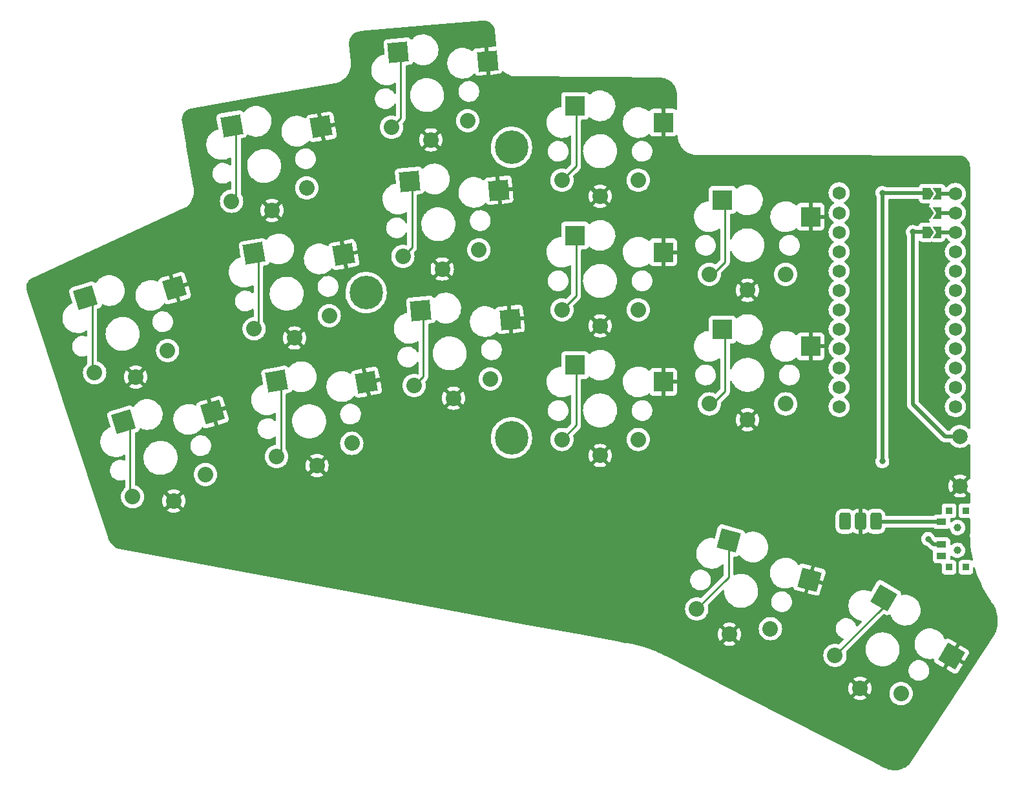
<source format=gbl>
%TF.GenerationSoftware,KiCad,Pcbnew,(6.0.4)*%
%TF.CreationDate,2022-05-12T20:10:23+02:00*%
%TF.ProjectId,battoota,62617474-6f6f-4746-912e-6b696361645f,v1.0.0*%
%TF.SameCoordinates,Original*%
%TF.FileFunction,Copper,L2,Bot*%
%TF.FilePolarity,Positive*%
%FSLAX46Y46*%
G04 Gerber Fmt 4.6, Leading zero omitted, Abs format (unit mm)*
G04 Created by KiCad (PCBNEW (6.0.4)) date 2022-05-12 20:10:23*
%MOMM*%
%LPD*%
G01*
G04 APERTURE LIST*
G04 Aperture macros list*
%AMRoundRect*
0 Rectangle with rounded corners*
0 $1 Rounding radius*
0 $2 $3 $4 $5 $6 $7 $8 $9 X,Y pos of 4 corners*
0 Add a 4 corners polygon primitive as box body*
4,1,4,$2,$3,$4,$5,$6,$7,$8,$9,$2,$3,0*
0 Add four circle primitives for the rounded corners*
1,1,$1+$1,$2,$3*
1,1,$1+$1,$4,$5*
1,1,$1+$1,$6,$7*
1,1,$1+$1,$8,$9*
0 Add four rect primitives between the rounded corners*
20,1,$1+$1,$2,$3,$4,$5,0*
20,1,$1+$1,$4,$5,$6,$7,0*
20,1,$1+$1,$6,$7,$8,$9,0*
20,1,$1+$1,$8,$9,$2,$3,0*%
%AMRotRect*
0 Rectangle, with rotation*
0 The origin of the aperture is its center*
0 $1 length*
0 $2 width*
0 $3 Rotation angle, in degrees counterclockwise*
0 Add horizontal line*
21,1,$1,$2,0,0,$3*%
%AMFreePoly0*
4,1,6,0.150000,0.000000,0.650000,-0.750000,-0.500000,-0.750000,-0.500000,0.750000,0.650000,0.750000,0.150000,0.000000,0.150000,0.000000,$1*%
%AMFreePoly1*
4,1,6,0.500000,-0.750000,-0.500000,-0.750000,-1.000000,0.000000,-0.500000,0.750000,0.500000,0.750000,0.500000,-0.750000,0.500000,-0.750000,$1*%
G04 Aperture macros list end*
%TA.AperFunction,ComponentPad*%
%ADD10RoundRect,0.375000X-0.375000X-0.750000X0.375000X-0.750000X0.375000X0.750000X-0.375000X0.750000X0*%
%TD*%
%TA.AperFunction,ComponentPad*%
%ADD11C,2.000000*%
%TD*%
%TA.AperFunction,SMDPad,CuDef*%
%ADD12RotRect,2.600000X2.600000X10.000000*%
%TD*%
%TA.AperFunction,ComponentPad*%
%ADD13C,2.032000*%
%TD*%
%TA.AperFunction,SMDPad,CuDef*%
%ADD14RotRect,2.600000X2.600000X5.000000*%
%TD*%
%TA.AperFunction,SMDPad,CuDef*%
%ADD15R,2.600000X2.600000*%
%TD*%
%TA.AperFunction,SMDPad,CuDef*%
%ADD16RotRect,2.600000X2.600000X330.000000*%
%TD*%
%TA.AperFunction,SMDPad,CuDef*%
%ADD17R,0.900000X0.900000*%
%TD*%
%TA.AperFunction,WasherPad*%
%ADD18C,1.000000*%
%TD*%
%TA.AperFunction,SMDPad,CuDef*%
%ADD19R,1.250000X0.900000*%
%TD*%
%TA.AperFunction,SMDPad,CuDef*%
%ADD20RotRect,2.600000X2.600000X17.000000*%
%TD*%
%TA.AperFunction,SMDPad,CuDef*%
%ADD21RotRect,2.600000X2.600000X345.000000*%
%TD*%
%TA.AperFunction,ComponentPad*%
%ADD22C,1.752600*%
%TD*%
%TA.AperFunction,SMDPad,CuDef*%
%ADD23FreePoly0,180.000000*%
%TD*%
%TA.AperFunction,SMDPad,CuDef*%
%ADD24R,1.524000X0.500000*%
%TD*%
%TA.AperFunction,SMDPad,CuDef*%
%ADD25FreePoly1,180.000000*%
%TD*%
%TA.AperFunction,ComponentPad*%
%ADD26C,4.400000*%
%TD*%
%TA.AperFunction,ViaPad*%
%ADD27C,0.800000*%
%TD*%
%TA.AperFunction,Conductor*%
%ADD28C,0.250000*%
%TD*%
%TA.AperFunction,Conductor*%
%ADD29C,0.500000*%
%TD*%
G04 APERTURE END LIST*
D10*
%TO.P,PAD1,1*%
%TO.N,Braw*%
X151545396Y58163682D03*
%TO.P,PAD1,2*%
%TO.N,GND*%
X149545396Y58163682D03*
%TO.P,PAD1,3*%
%TO.N,Braw*%
X147545396Y58163682D03*
%TD*%
D11*
%TO.P,B1,1*%
%TO.N,RST*%
X162560000Y69290000D03*
%TO.P,B1,2*%
%TO.N,GND*%
X162560000Y62790000D03*
%TD*%
D12*
%TO.P,S11,1*%
%TO.N,P3*%
X67128658Y110035975D03*
%TO.P,S11,2*%
%TO.N,GND*%
X78885213Y109875035D03*
%TD*%
D13*
%TO.P,S34,1*%
%TO.N,P9*%
X146198518Y40569316D03*
X154858772Y35569316D03*
%TO.P,S34,2*%
%TO.N,GND*%
X149478645Y36250663D03*
X149478645Y36250663D03*
%TD*%
D14*
%TO.P,S15,1*%
%TO.N,P18*%
X90440529Y102756090D03*
%TO.P,S15,2*%
%TO.N,GND*%
X102138320Y101571111D03*
%TD*%
D15*
%TO.P,S21,1*%
%TO.N,P16*%
X112136087Y95636017D03*
%TO.P,S21,2*%
%TO.N,GND*%
X123686087Y93436017D03*
%TD*%
D13*
%TO.P,S8,1*%
%TO.N,P5*%
X73026972Y66651093D03*
X82875050Y68387574D03*
%TO.P,S8,2*%
%TO.N,GND*%
X78315672Y65451237D03*
X78315672Y65451237D03*
%TD*%
%TO.P,S14,1*%
%TO.N,P2*%
X91053509Y75957538D03*
X101015456Y76829096D03*
%TO.P,S14,2*%
%TO.N,GND*%
X96217510Y74301308D03*
X96217510Y74301308D03*
%TD*%
%TO.P,S20,1*%
%TO.N,P14*%
X120411087Y68886017D03*
X110411087Y68886017D03*
%TO.P,S20,2*%
%TO.N,GND*%
X115411087Y66786017D03*
X115411087Y66786017D03*
%TD*%
%TO.P,S28,1*%
%TO.N,P19*%
X129728078Y73554137D03*
X139728078Y73554137D03*
%TO.P,S28,2*%
%TO.N,GND*%
X134728078Y71454137D03*
X134728078Y71454137D03*
%TD*%
D15*
%TO.P,S29,1*%
%TO.N,P20*%
X131453078Y100304137D03*
%TO.P,S29,2*%
%TO.N,GND*%
X143003078Y98104137D03*
%TD*%
D16*
%TO.P,S33,1*%
%TO.N,P9*%
X152567412Y48150564D03*
%TO.P,S33,2*%
%TO.N,GND*%
X161470005Y40470308D03*
%TD*%
D12*
%TO.P,S7,1*%
%TO.N,P5*%
X73032696Y76552511D03*
%TO.P,S7,2*%
%TO.N,GND*%
X84789251Y76391571D03*
%TD*%
D17*
%TO.P,T2,*%
%TO.N,*%
X163342148Y52149495D03*
X163342148Y59549495D03*
X161142148Y52149495D03*
X161142148Y59549495D03*
D18*
X162242148Y57349495D03*
X162242148Y54349495D03*
D19*
%TO.P,T2,1*%
%TO.N,Braw*%
X160167148Y58099495D03*
%TO.P,T2,2*%
%TO.N,RAW*%
X160167148Y55099495D03*
%TO.P,T2,3*%
%TO.N,N/C*%
X160167148Y53599495D03*
%TD*%
D20*
%TO.P,S5,1*%
%TO.N,P6*%
X47970749Y87462459D03*
%TO.P,S5,2*%
%TO.N,GND*%
X59659287Y88735482D03*
%TD*%
D15*
%TO.P,S27,1*%
%TO.N,P19*%
X131453078Y83304137D03*
%TO.P,S27,2*%
%TO.N,GND*%
X143003078Y81104137D03*
%TD*%
D12*
%TO.P,S9,1*%
%TO.N,P4*%
X70080677Y93294243D03*
%TO.P,S9,2*%
%TO.N,GND*%
X81837232Y93133303D03*
%TD*%
D13*
%TO.P,S16,1*%
%TO.N,P18*%
X99533808Y93764406D03*
X89571861Y92892848D03*
%TO.P,S16,2*%
%TO.N,GND*%
X94735862Y91236618D03*
X94735862Y91236618D03*
%TD*%
%TO.P,S30,1*%
%TO.N,P20*%
X139728078Y90554137D03*
X129728078Y90554137D03*
%TO.P,S30,2*%
%TO.N,GND*%
X134728078Y88454137D03*
X134728078Y88454137D03*
%TD*%
D14*
%TO.P,S13,1*%
%TO.N,P2*%
X91922177Y85820780D03*
%TO.P,S13,2*%
%TO.N,GND*%
X103619968Y84635801D03*
%TD*%
D13*
%TO.P,S24,1*%
%TO.N,P10*%
X110411087Y102886017D03*
X120411087Y102886017D03*
%TO.P,S24,2*%
%TO.N,GND*%
X115411087Y100786017D03*
X115411087Y100786017D03*
%TD*%
D14*
%TO.P,S17,1*%
%TO.N,P15*%
X88958882Y119691400D03*
%TO.P,S17,2*%
%TO.N,GND*%
X100656673Y118506421D03*
%TD*%
D13*
%TO.P,S4,1*%
%TO.N,P7*%
X54142067Y61376965D03*
X63705114Y64300682D03*
%TO.P,S4,2*%
%TO.N,GND*%
X59537571Y60830584D03*
X59537571Y60830584D03*
%TD*%
%TO.P,S10,1*%
%TO.N,P4*%
X70074953Y83392825D03*
X79923031Y85129306D03*
%TO.P,S10,2*%
%TO.N,GND*%
X75363653Y82192969D03*
X75363653Y82192969D03*
%TD*%
%TO.P,S22,1*%
%TO.N,P16*%
X110411087Y85886017D03*
X120411087Y85886017D03*
%TO.P,S22,2*%
%TO.N,GND*%
X115411087Y83786017D03*
X115411087Y83786017D03*
%TD*%
D21*
%TO.P,S31,1*%
%TO.N,P8*%
X132267612Y55633629D03*
%TO.P,S31,2*%
%TO.N,GND*%
X142854654Y50519232D03*
%TD*%
D22*
%TO.P,MCU1,*%
%TO.N,*%
X161977213Y98602542D03*
D23*
X159643690Y98602542D03*
D22*
X161977213Y96062542D03*
D24*
X160593690Y101142542D03*
D22*
X146737213Y96062542D03*
D24*
X160593690Y98602542D03*
X160593690Y96062542D03*
D23*
X159643690Y96062542D03*
X159643690Y101142542D03*
D22*
X146737213Y101226288D03*
X161977213Y101142542D03*
X146737213Y98602542D03*
D25*
%TO.P,MCU1,1*%
%TO.N,RAW*%
X158193690Y101142542D03*
%TO.P,MCU1,2*%
%TO.N,GND*%
X158193690Y98602542D03*
%TO.P,MCU1,3*%
%TO.N,RST*%
X158193690Y96062542D03*
D22*
%TO.P,MCU1,4*%
%TO.N,VCC*%
X146737213Y93522542D03*
%TO.P,MCU1,5*%
%TO.N,P21*%
X146737213Y90982542D03*
%TO.P,MCU1,6*%
%TO.N,P20*%
X146737213Y88442542D03*
%TO.P,MCU1,7*%
%TO.N,P19*%
X146737213Y85902542D03*
%TO.P,MCU1,8*%
%TO.N,P18*%
X146737213Y83362542D03*
%TO.P,MCU1,9*%
%TO.N,P15*%
X146737213Y80822542D03*
%TO.P,MCU1,10*%
%TO.N,P14*%
X146737213Y78282542D03*
%TO.P,MCU1,11*%
%TO.N,P16*%
X146737213Y75742542D03*
%TO.P,MCU1,12*%
%TO.N,P10*%
X146737213Y73202542D03*
%TO.P,MCU1,16*%
%TO.N,N/C*%
X161977213Y93522542D03*
%TO.P,MCU1,17*%
%TO.N,P2*%
X161977213Y90982542D03*
%TO.P,MCU1,18*%
%TO.N,P3*%
X161977213Y88442542D03*
%TO.P,MCU1,19*%
%TO.N,P4*%
X161977213Y85902542D03*
%TO.P,MCU1,20*%
%TO.N,P5*%
X161977213Y83362542D03*
%TO.P,MCU1,21*%
%TO.N,P6*%
X161977213Y80822542D03*
%TO.P,MCU1,22*%
%TO.N,P7*%
X161977213Y78282542D03*
%TO.P,MCU1,23*%
%TO.N,P8*%
X161977213Y75742542D03*
%TO.P,MCU1,24*%
%TO.N,P9*%
X161977213Y73202542D03*
%TD*%
D20*
%TO.P,S3,1*%
%TO.N,P7*%
X52941068Y71205278D03*
%TO.P,S3,2*%
%TO.N,GND*%
X64629606Y72478301D03*
%TD*%
D13*
%TO.P,S32,1*%
%TO.N,P8*%
X137737163Y44074125D03*
X128077904Y46662315D03*
%TO.P,S32,2*%
%TO.N,GND*%
X132364014Y43339776D03*
X132364014Y43339776D03*
%TD*%
D26*
%TO.P,REF\u002A\u002A,1*%
%TO.N,N/C*%
X84747220Y88141427D03*
X103797220Y69091427D03*
X103797220Y107191427D03*
%TD*%
D13*
%TO.P,S12,1*%
%TO.N,P3*%
X76971012Y101871038D03*
X67122934Y100134557D03*
%TO.P,S12,2*%
%TO.N,GND*%
X72411634Y98934701D03*
X72411634Y98934701D03*
%TD*%
D15*
%TO.P,S23,1*%
%TO.N,P10*%
X112136087Y112636017D03*
%TO.P,S23,2*%
%TO.N,GND*%
X123686087Y110436017D03*
%TD*%
D13*
%TO.P,S6,1*%
%TO.N,P6*%
X49171748Y77634146D03*
X58734795Y80557863D03*
%TO.P,S6,2*%
%TO.N,GND*%
X54567252Y77087765D03*
X54567252Y77087765D03*
%TD*%
D15*
%TO.P,S19,1*%
%TO.N,P14*%
X112136087Y78636017D03*
%TO.P,S19,2*%
%TO.N,GND*%
X123686087Y76436017D03*
%TD*%
D13*
%TO.P,S18,1*%
%TO.N,P15*%
X88090214Y109828158D03*
X98052161Y110699716D03*
%TO.P,S18,2*%
%TO.N,GND*%
X93254215Y108171928D03*
X93254215Y108171928D03*
%TD*%
D27*
%TO.N,GND*%
X154304587Y98650426D03*
%TO.N,RAW*%
X158403261Y55849495D03*
X152400000Y66040000D03*
X152400000Y101213143D03*
%TO.N,RST*%
X156389782Y96106346D03*
%TD*%
D28*
%TO.N,P6*%
X47655954Y88184596D02*
X48856953Y86983597D01*
X48856953Y86983597D02*
X48856953Y78356283D01*
D29*
%TO.N,GND*%
X154329345Y98675184D02*
X154329345Y64825511D01*
X149545396Y60041562D02*
X149545396Y58163682D01*
X154329345Y64825511D02*
X149545396Y60041562D01*
X154304587Y98650426D02*
X154329345Y98675184D01*
X154329345Y98675184D02*
X158139502Y98675184D01*
D28*
%TO.N,P5*%
X73590450Y67214571D02*
X73026972Y66651093D01*
X73032696Y76552511D02*
X73590450Y75994757D01*
X73590450Y75994757D02*
X73590450Y67214571D01*
%TO.N,P4*%
X70638431Y83956303D02*
X70074953Y83392825D01*
X70638431Y92736489D02*
X70638431Y83956303D01*
X70080677Y93294243D02*
X70638431Y92736489D01*
%TO.N,P3*%
X67686412Y100698035D02*
X67122934Y100134557D01*
X67128658Y110035975D02*
X67686412Y109478221D01*
X67686412Y109478221D02*
X67686412Y100698035D01*
%TO.N,P2*%
X92270004Y77174033D02*
X91053509Y75957538D01*
X91922177Y85820780D02*
X92270004Y85472953D01*
X92270004Y85472953D02*
X92270004Y77174033D01*
%TO.N,P18*%
X90788356Y94109343D02*
X89571861Y92892848D01*
X90440529Y102756090D02*
X90788356Y102408263D01*
X90788356Y102408263D02*
X90788356Y94109343D01*
%TO.N,P15*%
X89306709Y111044653D02*
X88090214Y109828158D01*
X89306709Y119343573D02*
X89306709Y111044653D01*
X88958882Y119691400D02*
X89306709Y119343573D01*
%TO.N,P14*%
X112285608Y79029475D02*
X112285608Y70760538D01*
X112285608Y70760538D02*
X110411087Y68886017D01*
%TO.N,P16*%
X112285608Y96029475D02*
X112285608Y87760538D01*
X112285608Y87760538D02*
X110411087Y85886017D01*
%TO.N,P10*%
X112285608Y104760538D02*
X110411087Y102886017D01*
X112285608Y113029475D02*
X112285608Y104760538D01*
%TO.N,P19*%
X131782744Y75177393D02*
X129588503Y72983152D01*
X131782744Y82263911D02*
X131782744Y75177393D01*
X131313503Y82733152D02*
X131782744Y82263911D01*
%TO.N,P20*%
X131782744Y99263911D02*
X131782744Y92177393D01*
X130159488Y90554137D02*
X129728078Y90554137D01*
X131782744Y92177393D02*
X130159488Y90554137D01*
X131313503Y99733152D02*
X131782744Y99263911D01*
%TO.N,P7*%
X52626273Y71927415D02*
X53827272Y70726416D01*
X53827272Y70726416D02*
X53827272Y62099102D01*
%TO.N,P8*%
X132267612Y55633629D02*
X132267612Y50852023D01*
X132267612Y50852023D02*
X128077904Y46662315D01*
%TO.N,P9*%
X152567412Y46938210D02*
X146198518Y40569316D01*
X152567412Y48150564D02*
X152567412Y46938210D01*
D29*
%TO.N,RAW*%
X152400000Y101213143D02*
X152426699Y101186444D01*
X158403261Y55849495D02*
X159153261Y55099495D01*
X159153261Y55099495D02*
X160167148Y55099495D01*
X152400000Y101213143D02*
X152400000Y66040000D01*
X152426699Y101186444D02*
X158168242Y101186444D01*
%TO.N,RST*%
X156389782Y73500449D02*
X160600231Y69290000D01*
X156389782Y96106346D02*
X156389880Y96106444D01*
X160600231Y69290000D02*
X162560000Y69290000D01*
X156389782Y96106346D02*
X156389782Y73500449D01*
X156389880Y96106444D02*
X158168242Y96106444D01*
%TO.N,Braw*%
X151609583Y58099495D02*
X151545396Y58163682D01*
X160167148Y58099495D02*
X151609583Y58099495D01*
%TD*%
%TA.AperFunction,Conductor*%
%TO.N,GND*%
G36*
X100238520Y123814579D02*
G01*
X100431736Y123789922D01*
X100449359Y123786380D01*
X100637100Y123734476D01*
X100654041Y123728462D01*
X100718715Y123700159D01*
X100832489Y123650368D01*
X100848397Y123642006D01*
X101013917Y123539306D01*
X101028471Y123528767D01*
X101177687Y123403563D01*
X101190594Y123391060D01*
X101320478Y123245888D01*
X101331477Y123231670D01*
X101367354Y123177747D01*
X101439372Y123069501D01*
X101448236Y123053863D01*
X101459807Y123029556D01*
X101531955Y122877988D01*
X101538504Y122861246D01*
X101596340Y122675249D01*
X101600440Y122657745D01*
X101626064Y122497613D01*
X101626917Y122478990D01*
X101627498Y122471258D01*
X101626896Y122462305D01*
X101628830Y122453546D01*
X101628830Y122453545D01*
X101634823Y122426404D01*
X101637123Y122412152D01*
X101813953Y120695508D01*
X101828705Y120552294D01*
X101815788Y120482482D01*
X101767179Y120430736D01*
X101714350Y120413862D01*
X100770177Y120331257D01*
X100755384Y120325470D01*
X100754304Y120323979D01*
X100753310Y120316184D01*
X100887569Y118781592D01*
X101065705Y116745487D01*
X101071492Y116730694D01*
X101072983Y116729614D01*
X101080778Y116728620D01*
X102153814Y116822499D01*
X102160555Y116823459D01*
X102210751Y116833396D01*
X102225634Y116838340D01*
X102341690Y116893821D01*
X102356473Y116903680D01*
X102451498Y116988790D01*
X102462916Y117002398D01*
X102530230Y117110755D01*
X102537375Y117127031D01*
X102545097Y117154782D01*
X102582628Y117215047D01*
X102646784Y117245454D01*
X102717194Y117236349D01*
X102751611Y117213899D01*
X102833379Y117138970D01*
X102920524Y117059113D01*
X102923435Y117057001D01*
X103149561Y116892935D01*
X103149569Y116892930D01*
X103152477Y116890820D01*
X103402086Y116750035D01*
X103405385Y116748643D01*
X103405394Y116748638D01*
X103662787Y116639989D01*
X103662792Y116639987D01*
X103666102Y116638590D01*
X103941092Y116557933D01*
X103944641Y116557319D01*
X103944643Y116557319D01*
X104219929Y116509728D01*
X104219935Y116509727D01*
X104223477Y116509115D01*
X104321192Y116503533D01*
X104474877Y116494753D01*
X104488591Y116493213D01*
X104497033Y116491792D01*
X104503365Y116491715D01*
X104504720Y116491698D01*
X104504724Y116491698D01*
X104509585Y116491639D01*
X104514397Y116492328D01*
X104514411Y116492329D01*
X104534441Y116495198D01*
X104553401Y116496466D01*
X115753326Y116398649D01*
X123372386Y116332106D01*
X123387550Y116330372D01*
X123395813Y116329736D01*
X123404571Y116327786D01*
X123413522Y116328372D01*
X123413526Y116328372D01*
X123421215Y116328876D01*
X123445614Y116328105D01*
X123633756Y116303768D01*
X123683413Y116297345D01*
X123699240Y116294257D01*
X123797581Y116268443D01*
X123955965Y116226868D01*
X123956936Y116226613D01*
X123972238Y116221530D01*
X124219191Y116121527D01*
X124233719Y116114531D01*
X124256865Y116101498D01*
X124465888Y115983803D01*
X124479396Y115975012D01*
X124691191Y115817029D01*
X124692953Y115815715D01*
X124705235Y115805267D01*
X124896707Y115619992D01*
X124907554Y115608060D01*
X125073790Y115399857D01*
X125083024Y115386638D01*
X125221316Y115158897D01*
X125228786Y115144607D01*
X125336854Y114901083D01*
X125342438Y114885956D01*
X125418520Y114630625D01*
X125422127Y114614910D01*
X125436093Y114529211D01*
X125464100Y114357348D01*
X125464982Y114351935D01*
X125466550Y114335891D01*
X125468017Y114292098D01*
X125474333Y114103449D01*
X125472498Y114079268D01*
X125472392Y114076789D01*
X125470741Y114067967D01*
X125471633Y114059032D01*
X125475503Y114020248D01*
X125476102Y114010194D01*
X125510801Y112231981D01*
X125492132Y112163483D01*
X125439393Y112115952D01*
X125369330Y112104479D01*
X125309260Y112128697D01*
X125239735Y112180803D01*
X125224141Y112189341D01*
X125103693Y112234495D01*
X125088438Y112238122D01*
X125037573Y112243648D01*
X125030759Y112244017D01*
X123958202Y112244017D01*
X123942963Y112239542D01*
X123941758Y112238152D01*
X123940087Y112230469D01*
X123940087Y108646133D01*
X123944562Y108630894D01*
X123945952Y108629689D01*
X123953635Y108628018D01*
X125030756Y108628018D01*
X125037577Y108628388D01*
X125088439Y108633912D01*
X125103691Y108637538D01*
X125224141Y108682693D01*
X125239736Y108691231D01*
X125341811Y108767732D01*
X125359501Y108785422D01*
X125421813Y108819448D01*
X125492628Y108814383D01*
X125549464Y108771836D01*
X125574582Y108698214D01*
X125574713Y108689468D01*
X125575533Y108684669D01*
X125575586Y108684099D01*
X125576791Y108674682D01*
X125591786Y108499695D01*
X125601392Y108387599D01*
X125662248Y108090777D01*
X125757260Y107803062D01*
X125885137Y107528372D01*
X126044137Y107270445D01*
X126046416Y107267564D01*
X126046417Y107267562D01*
X126211850Y107058392D01*
X126232096Y107032793D01*
X126336814Y106928181D01*
X126370604Y106894425D01*
X126446455Y106818650D01*
X126449334Y106816377D01*
X126449336Y106816376D01*
X126681419Y106633203D01*
X126681424Y106633199D01*
X126684297Y106630932D01*
X126942384Y106472193D01*
X127025595Y106433558D01*
X127213865Y106346144D01*
X127213869Y106346142D01*
X127217204Y106344594D01*
X127220688Y106343447D01*
X127220694Y106343445D01*
X127501528Y106251019D01*
X127501533Y106251018D01*
X127505014Y106249872D01*
X127508610Y106249139D01*
X127508612Y106249138D01*
X127798303Y106190050D01*
X127798307Y106190049D01*
X127801898Y106189317D01*
X128071627Y106166478D01*
X128085128Y106164594D01*
X128091249Y106163399D01*
X128096114Y106163212D01*
X128096118Y106163212D01*
X128098004Y106163140D01*
X128103793Y106162918D01*
X128139402Y106167072D01*
X128154169Y106167921D01*
X139794304Y106151953D01*
X162372179Y106120981D01*
X162387163Y106120066D01*
X162413289Y106116900D01*
X162413292Y106116900D01*
X162422205Y106115820D01*
X162431063Y106117285D01*
X162431069Y106117285D01*
X162436942Y106118256D01*
X162462558Y106119842D01*
X162574277Y106115350D01*
X162629882Y106113114D01*
X162648399Y106110989D01*
X162837408Y106074972D01*
X162855403Y106070140D01*
X163037020Y106006627D01*
X163054112Y105999189D01*
X163106083Y105971833D01*
X163224362Y105909574D01*
X163240173Y105899693D01*
X163395338Y105785933D01*
X163409517Y105773827D01*
X163451142Y105732588D01*
X163546197Y105638414D01*
X163558429Y105624355D01*
X163673630Y105470255D01*
X163683649Y105454551D01*
X163774855Y105285126D01*
X163782449Y105268112D01*
X163847653Y105087087D01*
X163852652Y105069138D01*
X163890351Y104880862D01*
X163890427Y104880483D01*
X163892724Y104861986D01*
X163899736Y104720473D01*
X163900668Y104701658D01*
X163899567Y104684689D01*
X163899632Y104684687D01*
X163899302Y104675716D01*
X163897704Y104666884D01*
X163900563Y104639884D01*
X163901886Y104627383D01*
X163902586Y104614117D01*
X163902587Y87304293D01*
X163902587Y70382313D01*
X163882585Y70314192D01*
X163828929Y70267699D01*
X163758655Y70257595D01*
X163694075Y70287089D01*
X163680776Y70300482D01*
X163633177Y70356213D01*
X163629969Y70359969D01*
X163449416Y70514176D01*
X163445208Y70516755D01*
X163445202Y70516759D01*
X163251183Y70635654D01*
X163246963Y70638240D01*
X163242393Y70640133D01*
X163242389Y70640135D01*
X163032167Y70727211D01*
X163032165Y70727212D01*
X163027594Y70729105D01*
X162947337Y70748373D01*
X162801524Y70783380D01*
X162801518Y70783381D01*
X162796711Y70784535D01*
X162560000Y70803165D01*
X162323289Y70784535D01*
X162318482Y70783381D01*
X162318476Y70783380D01*
X162172663Y70748373D01*
X162092406Y70729105D01*
X162087835Y70727212D01*
X162087833Y70727211D01*
X161877611Y70640135D01*
X161877607Y70640133D01*
X161873037Y70638240D01*
X161868817Y70635654D01*
X161674798Y70516759D01*
X161674792Y70516755D01*
X161670584Y70514176D01*
X161490031Y70359969D01*
X161486823Y70356213D01*
X161339037Y70183178D01*
X161335824Y70179416D01*
X161292934Y70109426D01*
X161292467Y70108664D01*
X161239819Y70061033D01*
X161185035Y70048500D01*
X160966602Y70048500D01*
X160898481Y70068502D01*
X160877507Y70085405D01*
X157185187Y73777725D01*
X157151161Y73840037D01*
X157148282Y73866820D01*
X157148282Y94836398D01*
X157168284Y94904519D01*
X157221940Y94951012D01*
X157292214Y94961116D01*
X157356794Y94931622D01*
X157415947Y94880366D01*
X157424144Y94876622D01*
X157424145Y94876622D01*
X157433865Y94872183D01*
X157548956Y94819623D01*
X157693690Y94798813D01*
X158693690Y94798813D01*
X158695654Y94798937D01*
X158695658Y94798937D01*
X158751770Y94802476D01*
X158751774Y94802477D01*
X158758247Y94802885D01*
X158803922Y94815467D01*
X158855314Y94818709D01*
X158993690Y94798813D01*
X160143690Y94798813D01*
X160175676Y94801101D01*
X160210063Y94803560D01*
X160210064Y94803560D01*
X160216801Y94804042D01*
X160326995Y94836398D01*
X160348455Y94842699D01*
X160348457Y94842700D01*
X160357101Y94845238D01*
X160428568Y94891167D01*
X160472531Y94919420D01*
X160472534Y94919422D01*
X160480111Y94924292D01*
X160486012Y94931102D01*
X160569964Y95027987D01*
X160569966Y95027990D01*
X160575866Y95034799D01*
X160636609Y95167808D01*
X160637892Y95176731D01*
X160640429Y95185372D01*
X160642066Y95184891D01*
X160667178Y95239879D01*
X160726904Y95278263D01*
X160797901Y95278263D01*
X160857641Y95239864D01*
X161004999Y95069749D01*
X161102475Y94988823D01*
X161172001Y94931102D01*
X161180202Y94924293D01*
X161184653Y94921692D01*
X161184663Y94921685D01*
X161217479Y94902509D01*
X161266202Y94850870D01*
X161279272Y94781087D01*
X161252539Y94715315D01*
X161229566Y94692967D01*
X161054657Y94561642D01*
X161016265Y94521467D01*
X160903651Y94403623D01*
X160897333Y94397012D01*
X160894419Y94392740D01*
X160894418Y94392739D01*
X160876123Y94365919D01*
X160769010Y94208897D01*
X160673134Y94002350D01*
X160612280Y93782917D01*
X160588082Y93556492D01*
X160588379Y93551340D01*
X160588379Y93551336D01*
X160590977Y93506284D01*
X160601190Y93329155D01*
X160602325Y93324118D01*
X160602326Y93324112D01*
X160650114Y93112060D01*
X160651252Y93107011D01*
X160653196Y93102225D01*
X160653197Y93102220D01*
X160731342Y92909773D01*
X160736924Y92896027D01*
X160798647Y92795305D01*
X160832005Y92740870D01*
X160855905Y92701868D01*
X161004999Y92529749D01*
X161151834Y92407844D01*
X161161317Y92399972D01*
X161180202Y92384293D01*
X161184653Y92381692D01*
X161184663Y92381685D01*
X161217479Y92362509D01*
X161266202Y92310870D01*
X161279272Y92241087D01*
X161252539Y92175315D01*
X161229566Y92152967D01*
X161054657Y92021642D01*
X161051085Y92017904D01*
X160914957Y91875454D01*
X160897333Y91857012D01*
X160894419Y91852740D01*
X160894418Y91852739D01*
X160855913Y91796293D01*
X160769010Y91668897D01*
X160673134Y91462350D01*
X160612280Y91242917D01*
X160588082Y91016492D01*
X160588379Y91011340D01*
X160588379Y91011336D01*
X160592576Y90938554D01*
X160601190Y90789155D01*
X160602325Y90784118D01*
X160602326Y90784112D01*
X160646455Y90588296D01*
X160651252Y90567011D01*
X160653196Y90562225D01*
X160653197Y90562220D01*
X160730075Y90372894D01*
X160736924Y90356027D01*
X160855905Y90161868D01*
X161004999Y89989749D01*
X161091165Y89918213D01*
X161170576Y89852285D01*
X161180202Y89844293D01*
X161184653Y89841692D01*
X161184663Y89841685D01*
X161217479Y89822509D01*
X161266202Y89770870D01*
X161279272Y89701087D01*
X161252539Y89635315D01*
X161229566Y89612967D01*
X161054657Y89481642D01*
X161019640Y89444999D01*
X160957336Y89379801D01*
X160897333Y89317012D01*
X160894419Y89312740D01*
X160894418Y89312739D01*
X160856034Y89256470D01*
X160769010Y89128897D01*
X160673134Y88922350D01*
X160671752Y88917368D01*
X160671752Y88917367D01*
X160666787Y88899463D01*
X160612280Y88702917D01*
X160588082Y88476492D01*
X160588379Y88471340D01*
X160588379Y88471336D01*
X160592050Y88407670D01*
X160601190Y88249155D01*
X160602325Y88244118D01*
X160602326Y88244112D01*
X160647012Y88045824D01*
X160651252Y88027011D01*
X160653196Y88022225D01*
X160653197Y88022220D01*
X160712859Y87875291D01*
X160736924Y87816027D01*
X160801481Y87710680D01*
X160842949Y87643011D01*
X160855905Y87621868D01*
X161004999Y87449749D01*
X161180202Y87304293D01*
X161184653Y87301692D01*
X161184663Y87301685D01*
X161217479Y87282509D01*
X161266202Y87230870D01*
X161279272Y87161087D01*
X161252539Y87095315D01*
X161229566Y87072967D01*
X161054657Y86941642D01*
X161051085Y86937904D01*
X160951995Y86834212D01*
X160897333Y86777012D01*
X160894419Y86772740D01*
X160894418Y86772739D01*
X160860274Y86722685D01*
X160769010Y86588897D01*
X160673134Y86382350D01*
X160671752Y86377368D01*
X160671752Y86377367D01*
X160660169Y86335601D01*
X160612280Y86162917D01*
X160588082Y85936492D01*
X160588379Y85931340D01*
X160588379Y85931336D01*
X160591372Y85879430D01*
X160601190Y85709155D01*
X160602325Y85704118D01*
X160602326Y85704112D01*
X160649263Y85495837D01*
X160651252Y85487011D01*
X160653196Y85482225D01*
X160653197Y85482220D01*
X160728693Y85296297D01*
X160736924Y85276027D01*
X160855905Y85081868D01*
X161004999Y84909749D01*
X161180202Y84764293D01*
X161184653Y84761692D01*
X161184663Y84761685D01*
X161217479Y84742509D01*
X161266202Y84690870D01*
X161279272Y84621087D01*
X161252539Y84555315D01*
X161229566Y84532967D01*
X161054657Y84401642D01*
X161035881Y84381994D01*
X160924432Y84265369D01*
X160897333Y84237012D01*
X160894419Y84232740D01*
X160894418Y84232739D01*
X160837164Y84148808D01*
X160769010Y84048897D01*
X160673134Y83842350D01*
X160671752Y83837368D01*
X160671752Y83837367D01*
X160643737Y83736346D01*
X160612280Y83622917D01*
X160588082Y83396492D01*
X160588379Y83391340D01*
X160588379Y83391336D01*
X160590243Y83359013D01*
X160601190Y83169155D01*
X160602325Y83164118D01*
X160602326Y83164112D01*
X160650114Y82952060D01*
X160651252Y82947011D01*
X160653196Y82942225D01*
X160653197Y82942220D01*
X160734980Y82740814D01*
X160736924Y82736027D01*
X160855905Y82541868D01*
X161004999Y82369749D01*
X161091165Y82298213D01*
X161168385Y82234104D01*
X161180202Y82224293D01*
X161184653Y82221692D01*
X161184663Y82221685D01*
X161217479Y82202509D01*
X161266202Y82150870D01*
X161279272Y82081087D01*
X161252539Y82015315D01*
X161229566Y81992967D01*
X161054657Y81861642D01*
X161001131Y81805630D01*
X160901218Y81701077D01*
X160897333Y81697012D01*
X160894419Y81692740D01*
X160894418Y81692739D01*
X160860505Y81643024D01*
X160769010Y81508897D01*
X160673134Y81302350D01*
X160612280Y81082917D01*
X160588082Y80856492D01*
X160588379Y80851340D01*
X160588379Y80851336D01*
X160590235Y80819151D01*
X160601190Y80629155D01*
X160602325Y80624118D01*
X160602326Y80624112D01*
X160647641Y80423033D01*
X160651252Y80407011D01*
X160653196Y80402225D01*
X160653197Y80402220D01*
X160726573Y80221518D01*
X160736924Y80196027D01*
X160855905Y80001868D01*
X161004999Y79829749D01*
X161089570Y79759537D01*
X161159132Y79701786D01*
X161180202Y79684293D01*
X161184653Y79681692D01*
X161184663Y79681685D01*
X161217479Y79662509D01*
X161266202Y79610870D01*
X161279272Y79541087D01*
X161252539Y79475315D01*
X161229566Y79452967D01*
X161054657Y79321642D01*
X161030285Y79296138D01*
X160907657Y79167815D01*
X160897333Y79157012D01*
X160894419Y79152740D01*
X160894418Y79152739D01*
X160855466Y79095637D01*
X160769010Y78968897D01*
X160673134Y78762350D01*
X160671752Y78757368D01*
X160671752Y78757367D01*
X160653602Y78691921D01*
X160612280Y78542917D01*
X160588082Y78316492D01*
X160588379Y78311340D01*
X160588379Y78311336D01*
X160590367Y78276863D01*
X160601190Y78089155D01*
X160602325Y78084118D01*
X160602326Y78084112D01*
X160649819Y77873368D01*
X160651252Y77867011D01*
X160653196Y77862225D01*
X160653197Y77862220D01*
X160734413Y77662210D01*
X160736924Y77656027D01*
X160855905Y77461868D01*
X161004999Y77289749D01*
X161145431Y77173160D01*
X161160999Y77160236D01*
X161180202Y77144293D01*
X161184653Y77141692D01*
X161184663Y77141685D01*
X161217479Y77122509D01*
X161266202Y77070870D01*
X161279272Y77001087D01*
X161252539Y76935315D01*
X161229566Y76912967D01*
X161054657Y76781642D01*
X161020427Y76745822D01*
X160921116Y76641899D01*
X160897333Y76617012D01*
X160894419Y76612740D01*
X160894418Y76612739D01*
X160870112Y76577108D01*
X160769010Y76428897D01*
X160673134Y76222350D01*
X160671752Y76217368D01*
X160671752Y76217367D01*
X160658096Y76168124D01*
X160612280Y76002917D01*
X160611731Y75997780D01*
X160611528Y75995877D01*
X160588082Y75776492D01*
X160588379Y75771340D01*
X160588379Y75771336D01*
X160590586Y75733065D01*
X160601190Y75549155D01*
X160602325Y75544118D01*
X160602326Y75544112D01*
X160649274Y75335786D01*
X160651252Y75327011D01*
X160653196Y75322225D01*
X160653197Y75322220D01*
X160732431Y75127091D01*
X160736924Y75116027D01*
X160855905Y74921868D01*
X161004999Y74749749D01*
X161121291Y74653202D01*
X161173874Y74609547D01*
X161180202Y74604293D01*
X161184653Y74601692D01*
X161184663Y74601685D01*
X161217479Y74582509D01*
X161266202Y74530870D01*
X161279272Y74461087D01*
X161252539Y74395315D01*
X161229566Y74372967D01*
X161054657Y74241642D01*
X161051085Y74237904D01*
X160917585Y74098204D01*
X160897333Y74077012D01*
X160894419Y74072740D01*
X160894418Y74072739D01*
X160847648Y74004176D01*
X160769010Y73888897D01*
X160673134Y73682350D01*
X160612280Y73462917D01*
X160588082Y73236492D01*
X160588379Y73231340D01*
X160588379Y73231336D01*
X160591943Y73169533D01*
X160601190Y73009155D01*
X160602325Y73004118D01*
X160602326Y73004112D01*
X160644194Y72818329D01*
X160651252Y72787011D01*
X160653196Y72782225D01*
X160653197Y72782220D01*
X160725769Y72603499D01*
X160736924Y72576027D01*
X160855905Y72381868D01*
X161004999Y72209749D01*
X161135191Y72101662D01*
X161162012Y72079395D01*
X161180202Y72064293D01*
X161184654Y72061691D01*
X161184659Y72061688D01*
X161353880Y71962803D01*
X161376810Y71949404D01*
X161589542Y71868170D01*
X161594608Y71867139D01*
X161594609Y71867139D01*
X161619559Y71862063D01*
X161812685Y71822771D01*
X161940501Y71818084D01*
X162035083Y71814615D01*
X162035088Y71814615D01*
X162040247Y71814426D01*
X162045367Y71815082D01*
X162045369Y71815082D01*
X162131836Y71826159D01*
X162266116Y71843361D01*
X162271065Y71844846D01*
X162271071Y71844847D01*
X162410676Y71886731D01*
X162484226Y71908797D01*
X162688720Y72008978D01*
X162692924Y72011976D01*
X162692928Y72011979D01*
X162799728Y72088159D01*
X162874106Y72141212D01*
X163035406Y72301950D01*
X163066170Y72344762D01*
X163165268Y72482673D01*
X163168286Y72486873D01*
X163180283Y72511146D01*
X163266886Y72686374D01*
X163266887Y72686376D01*
X163269180Y72691016D01*
X163323885Y72871070D01*
X163333875Y72903952D01*
X163333875Y72903953D01*
X163335377Y72908896D01*
X163338268Y72930852D01*
X163364663Y73131341D01*
X163364664Y73131348D01*
X163365100Y73134663D01*
X163365855Y73165545D01*
X163366677Y73199177D01*
X163366677Y73199182D01*
X163366759Y73202542D01*
X163358977Y73297200D01*
X163348524Y73424340D01*
X163348523Y73424346D01*
X163348100Y73429491D01*
X163318030Y73549207D01*
X163293885Y73645334D01*
X163293884Y73645338D01*
X163292626Y73650345D01*
X163288395Y73660076D01*
X163203885Y73854436D01*
X163203883Y73854439D01*
X163201825Y73859173D01*
X163108633Y74003226D01*
X163080944Y74046027D01*
X163080942Y74046030D01*
X163078136Y74050367D01*
X162924881Y74218792D01*
X162746176Y74359924D01*
X162739548Y74363583D01*
X162738864Y74364273D01*
X162737344Y74365283D01*
X162737552Y74365597D01*
X162689576Y74414009D01*
X162674798Y74483451D01*
X162699909Y74549858D01*
X162727267Y74576473D01*
X162869902Y74678213D01*
X162869904Y74678215D01*
X162874106Y74681212D01*
X163035406Y74841950D01*
X163044804Y74855028D01*
X163165268Y75022673D01*
X163168286Y75026873D01*
X163171644Y75033666D01*
X163266886Y75226374D01*
X163266887Y75226376D01*
X163269180Y75231016D01*
X163335377Y75448896D01*
X163341095Y75492330D01*
X163364663Y75671341D01*
X163364664Y75671348D01*
X163365100Y75674663D01*
X163366167Y75718316D01*
X163366677Y75739177D01*
X163366677Y75739182D01*
X163366759Y75742542D01*
X163354739Y75888746D01*
X163348524Y75964340D01*
X163348523Y75964346D01*
X163348100Y75969491D01*
X163310726Y76118286D01*
X163293885Y76185334D01*
X163293884Y76185338D01*
X163292626Y76190345D01*
X163282334Y76214016D01*
X163203885Y76394436D01*
X163203883Y76394439D01*
X163201825Y76399173D01*
X163113612Y76535530D01*
X163080944Y76586027D01*
X163080942Y76586030D01*
X163078136Y76590367D01*
X162924881Y76758792D01*
X162746176Y76899924D01*
X162739548Y76903583D01*
X162738864Y76904273D01*
X162737344Y76905283D01*
X162737552Y76905597D01*
X162689576Y76954009D01*
X162674798Y77023451D01*
X162699909Y77089858D01*
X162727267Y77116473D01*
X162869902Y77218213D01*
X162869904Y77218215D01*
X162874106Y77221212D01*
X163035406Y77381950D01*
X163061602Y77418405D01*
X163165268Y77562673D01*
X163168286Y77566873D01*
X163190824Y77612474D01*
X163266886Y77766374D01*
X163266887Y77766376D01*
X163269180Y77771016D01*
X163331649Y77976627D01*
X163333875Y77983952D01*
X163333875Y77983953D01*
X163335377Y77988896D01*
X163336052Y77994022D01*
X163364663Y78211341D01*
X163364664Y78211348D01*
X163365100Y78214663D01*
X163365777Y78242345D01*
X163366677Y78279177D01*
X163366677Y78279182D01*
X163366759Y78282542D01*
X163358408Y78384111D01*
X163348524Y78504340D01*
X163348523Y78504346D01*
X163348100Y78509491D01*
X163314733Y78642332D01*
X163293885Y78725334D01*
X163293884Y78725338D01*
X163292626Y78730345D01*
X163285271Y78747260D01*
X163203885Y78934436D01*
X163203883Y78934439D01*
X163201825Y78939173D01*
X163106437Y79086621D01*
X163080944Y79126027D01*
X163080942Y79126030D01*
X163078136Y79130367D01*
X162924881Y79298792D01*
X162746176Y79439924D01*
X162739548Y79443583D01*
X162738864Y79444273D01*
X162737344Y79445283D01*
X162737552Y79445597D01*
X162689576Y79494009D01*
X162674798Y79563451D01*
X162699909Y79629858D01*
X162727267Y79656473D01*
X162869902Y79758213D01*
X162869904Y79758215D01*
X162874106Y79761212D01*
X163035406Y79921950D01*
X163168286Y80106873D01*
X163172453Y80115303D01*
X163266886Y80306374D01*
X163266887Y80306376D01*
X163269180Y80311016D01*
X163328733Y80507027D01*
X163333875Y80523952D01*
X163333875Y80523953D01*
X163335377Y80528896D01*
X163340976Y80571426D01*
X163364663Y80751341D01*
X163364664Y80751348D01*
X163365100Y80754663D01*
X163366137Y80797085D01*
X163366677Y80819177D01*
X163366677Y80819182D01*
X163366759Y80822542D01*
X163358878Y80918395D01*
X163348524Y81044340D01*
X163348523Y81044346D01*
X163348100Y81049491D01*
X163292626Y81270345D01*
X163281363Y81296249D01*
X163203885Y81474436D01*
X163203883Y81474439D01*
X163201825Y81479173D01*
X163097215Y81640876D01*
X163080944Y81666027D01*
X163080942Y81666030D01*
X163078136Y81670367D01*
X162924881Y81838792D01*
X162746176Y81979924D01*
X162739548Y81983583D01*
X162738864Y81984273D01*
X162737344Y81985283D01*
X162737552Y81985597D01*
X162689576Y82034009D01*
X162674798Y82103451D01*
X162699909Y82169858D01*
X162727267Y82196473D01*
X162869902Y82298213D01*
X162869904Y82298215D01*
X162874106Y82301212D01*
X163035406Y82461950D01*
X163047975Y82479441D01*
X163165268Y82642673D01*
X163168286Y82646873D01*
X163179687Y82669940D01*
X163266886Y82846374D01*
X163266887Y82846376D01*
X163269180Y82851016D01*
X163330653Y83053347D01*
X163333875Y83063952D01*
X163333875Y83063953D01*
X163335377Y83068896D01*
X163336052Y83074022D01*
X163364663Y83291341D01*
X163364664Y83291348D01*
X163365100Y83294663D01*
X163366759Y83362542D01*
X163352981Y83530128D01*
X163348524Y83584340D01*
X163348523Y83584346D01*
X163348100Y83589491D01*
X163299975Y83781087D01*
X163293885Y83805334D01*
X163293884Y83805338D01*
X163292626Y83810345D01*
X163284157Y83829822D01*
X163203885Y84014436D01*
X163203883Y84014439D01*
X163201825Y84019173D01*
X163116914Y84150425D01*
X163080944Y84206027D01*
X163080942Y84206030D01*
X163078136Y84210367D01*
X162924881Y84378792D01*
X162746176Y84519924D01*
X162739548Y84523583D01*
X162738864Y84524273D01*
X162737344Y84525283D01*
X162737552Y84525597D01*
X162689576Y84574009D01*
X162674798Y84643451D01*
X162699909Y84709858D01*
X162727267Y84736473D01*
X162869902Y84838213D01*
X162869904Y84838215D01*
X162874106Y84841212D01*
X163035406Y85001950D01*
X163043826Y85013667D01*
X163165268Y85182673D01*
X163168286Y85186873D01*
X163170706Y85191768D01*
X163266886Y85386374D01*
X163266887Y85386376D01*
X163269180Y85391016D01*
X163335377Y85608896D01*
X163337479Y85624860D01*
X163364663Y85831341D01*
X163364664Y85831348D01*
X163365100Y85834663D01*
X163365626Y85856169D01*
X163366677Y85899177D01*
X163366677Y85899182D01*
X163366759Y85902542D01*
X163357856Y86010832D01*
X163348524Y86124340D01*
X163348523Y86124346D01*
X163348100Y86129491D01*
X163317717Y86250452D01*
X163293885Y86345334D01*
X163293884Y86345338D01*
X163292626Y86350345D01*
X163289050Y86358570D01*
X163203885Y86554436D01*
X163203883Y86554439D01*
X163201825Y86559173D01*
X163100952Y86715099D01*
X163080944Y86746027D01*
X163080942Y86746030D01*
X163078136Y86750367D01*
X162924881Y86918792D01*
X162746176Y87059924D01*
X162739548Y87063583D01*
X162738864Y87064273D01*
X162737344Y87065283D01*
X162737552Y87065597D01*
X162689576Y87114009D01*
X162674798Y87183451D01*
X162699909Y87249858D01*
X162727267Y87276473D01*
X162869902Y87378213D01*
X162869904Y87378215D01*
X162874106Y87381212D01*
X163035406Y87541950D01*
X163046479Y87557359D01*
X163165268Y87722673D01*
X163168286Y87726873D01*
X163170952Y87732266D01*
X163266886Y87926374D01*
X163266887Y87926376D01*
X163269180Y87931016D01*
X163335377Y88148896D01*
X163336722Y88159114D01*
X163364663Y88371341D01*
X163364664Y88371348D01*
X163365100Y88374663D01*
X163365182Y88378015D01*
X163366677Y88439177D01*
X163366677Y88439182D01*
X163366759Y88442542D01*
X163357241Y88558311D01*
X163348524Y88664340D01*
X163348523Y88664346D01*
X163348100Y88669491D01*
X163319841Y88781995D01*
X163293885Y88885334D01*
X163293884Y88885338D01*
X163292626Y88890345D01*
X163290567Y88895081D01*
X163203885Y89094436D01*
X163203883Y89094439D01*
X163201825Y89099173D01*
X163078136Y89290367D01*
X162924881Y89458792D01*
X162746176Y89599924D01*
X162739548Y89603583D01*
X162738864Y89604273D01*
X162737344Y89605283D01*
X162737552Y89605597D01*
X162689576Y89654009D01*
X162674798Y89723451D01*
X162699909Y89789858D01*
X162727267Y89816473D01*
X162869902Y89918213D01*
X162869904Y89918215D01*
X162874106Y89921212D01*
X163035406Y90081950D01*
X163102947Y90175943D01*
X163165268Y90262673D01*
X163168286Y90266873D01*
X163178569Y90287678D01*
X163266886Y90466374D01*
X163266887Y90466376D01*
X163269180Y90471016D01*
X163335377Y90688896D01*
X163336052Y90694022D01*
X163364663Y90911341D01*
X163364664Y90911348D01*
X163365100Y90914663D01*
X163366523Y90972870D01*
X163366677Y90979177D01*
X163366677Y90979182D01*
X163366759Y90982542D01*
X163355495Y91119545D01*
X163348524Y91204340D01*
X163348523Y91204346D01*
X163348100Y91209491D01*
X163311280Y91356078D01*
X163293885Y91425334D01*
X163293884Y91425338D01*
X163292626Y91430345D01*
X163290567Y91435081D01*
X163203885Y91634436D01*
X163203883Y91634439D01*
X163201825Y91639173D01*
X163101737Y91793886D01*
X163080944Y91826027D01*
X163080942Y91826030D01*
X163078136Y91830367D01*
X162924881Y91998792D01*
X162746176Y92139924D01*
X162739548Y92143583D01*
X162738864Y92144273D01*
X162737344Y92145283D01*
X162737552Y92145597D01*
X162689576Y92194009D01*
X162674798Y92263451D01*
X162699909Y92329858D01*
X162727267Y92356473D01*
X162869902Y92458213D01*
X162869904Y92458215D01*
X162874106Y92461212D01*
X163035406Y92621950D01*
X163044692Y92634872D01*
X163165268Y92802673D01*
X163168286Y92806873D01*
X163184192Y92839055D01*
X163266886Y93006374D01*
X163266887Y93006376D01*
X163269180Y93011016D01*
X163322560Y93186710D01*
X163333875Y93223952D01*
X163333875Y93223953D01*
X163335377Y93228896D01*
X163336940Y93240765D01*
X163364663Y93451341D01*
X163364664Y93451348D01*
X163365100Y93454663D01*
X163366429Y93509048D01*
X163366677Y93519177D01*
X163366677Y93519182D01*
X163366759Y93522542D01*
X163354649Y93669836D01*
X163348524Y93744340D01*
X163348523Y93744346D01*
X163348100Y93749491D01*
X163303642Y93926487D01*
X163293885Y93965334D01*
X163293884Y93965338D01*
X163292626Y93970345D01*
X163288110Y93980732D01*
X163203885Y94174436D01*
X163203883Y94174439D01*
X163201825Y94179173D01*
X163109136Y94322448D01*
X163080944Y94366027D01*
X163080942Y94366030D01*
X163078136Y94370367D01*
X162924881Y94538792D01*
X162746176Y94679924D01*
X162739548Y94683583D01*
X162738864Y94684273D01*
X162737344Y94685283D01*
X162737552Y94685597D01*
X162689576Y94734009D01*
X162674798Y94803451D01*
X162699909Y94869858D01*
X162727267Y94896473D01*
X162869902Y94998213D01*
X162869904Y94998215D01*
X162874106Y95001212D01*
X163035406Y95161950D01*
X163039616Y95167808D01*
X163165268Y95342673D01*
X163168286Y95346873D01*
X163172872Y95356151D01*
X163266886Y95546374D01*
X163266887Y95546376D01*
X163269180Y95551016D01*
X163331500Y95756135D01*
X163333875Y95763952D01*
X163333875Y95763953D01*
X163335377Y95768896D01*
X163346161Y95850805D01*
X163364663Y95991341D01*
X163364664Y95991348D01*
X163365100Y95994663D01*
X163365896Y96027228D01*
X163366677Y96059177D01*
X163366677Y96059182D01*
X163366759Y96062542D01*
X163357905Y96170232D01*
X163348524Y96284340D01*
X163348523Y96284346D01*
X163348100Y96289491D01*
X163298963Y96485117D01*
X163293885Y96505334D01*
X163293884Y96505338D01*
X163292626Y96510345D01*
X163289969Y96516456D01*
X163203885Y96714436D01*
X163203883Y96714439D01*
X163201825Y96719173D01*
X163107769Y96864561D01*
X163080944Y96906027D01*
X163080942Y96906030D01*
X163078136Y96910367D01*
X162924881Y97078792D01*
X162746176Y97219924D01*
X162739548Y97223583D01*
X162738864Y97224273D01*
X162737344Y97225283D01*
X162737552Y97225597D01*
X162689576Y97274009D01*
X162674798Y97343451D01*
X162699909Y97409858D01*
X162727267Y97436473D01*
X162869902Y97538213D01*
X162869904Y97538215D01*
X162874106Y97541212D01*
X163035406Y97701950D01*
X163039616Y97707808D01*
X163165268Y97882673D01*
X163168286Y97886873D01*
X163170620Y97891594D01*
X163266886Y98086374D01*
X163266887Y98086376D01*
X163269180Y98091016D01*
X163335377Y98308896D01*
X163336127Y98314595D01*
X163364663Y98531341D01*
X163364664Y98531348D01*
X163365100Y98534663D01*
X163366441Y98589514D01*
X163366677Y98599177D01*
X163366677Y98599182D01*
X163366759Y98602542D01*
X163357058Y98720532D01*
X163348524Y98824340D01*
X163348523Y98824346D01*
X163348100Y98829491D01*
X163307641Y98990568D01*
X163293885Y99045334D01*
X163293884Y99045338D01*
X163292626Y99050345D01*
X163283368Y99071637D01*
X163203885Y99254436D01*
X163203883Y99254439D01*
X163201825Y99259173D01*
X163103169Y99411672D01*
X163080944Y99446027D01*
X163080942Y99446030D01*
X163078136Y99450367D01*
X162924881Y99618792D01*
X162746176Y99759924D01*
X162739548Y99763583D01*
X162738864Y99764273D01*
X162737344Y99765283D01*
X162737552Y99765597D01*
X162689576Y99814009D01*
X162674798Y99883451D01*
X162699909Y99949858D01*
X162727267Y99976473D01*
X162869902Y100078213D01*
X162869904Y100078215D01*
X162874106Y100081212D01*
X163035406Y100241950D01*
X163039616Y100247808D01*
X163165268Y100422673D01*
X163168286Y100426873D01*
X163196711Y100484385D01*
X163266886Y100626374D01*
X163266887Y100626376D01*
X163269180Y100631016D01*
X163320093Y100798589D01*
X163333875Y100843952D01*
X163333875Y100843953D01*
X163335377Y100848896D01*
X163336052Y100854022D01*
X163364663Y101071341D01*
X163364664Y101071348D01*
X163365100Y101074663D01*
X163365414Y101087526D01*
X163366677Y101139177D01*
X163366677Y101139182D01*
X163366759Y101142542D01*
X163357506Y101255082D01*
X163348524Y101364340D01*
X163348523Y101364346D01*
X163348100Y101369491D01*
X163305256Y101540062D01*
X163293885Y101585334D01*
X163293884Y101585338D01*
X163292626Y101590345D01*
X163276687Y101627003D01*
X163203885Y101794436D01*
X163203883Y101794439D01*
X163201825Y101799173D01*
X163115238Y101933016D01*
X163080944Y101986027D01*
X163080942Y101986030D01*
X163078136Y101990367D01*
X162924881Y102158792D01*
X162746176Y102299924D01*
X162546820Y102409975D01*
X162430811Y102451056D01*
X162337042Y102484262D01*
X162337038Y102484263D01*
X162332167Y102485988D01*
X162327074Y102486895D01*
X162327071Y102486896D01*
X162113070Y102525015D01*
X162113064Y102525016D01*
X162107981Y102525921D01*
X162020911Y102526985D01*
X161885452Y102528640D01*
X161885450Y102528640D01*
X161880283Y102528703D01*
X161655189Y102494259D01*
X161438742Y102423513D01*
X161391918Y102399138D01*
X161296617Y102349527D01*
X161236757Y102318366D01*
X161232624Y102315263D01*
X161232621Y102315261D01*
X161062519Y102187545D01*
X161054657Y102181642D01*
X161051085Y102177904D01*
X160901131Y102020986D01*
X160897333Y102017012D01*
X160874405Y101983400D01*
X160865409Y101970213D01*
X160810497Y101925211D01*
X160739972Y101917040D01*
X160676225Y101948295D01*
X160640425Y102005720D01*
X160637110Y102017012D01*
X160625103Y102057904D01*
X160613533Y102097307D01*
X160613532Y102097309D01*
X160610994Y102105953D01*
X160568479Y102172107D01*
X160536812Y102221383D01*
X160536810Y102221386D01*
X160531940Y102228963D01*
X160525130Y102234864D01*
X160428245Y102318816D01*
X160428242Y102318818D01*
X160421433Y102324718D01*
X160288424Y102385461D01*
X160279251Y102386780D01*
X160261487Y102389334D01*
X160143690Y102406271D01*
X158993690Y102406271D01*
X158991177Y102406070D01*
X158991176Y102406070D01*
X158919043Y102400302D01*
X158919040Y102400301D01*
X158912045Y102399742D01*
X158905347Y102397652D01*
X158905345Y102397652D01*
X158884709Y102391214D01*
X158829252Y102386780D01*
X158753635Y102397652D01*
X158693690Y102406271D01*
X157693690Y102406271D01*
X157684714Y102405629D01*
X157627317Y102401524D01*
X157627316Y102401524D01*
X157620579Y102401042D01*
X157550501Y102380465D01*
X157488925Y102362385D01*
X157488923Y102362384D01*
X157480279Y102359846D01*
X157462102Y102348164D01*
X157364849Y102285664D01*
X157364846Y102285662D01*
X157357269Y102280792D01*
X157351368Y102273982D01*
X157267416Y102177097D01*
X157267414Y102177094D01*
X157261514Y102170285D01*
X157257770Y102162088D01*
X157257770Y102162087D01*
X157254521Y102154973D01*
X157200771Y102037276D01*
X157200202Y102033318D01*
X157163187Y101975720D01*
X157098607Y101946227D01*
X157080674Y101944944D01*
X152979335Y101944944D01*
X152905274Y101969008D01*
X152862094Y102000380D01*
X152862093Y102000381D01*
X152856752Y102004261D01*
X152850724Y102006945D01*
X152850722Y102006946D01*
X152688319Y102079252D01*
X152688318Y102079252D01*
X152682288Y102081937D01*
X152572252Y102105326D01*
X152501944Y102120271D01*
X152501939Y102120271D01*
X152495487Y102121643D01*
X152304513Y102121643D01*
X152298061Y102120271D01*
X152298056Y102120271D01*
X152227748Y102105326D01*
X152117712Y102081937D01*
X152111682Y102079252D01*
X152111681Y102079252D01*
X151949278Y102006946D01*
X151949276Y102006945D01*
X151943248Y102004261D01*
X151937907Y102000381D01*
X151937906Y102000380D01*
X151903965Y101975720D01*
X151788747Y101892009D01*
X151784326Y101887099D01*
X151784325Y101887098D01*
X151667979Y101757882D01*
X151660960Y101750087D01*
X151565473Y101584699D01*
X151506458Y101403071D01*
X151505768Y101396510D01*
X151505768Y101396508D01*
X151499253Y101334516D01*
X151486496Y101213143D01*
X151487186Y101206578D01*
X151505533Y101032019D01*
X151506458Y101023215D01*
X151565473Y100841587D01*
X151568776Y100835865D01*
X151568777Y100835864D01*
X151624619Y100739144D01*
X151641500Y100676144D01*
X151641500Y66576999D01*
X151624619Y66514000D01*
X151565473Y66411556D01*
X151506458Y66229928D01*
X151505768Y66223367D01*
X151505768Y66223365D01*
X151498002Y66149478D01*
X151486496Y66040000D01*
X151487186Y66033435D01*
X151498268Y65928000D01*
X151506458Y65850072D01*
X151565473Y65668444D01*
X151660960Y65503056D01*
X151665378Y65498149D01*
X151665379Y65498148D01*
X151773537Y65378026D01*
X151788747Y65361134D01*
X151943248Y65248882D01*
X151949276Y65246198D01*
X151949278Y65246197D01*
X152063582Y65195306D01*
X152117712Y65171206D01*
X152206126Y65152413D01*
X152298056Y65132872D01*
X152298061Y65132872D01*
X152304513Y65131500D01*
X152495487Y65131500D01*
X152501939Y65132872D01*
X152501944Y65132872D01*
X152593874Y65152413D01*
X152682288Y65171206D01*
X152736418Y65195306D01*
X152850722Y65246197D01*
X152850724Y65246198D01*
X152856752Y65248882D01*
X153011253Y65361134D01*
X153026463Y65378026D01*
X153134621Y65498148D01*
X153134622Y65498149D01*
X153139040Y65503056D01*
X153234527Y65668444D01*
X153293542Y65850072D01*
X153301733Y65928000D01*
X153312814Y66033435D01*
X153313504Y66040000D01*
X153301998Y66149478D01*
X153294232Y66223365D01*
X153294232Y66223367D01*
X153293542Y66229928D01*
X153234527Y66411556D01*
X153175381Y66514000D01*
X153158500Y66576999D01*
X153158500Y100301944D01*
X153178502Y100370065D01*
X153232158Y100416558D01*
X153284500Y100427944D01*
X157061044Y100427944D01*
X157129165Y100407942D01*
X157175658Y100354286D01*
X157184781Y100325149D01*
X157185190Y100319431D01*
X157206221Y100247808D01*
X157219184Y100203660D01*
X157226386Y100179131D01*
X157238813Y100159794D01*
X157300568Y100063701D01*
X157300570Y100063698D01*
X157305440Y100056121D01*
X157312250Y100050220D01*
X157409135Y99966268D01*
X157409138Y99966266D01*
X157415947Y99960366D01*
X157548956Y99899623D01*
X157693690Y99878813D01*
X158501288Y99878813D01*
X158569409Y99858811D01*
X158615902Y99805155D01*
X158626006Y99734881D01*
X158597886Y99671913D01*
X158556908Y99622984D01*
X158553304Y99614729D01*
X158553302Y99614725D01*
X158502014Y99497234D01*
X158498408Y99488973D01*
X158497275Y99480032D01*
X158497275Y99480030D01*
X158485748Y99389023D01*
X158480034Y99343910D01*
X158503272Y99199546D01*
X158515203Y99174542D01*
X158559193Y99082350D01*
X158566242Y99067576D01*
X158829670Y98672434D01*
X158850814Y98604659D01*
X158829670Y98532650D01*
X158606121Y98197326D01*
X158566242Y98137508D01*
X158565017Y98135308D01*
X158565016Y98135307D01*
X158551795Y98111570D01*
X158526386Y98065953D01*
X158524407Y98059213D01*
X158504986Y97993070D01*
X158485190Y97925653D01*
X158485190Y97779431D01*
X158487728Y97770788D01*
X158487728Y97770787D01*
X158520907Y97657792D01*
X158526386Y97639131D01*
X158531256Y97631553D01*
X158531257Y97631551D01*
X158602695Y97520392D01*
X158622697Y97452271D01*
X158602695Y97384150D01*
X158549039Y97337657D01*
X158496697Y97326271D01*
X157693690Y97326271D01*
X157661704Y97323983D01*
X157627317Y97321524D01*
X157627316Y97321524D01*
X157620579Y97321042D01*
X157564784Y97304659D01*
X157488925Y97282385D01*
X157488923Y97282384D01*
X157480279Y97279846D01*
X157455336Y97263816D01*
X157364849Y97205664D01*
X157364846Y97205662D01*
X157357269Y97200792D01*
X157351368Y97193982D01*
X157267416Y97097097D01*
X157267414Y97097094D01*
X157261514Y97090285D01*
X157200771Y96957276D01*
X157200202Y96953318D01*
X157163187Y96895720D01*
X157098607Y96866227D01*
X157080674Y96864944D01*
X156932234Y96864944D01*
X156858174Y96889007D01*
X156851875Y96893584D01*
X156851872Y96893586D01*
X156846534Y96897464D01*
X156840506Y96900148D01*
X156840504Y96900149D01*
X156678101Y96972455D01*
X156678100Y96972455D01*
X156672070Y96975140D01*
X156578669Y96994993D01*
X156491726Y97013474D01*
X156491721Y97013474D01*
X156485269Y97014846D01*
X156294295Y97014846D01*
X156287843Y97013474D01*
X156287838Y97013474D01*
X156200894Y96994993D01*
X156107494Y96975140D01*
X156101464Y96972455D01*
X156101463Y96972455D01*
X155939060Y96900149D01*
X155939058Y96900148D01*
X155933030Y96897464D01*
X155927689Y96893584D01*
X155927688Y96893583D01*
X155907431Y96878865D01*
X155778529Y96785212D01*
X155774108Y96780302D01*
X155774107Y96780301D01*
X155659479Y96652993D01*
X155650742Y96643290D01*
X155605447Y96564837D01*
X155559421Y96485117D01*
X155555255Y96477902D01*
X155496240Y96296274D01*
X155495550Y96289713D01*
X155495550Y96289711D01*
X155482748Y96167906D01*
X155476278Y96106346D01*
X155476968Y96099781D01*
X155494322Y95934671D01*
X155496240Y95916418D01*
X155555255Y95734790D01*
X155558558Y95729068D01*
X155558559Y95729067D01*
X155571864Y95706022D01*
X155609595Y95640672D01*
X155614401Y95632347D01*
X155631282Y95569347D01*
X155631282Y73567519D01*
X155629849Y73548569D01*
X155626583Y73527100D01*
X155627176Y73519808D01*
X155627176Y73519805D01*
X155630867Y73474431D01*
X155631282Y73464216D01*
X155631282Y73456156D01*
X155631707Y73452512D01*
X155634571Y73427942D01*
X155635004Y73423567D01*
X155636905Y73400201D01*
X155640922Y73350812D01*
X155643178Y73343848D01*
X155644369Y73337889D01*
X155645753Y73332034D01*
X155646600Y73324768D01*
X155671517Y73256122D01*
X155672934Y73251994D01*
X155690045Y73199177D01*
X155695431Y73182550D01*
X155699227Y73176295D01*
X155701733Y73170821D01*
X155704452Y73165391D01*
X155706949Y73158512D01*
X155710962Y73152392D01*
X155710962Y73152391D01*
X155746968Y73097473D01*
X155749305Y73093769D01*
X155787187Y73031342D01*
X155790903Y73027134D01*
X155790904Y73027133D01*
X155794585Y73022965D01*
X155794558Y73022941D01*
X155797211Y73019949D01*
X155799914Y73016716D01*
X155803926Y73010597D01*
X155809238Y73005565D01*
X155860165Y72957321D01*
X155862607Y72954943D01*
X160016461Y68801089D01*
X160028847Y68786677D01*
X160037380Y68775082D01*
X160037385Y68775077D01*
X160041723Y68769182D01*
X160047301Y68764443D01*
X160047304Y68764440D01*
X160081999Y68734965D01*
X160089515Y68728035D01*
X160095210Y68722340D01*
X160098092Y68720060D01*
X160117482Y68704719D01*
X160120886Y68701928D01*
X160161607Y68667333D01*
X160176516Y68654667D01*
X160183032Y68651339D01*
X160188081Y68647972D01*
X160193210Y68644805D01*
X160198947Y68640266D01*
X160265106Y68609345D01*
X160269000Y68607442D01*
X160334039Y68574231D01*
X160341147Y68572492D01*
X160346790Y68570393D01*
X160352553Y68568476D01*
X160359181Y68565378D01*
X160366343Y68563888D01*
X160366344Y68563888D01*
X160430643Y68550514D01*
X160434927Y68549544D01*
X160505841Y68532192D01*
X160511443Y68531844D01*
X160511446Y68531844D01*
X160516995Y68531500D01*
X160516993Y68531464D01*
X160520986Y68531225D01*
X160525178Y68530851D01*
X160532346Y68529360D01*
X160609751Y68531454D01*
X160613159Y68531500D01*
X161185035Y68531500D01*
X161253156Y68511498D01*
X161292466Y68471337D01*
X161335824Y68400584D01*
X161339037Y68396822D01*
X161438064Y68280877D01*
X161490031Y68220031D01*
X161670584Y68065824D01*
X161674792Y68063245D01*
X161674798Y68063241D01*
X161798938Y67987168D01*
X161873037Y67941760D01*
X161877607Y67939867D01*
X161877611Y67939865D01*
X162071520Y67859546D01*
X162092406Y67850895D01*
X162172609Y67831640D01*
X162318476Y67796620D01*
X162318482Y67796619D01*
X162323289Y67795465D01*
X162560000Y67776835D01*
X162796711Y67795465D01*
X162801518Y67796619D01*
X162801524Y67796620D01*
X162947391Y67831640D01*
X163027594Y67850895D01*
X163048480Y67859546D01*
X163242389Y67939865D01*
X163242393Y67939867D01*
X163246963Y67941760D01*
X163321062Y67987168D01*
X163445202Y68063241D01*
X163445208Y68063245D01*
X163449416Y68065824D01*
X163629969Y68220031D01*
X163680775Y68279518D01*
X163740227Y68318327D01*
X163811222Y68318833D01*
X163871220Y68280877D01*
X163901173Y68216508D01*
X163902587Y68197687D01*
X163902587Y63788423D01*
X163882585Y63720302D01*
X163826463Y63672715D01*
X163783334Y63654124D01*
X162932022Y62802812D01*
X162924408Y62788868D01*
X162924539Y62787035D01*
X162928790Y62780420D01*
X163780290Y61928920D01*
X163817675Y61908505D01*
X163836976Y61904306D01*
X163887177Y61854102D01*
X163902587Y61793721D01*
X163902587Y60633995D01*
X163882585Y60565874D01*
X163828929Y60519381D01*
X163776587Y60507995D01*
X162844014Y60507995D01*
X162781832Y60501240D01*
X162645443Y60450110D01*
X162528887Y60362756D01*
X162441533Y60246200D01*
X162390403Y60109811D01*
X162383648Y60047629D01*
X162383648Y59051361D01*
X162390403Y58989179D01*
X162441533Y58852790D01*
X162528887Y58736234D01*
X162645443Y58648880D01*
X162781832Y58597750D01*
X162844014Y58590995D01*
X163776587Y58590995D01*
X163844708Y58570993D01*
X163891201Y58517337D01*
X163902587Y58464995D01*
X163902587Y56538278D01*
X163900841Y56517373D01*
X163897511Y56497580D01*
X163897358Y56485028D01*
X163898047Y56480214D01*
X163898364Y56475353D01*
X163898211Y56475343D01*
X163898713Y56469300D01*
X163915393Y55757918D01*
X163915495Y55756471D01*
X163966399Y55033875D01*
X163966401Y55033853D01*
X163966503Y55032406D01*
X163966676Y55030938D01*
X163966677Y55030926D01*
X164051390Y54311560D01*
X164051393Y54311538D01*
X164051564Y54310087D01*
X164170387Y53592549D01*
X164170691Y53591130D01*
X164263471Y53157953D01*
X164258179Y53087154D01*
X164215451Y53030455D01*
X164148851Y53005857D01*
X164079526Y53021170D01*
X164064710Y53030731D01*
X164038853Y53050110D01*
X163902464Y53101240D01*
X163840282Y53107995D01*
X162844014Y53107995D01*
X162781832Y53101240D01*
X162645443Y53050110D01*
X162528887Y52962756D01*
X162441533Y52846200D01*
X162390403Y52709811D01*
X162383648Y52647629D01*
X162383648Y51651361D01*
X162390403Y51589179D01*
X162441533Y51452790D01*
X162528887Y51336234D01*
X162645443Y51248880D01*
X162781832Y51197750D01*
X162844014Y51190995D01*
X163840282Y51190995D01*
X163902464Y51197750D01*
X164038853Y51248880D01*
X164155409Y51336234D01*
X164242763Y51452790D01*
X164293893Y51589179D01*
X164300648Y51651361D01*
X164300648Y52017478D01*
X164320650Y52085599D01*
X164374306Y52132092D01*
X164444580Y52142196D01*
X164509160Y52112702D01*
X164546841Y52055288D01*
X164700019Y51568357D01*
X164726455Y51484319D01*
X164726968Y51482920D01*
X164726969Y51482918D01*
X164743769Y51437132D01*
X164976986Y50801520D01*
X165036659Y50659810D01*
X165258686Y50132540D01*
X165258696Y50132517D01*
X165259245Y50131214D01*
X165572612Y49474875D01*
X165916399Y48833946D01*
X165917162Y48832671D01*
X166285625Y48216894D01*
X166289849Y48209834D01*
X166290658Y48208615D01*
X166290664Y48208606D01*
X166645496Y47674170D01*
X166692142Y47603913D01*
X166693013Y47602727D01*
X166693015Y47602723D01*
X167083547Y47070458D01*
X167097854Y47045362D01*
X167218584Y46762357D01*
X167222309Y46752502D01*
X167339921Y46397100D01*
X167342810Y46386968D01*
X167430319Y46022985D01*
X167432352Y46012647D01*
X167489148Y45642610D01*
X167490309Y45632138D01*
X167515990Y45258670D01*
X167516273Y45248137D01*
X167510662Y44873818D01*
X167510064Y44863300D01*
X167473201Y44490757D01*
X167471726Y44480325D01*
X167460529Y44419579D01*
X167415354Y44174481D01*
X167403867Y44112162D01*
X167401527Y44101899D01*
X167303149Y43740698D01*
X167299961Y43730666D01*
X167197088Y43448454D01*
X167188529Y43424975D01*
X167175486Y43398990D01*
X161044685Y34058541D01*
X155972678Y26331195D01*
X155951576Y26306630D01*
X155774578Y26147521D01*
X155764152Y26139106D01*
X155646953Y26054399D01*
X155529747Y25969688D01*
X155518496Y25962436D01*
X155267434Y25818872D01*
X155255475Y25812853D01*
X154990579Y25696756D01*
X154978051Y25692043D01*
X154883333Y25662050D01*
X154702339Y25604737D01*
X154689369Y25601377D01*
X154620020Y25587299D01*
X154405941Y25543841D01*
X154392699Y25541879D01*
X154190630Y25522850D01*
X154104759Y25514764D01*
X154091371Y25514219D01*
X153918124Y25516385D01*
X153802195Y25517834D01*
X153788827Y25518713D01*
X153501651Y25553016D01*
X153488453Y25555311D01*
X153334288Y25590640D01*
X153206564Y25619910D01*
X153193681Y25623593D01*
X152920240Y25717763D01*
X152907821Y25722793D01*
X152678761Y25830087D01*
X152656391Y25843553D01*
X152655029Y25844579D01*
X152655027Y25844580D01*
X152647856Y25849983D01*
X152639458Y25853156D01*
X152639456Y25853157D01*
X152612359Y25863394D01*
X152599578Y25869051D01*
X150868739Y26753072D01*
X134709500Y35006357D01*
X148599169Y35006357D01*
X148604896Y34998707D01*
X148780404Y34891156D01*
X148789198Y34886675D01*
X149001674Y34798665D01*
X149011059Y34795616D01*
X149234689Y34741926D01*
X149244436Y34740383D01*
X149473715Y34722338D01*
X149483575Y34722338D01*
X149712854Y34740383D01*
X149722601Y34741926D01*
X149946231Y34795616D01*
X149955616Y34798665D01*
X150168092Y34886675D01*
X150176886Y34891156D01*
X150348728Y34996460D01*
X150358188Y35006916D01*
X150354404Y35015694D01*
X149491457Y35878641D01*
X149477513Y35886255D01*
X149475680Y35886124D01*
X149469065Y35881873D01*
X148605929Y35018737D01*
X148599169Y35006357D01*
X134709500Y35006357D01*
X132282906Y36245733D01*
X147950320Y36245733D01*
X147968365Y36016454D01*
X147969908Y36006707D01*
X148023598Y35783077D01*
X148026647Y35773692D01*
X148114657Y35561216D01*
X148119138Y35552422D01*
X148224442Y35380580D01*
X148234898Y35371120D01*
X148243676Y35374904D01*
X149106623Y36237851D01*
X149113001Y36249531D01*
X149843053Y36249531D01*
X149843184Y36247698D01*
X149847435Y36241083D01*
X150710571Y35377947D01*
X150722951Y35371187D01*
X150730601Y35376914D01*
X150838152Y35552422D01*
X150842633Y35561216D01*
X150845988Y35569316D01*
X153329558Y35569316D01*
X153348385Y35330094D01*
X153349539Y35325287D01*
X153349540Y35325281D01*
X153384815Y35178353D01*
X153404403Y35096763D01*
X153406296Y35092192D01*
X153406297Y35092190D01*
X153445950Y34996460D01*
X153496232Y34875067D01*
X153621612Y34670467D01*
X153777454Y34487998D01*
X153959923Y34332156D01*
X154164523Y34206776D01*
X154169093Y34204883D01*
X154169095Y34204882D01*
X154381646Y34116841D01*
X154386219Y34114947D01*
X154467809Y34095359D01*
X154614737Y34060084D01*
X154614743Y34060083D01*
X154619550Y34058929D01*
X154858772Y34040102D01*
X155097994Y34058929D01*
X155102801Y34060083D01*
X155102807Y34060084D01*
X155249735Y34095359D01*
X155331325Y34114947D01*
X155335898Y34116841D01*
X155548449Y34204882D01*
X155548451Y34204883D01*
X155553021Y34206776D01*
X155757621Y34332156D01*
X155940090Y34487998D01*
X156095932Y34670467D01*
X156221312Y34875067D01*
X156271595Y34996460D01*
X156311247Y35092190D01*
X156311248Y35092192D01*
X156313141Y35096763D01*
X156332729Y35178353D01*
X156368004Y35325281D01*
X156368005Y35325287D01*
X156369159Y35330094D01*
X156387986Y35569316D01*
X156369159Y35808538D01*
X156368005Y35813345D01*
X156368004Y35813351D01*
X156321583Y36006707D01*
X156313141Y36041869D01*
X156231963Y36237851D01*
X156223206Y36258993D01*
X156223205Y36258995D01*
X156221312Y36263565D01*
X156095932Y36468165D01*
X155940090Y36650634D01*
X155757621Y36806476D01*
X155553021Y36931856D01*
X155548451Y36933749D01*
X155548449Y36933750D01*
X155335898Y37021791D01*
X155335896Y37021792D01*
X155331325Y37023685D01*
X155249735Y37043273D01*
X155102807Y37078548D01*
X155102801Y37078549D01*
X155097994Y37079703D01*
X154858772Y37098530D01*
X154619550Y37079703D01*
X154614743Y37078549D01*
X154614737Y37078548D01*
X154467809Y37043273D01*
X154386219Y37023685D01*
X154381648Y37021792D01*
X154381646Y37021791D01*
X154169095Y36933750D01*
X154169093Y36933749D01*
X154164523Y36931856D01*
X153959923Y36806476D01*
X153777454Y36650634D01*
X153621612Y36468165D01*
X153496232Y36263565D01*
X153494339Y36258995D01*
X153494338Y36258993D01*
X153485581Y36237851D01*
X153404403Y36041869D01*
X153395961Y36006707D01*
X153349540Y35813351D01*
X153349539Y35813345D01*
X153348385Y35808538D01*
X153329558Y35569316D01*
X150845988Y35569316D01*
X150930643Y35773692D01*
X150933692Y35783077D01*
X150987382Y36006707D01*
X150988925Y36016454D01*
X151006970Y36245733D01*
X151006970Y36255593D01*
X150988925Y36484872D01*
X150987382Y36494619D01*
X150933692Y36718249D01*
X150930643Y36727634D01*
X150842633Y36940110D01*
X150838152Y36948904D01*
X150732848Y37120746D01*
X150722392Y37130206D01*
X150713614Y37126422D01*
X149850667Y36263475D01*
X149843053Y36249531D01*
X149113001Y36249531D01*
X149114237Y36251795D01*
X149114106Y36253628D01*
X149109855Y36260243D01*
X148246719Y37123379D01*
X148234339Y37130139D01*
X148226689Y37124412D01*
X148119138Y36948904D01*
X148114657Y36940110D01*
X148026647Y36727634D01*
X148023598Y36718249D01*
X147969908Y36494619D01*
X147968365Y36484872D01*
X147950320Y36255593D01*
X147950320Y36245733D01*
X132282906Y36245733D01*
X129838101Y37494410D01*
X148599102Y37494410D01*
X148602886Y37485632D01*
X149465833Y36622685D01*
X149479777Y36615071D01*
X149481610Y36615202D01*
X149488225Y36619453D01*
X150351361Y37482589D01*
X150358121Y37494969D01*
X150352394Y37502619D01*
X150176886Y37610170D01*
X150168092Y37614651D01*
X149955616Y37702661D01*
X149946231Y37705710D01*
X149722601Y37759400D01*
X149712854Y37760943D01*
X149483575Y37778988D01*
X149473715Y37778988D01*
X149244436Y37760943D01*
X149234689Y37759400D01*
X149011059Y37705710D01*
X149001674Y37702661D01*
X148789198Y37614651D01*
X148780404Y37610170D01*
X148608562Y37504866D01*
X148599102Y37494410D01*
X129838101Y37494410D01*
X127527621Y38674481D01*
X155828985Y38674481D01*
X155837639Y38443945D01*
X155885013Y38218163D01*
X155886971Y38213204D01*
X155886972Y38213202D01*
X155898956Y38182858D01*
X155969752Y38003591D01*
X156089432Y37806364D01*
X156092929Y37802334D01*
X156179553Y37702509D01*
X156240632Y37632121D01*
X156244763Y37628734D01*
X156414900Y37489229D01*
X156414906Y37489225D01*
X156419028Y37485845D01*
X156619520Y37371719D01*
X156624536Y37369898D01*
X156624541Y37369896D01*
X156831360Y37294824D01*
X156831364Y37294823D01*
X156836375Y37293004D01*
X156841624Y37292055D01*
X156841627Y37292054D01*
X157059308Y37252691D01*
X157059315Y37252690D01*
X157063392Y37251953D01*
X157081129Y37251117D01*
X157086077Y37250883D01*
X157086084Y37250883D01*
X157087565Y37250813D01*
X157249710Y37250813D01*
X157316666Y37256494D01*
X157416347Y37264952D01*
X157416351Y37264953D01*
X157421658Y37265403D01*
X157426813Y37266741D01*
X157426819Y37266742D01*
X157639788Y37322018D01*
X157639792Y37322019D01*
X157644957Y37323360D01*
X157649823Y37325552D01*
X157649826Y37325553D01*
X157850434Y37415920D01*
X157855300Y37418112D01*
X157859720Y37421088D01*
X157859724Y37421090D01*
X157984159Y37504866D01*
X158046670Y37546951D01*
X158213597Y37706191D01*
X158351306Y37891279D01*
X158406090Y37999030D01*
X158453443Y38092167D01*
X158453443Y38092168D01*
X158455862Y38096925D01*
X158495128Y38223382D01*
X158522690Y38312143D01*
X158522691Y38312149D01*
X158524274Y38317246D01*
X158554585Y38545945D01*
X158545931Y38776481D01*
X158545657Y38777789D01*
X160791289Y38777789D01*
X160791892Y38776049D01*
X160797708Y38770762D01*
X161730527Y38232198D01*
X161736610Y38229112D01*
X161783422Y38208465D01*
X161798450Y38203977D01*
X161925336Y38182858D01*
X161943108Y38182455D01*
X162069761Y38197669D01*
X162086923Y38202268D01*
X162204209Y38252416D01*
X162219402Y38261654D01*
X162318726Y38343383D01*
X162329500Y38354787D01*
X162359713Y38396068D01*
X162363444Y38401792D01*
X162899720Y39330649D01*
X162903465Y39346084D01*
X162902862Y39347824D01*
X162897046Y39353111D01*
X161578664Y40114280D01*
X161563229Y40118025D01*
X161561489Y40117422D01*
X161556202Y40111606D01*
X160795034Y38793224D01*
X160791289Y38777789D01*
X158545657Y38777789D01*
X158498557Y39002263D01*
X158476179Y39058929D01*
X158450678Y39123501D01*
X158413818Y39216835D01*
X158306902Y39393028D01*
X158296907Y39409499D01*
X158296906Y39409500D01*
X158294138Y39414062D01*
X158207213Y39514235D01*
X158146438Y39584272D01*
X158146436Y39584274D01*
X158142938Y39588305D01*
X158047330Y39666699D01*
X157968670Y39731197D01*
X157968664Y39731201D01*
X157964542Y39734581D01*
X157764050Y39848707D01*
X157759034Y39850528D01*
X157759029Y39850530D01*
X157552210Y39925602D01*
X157552206Y39925603D01*
X157547195Y39927422D01*
X157541946Y39928371D01*
X157541943Y39928372D01*
X157324262Y39967735D01*
X157324255Y39967736D01*
X157320178Y39968473D01*
X157302441Y39969309D01*
X157297493Y39969543D01*
X157297486Y39969543D01*
X157296005Y39969613D01*
X157133860Y39969613D01*
X157066904Y39963932D01*
X156967223Y39955474D01*
X156967219Y39955473D01*
X156961912Y39955023D01*
X156956757Y39953685D01*
X156956751Y39953684D01*
X156743782Y39898408D01*
X156743778Y39898407D01*
X156738613Y39897066D01*
X156733747Y39894874D01*
X156733744Y39894873D01*
X156641655Y39853390D01*
X156528270Y39802314D01*
X156523850Y39799338D01*
X156523846Y39799336D01*
X156512344Y39791592D01*
X156336900Y39673475D01*
X156169973Y39514235D01*
X156166785Y39509950D01*
X156050094Y39353111D01*
X156032264Y39329147D01*
X156029849Y39324397D01*
X155934680Y39137213D01*
X155927708Y39123501D01*
X155901964Y39040593D01*
X155860880Y38908283D01*
X155860879Y38908277D01*
X155859296Y38903180D01*
X155828985Y38674481D01*
X127527621Y38674481D01*
X124031267Y40460234D01*
X124011375Y40472870D01*
X124000765Y40481097D01*
X123989779Y40487171D01*
X123985206Y40488844D01*
X123985203Y40488845D01*
X123984600Y40489066D01*
X123970632Y40495156D01*
X123825239Y40569316D01*
X144669304Y40569316D01*
X144688131Y40330094D01*
X144689285Y40325287D01*
X144689286Y40325281D01*
X144701772Y40273274D01*
X144744149Y40096763D01*
X144746042Y40092192D01*
X144746043Y40092190D01*
X144802673Y39955474D01*
X144835978Y39875067D01*
X144961358Y39670467D01*
X145117200Y39487998D01*
X145120962Y39484785D01*
X145275134Y39353111D01*
X145299669Y39332156D01*
X145504269Y39206776D01*
X145508839Y39204883D01*
X145508841Y39204882D01*
X145721392Y39116841D01*
X145725965Y39114947D01*
X145807555Y39095359D01*
X145954483Y39060084D01*
X145954489Y39060083D01*
X145959296Y39058929D01*
X146198518Y39040102D01*
X146437740Y39058929D01*
X146442547Y39060083D01*
X146442553Y39060084D01*
X146589481Y39095359D01*
X146671071Y39114947D01*
X146675644Y39116841D01*
X146888195Y39204882D01*
X146888197Y39204883D01*
X146892767Y39206776D01*
X147097367Y39332156D01*
X147121903Y39353111D01*
X147276074Y39484785D01*
X147279836Y39487998D01*
X147435678Y39670467D01*
X147561058Y39875067D01*
X147594364Y39955474D01*
X147650993Y40092190D01*
X147650994Y40092192D01*
X147652887Y40096763D01*
X147695264Y40273274D01*
X147707750Y40325281D01*
X147707751Y40325287D01*
X147708905Y40330094D01*
X147727732Y40569316D01*
X147708905Y40808538D01*
X147707751Y40813345D01*
X147707750Y40813351D01*
X147652887Y41041869D01*
X147655110Y41042403D01*
X147653331Y41103894D01*
X147686108Y41161002D01*
X147838660Y41313554D01*
X150201159Y41313554D01*
X150201522Y41309406D01*
X150201522Y41309402D01*
X150222461Y41070064D01*
X150226897Y41019364D01*
X150227807Y41015292D01*
X150227808Y41015287D01*
X150290032Y40736913D01*
X150291317Y40731163D01*
X150393289Y40454014D01*
X150531019Y40192786D01*
X150533439Y40189381D01*
X150699664Y39955478D01*
X150699667Y39955474D01*
X150702088Y39952068D01*
X150704932Y39949018D01*
X150704937Y39949012D01*
X150851171Y39792195D01*
X150903491Y39736089D01*
X151131690Y39548645D01*
X151382674Y39393028D01*
X151652035Y39271972D01*
X151935040Y39187605D01*
X151939160Y39186952D01*
X151939162Y39186952D01*
X152223237Y39141958D01*
X152223243Y39141957D01*
X152226718Y39141407D01*
X152251277Y39140292D01*
X152317662Y39137277D01*
X152317683Y39137277D01*
X152319082Y39137213D01*
X152503546Y39137213D01*
X152723309Y39151810D01*
X152727408Y39152636D01*
X152727412Y39152637D01*
X152900835Y39187605D01*
X153012796Y39210180D01*
X153292020Y39306325D01*
X153461734Y39391311D01*
X153552340Y39436683D01*
X153552342Y39436684D01*
X153556076Y39438554D01*
X153800323Y39604545D01*
X153807334Y39610813D01*
X153950860Y39739141D01*
X154020472Y39801381D01*
X154058770Y39846064D01*
X154209934Y40022429D01*
X154209937Y40022433D01*
X154212654Y40025603D01*
X154214928Y40029105D01*
X154214932Y40029110D01*
X154371215Y40269764D01*
X154371218Y40269769D01*
X154373494Y40273274D01*
X154500164Y40540041D01*
X154505451Y40556506D01*
X154589160Y40817230D01*
X154589160Y40817231D01*
X154590440Y40821217D01*
X154619356Y40981926D01*
X154641996Y41107754D01*
X154641997Y41107759D01*
X154642735Y41111863D01*
X154644967Y41161002D01*
X154655942Y41402702D01*
X154655942Y41402707D01*
X154656131Y41406872D01*
X154649241Y41485632D01*
X154630757Y41696901D01*
X154630393Y41701062D01*
X154607550Y41803258D01*
X154566885Y41985185D01*
X154566883Y41985192D01*
X154565973Y41989263D01*
X154496503Y42178075D01*
X156621594Y42178075D01*
X156621747Y42173687D01*
X156621747Y42173681D01*
X156631194Y41903165D01*
X156631397Y41897350D01*
X156632159Y41893027D01*
X156632160Y41893020D01*
X156633622Y41884729D01*
X156680174Y41620721D01*
X156766975Y41353573D01*
X156768903Y41349620D01*
X156768905Y41349615D01*
X156796621Y41292790D01*
X156890112Y41101106D01*
X156892567Y41097467D01*
X156892570Y41097461D01*
X156947997Y41015287D01*
X157047187Y40868232D01*
X157050132Y40864961D01*
X157050133Y40864960D01*
X157093109Y40817230D01*
X157235143Y40659486D01*
X157450322Y40478929D01*
X157688536Y40330077D01*
X157945147Y40215826D01*
X158215162Y40138401D01*
X158219512Y40137790D01*
X158219515Y40137789D01*
X158322462Y40123321D01*
X158493324Y40099308D01*
X158703918Y40099308D01*
X158706104Y40099461D01*
X158706108Y40099461D01*
X158909599Y40113690D01*
X158909604Y40113691D01*
X158913984Y40113997D01*
X159030338Y40138729D01*
X159101128Y40133327D01*
X159157760Y40090510D01*
X159182254Y40023873D01*
X159182502Y40012621D01*
X159182152Y39997205D01*
X159197366Y39870552D01*
X159201965Y39853390D01*
X159252113Y39736104D01*
X159261351Y39720911D01*
X159343080Y39621587D01*
X159354484Y39610813D01*
X159395765Y39580600D01*
X159401489Y39576869D01*
X160330346Y39040593D01*
X160345781Y39036848D01*
X160347521Y39037451D01*
X160352808Y39043267D01*
X161174002Y40465615D01*
X161230535Y40563533D01*
X161822288Y40563533D01*
X161822891Y40561793D01*
X161828707Y40556506D01*
X163147089Y39795337D01*
X163162524Y39791592D01*
X163164264Y39792195D01*
X163169551Y39798011D01*
X163708115Y40730830D01*
X163711201Y40736913D01*
X163731848Y40783725D01*
X163736336Y40798753D01*
X163757455Y40925639D01*
X163757858Y40943411D01*
X163742644Y41070064D01*
X163738045Y41087226D01*
X163687897Y41204512D01*
X163678659Y41219705D01*
X163596930Y41319029D01*
X163585526Y41329803D01*
X163544245Y41360016D01*
X163538521Y41363747D01*
X162609664Y41900023D01*
X162594229Y41903768D01*
X162592489Y41903165D01*
X162587202Y41897350D01*
X161826033Y40578968D01*
X161822288Y40563533D01*
X161230535Y40563533D01*
X162144976Y42147392D01*
X162148721Y42162827D01*
X162148118Y42164567D01*
X162142302Y42169854D01*
X161209483Y42708418D01*
X161203400Y42711504D01*
X161156588Y42732151D01*
X161141560Y42736639D01*
X161014674Y42757758D01*
X160996902Y42758161D01*
X160870249Y42742947D01*
X160853087Y42738348D01*
X160735797Y42688198D01*
X160722619Y42680186D01*
X160654021Y42661887D01*
X160586420Y42683580D01*
X160541278Y42738377D01*
X160537327Y42748912D01*
X160533759Y42759895D01*
X160500569Y42862043D01*
X160496739Y42869897D01*
X160416836Y43033720D01*
X160377432Y43114510D01*
X160374977Y43118149D01*
X160374974Y43118155D01*
X160263283Y43283743D01*
X160220357Y43347384D01*
X160194904Y43375653D01*
X160054462Y43531629D01*
X160032401Y43556130D01*
X160000291Y43583074D01*
X159820592Y43733859D01*
X159817222Y43736687D01*
X159579008Y43885539D01*
X159322397Y43999790D01*
X159052382Y44077215D01*
X159048032Y44077826D01*
X159048029Y44077827D01*
X158945082Y44092295D01*
X158774220Y44116308D01*
X158563626Y44116308D01*
X158561440Y44116155D01*
X158561436Y44116155D01*
X158357945Y44101926D01*
X158357940Y44101925D01*
X158353560Y44101619D01*
X158078802Y44043217D01*
X158074673Y44041714D01*
X158074669Y44041713D01*
X157818991Y43948654D01*
X157818987Y43948652D01*
X157814846Y43947145D01*
X157566830Y43815272D01*
X157563271Y43812686D01*
X157563269Y43812685D01*
X157413930Y43704184D01*
X157339580Y43650166D01*
X157336416Y43647110D01*
X157336413Y43647108D01*
X157260692Y43573985D01*
X157137520Y43455039D01*
X156964584Y43233690D01*
X156962388Y43229886D01*
X156962383Y43229879D01*
X156849131Y43033720D01*
X156824136Y42990427D01*
X156718910Y42729984D01*
X156717845Y42725711D01*
X156717844Y42725709D01*
X156652597Y42464017D01*
X156650955Y42457432D01*
X156650496Y42453064D01*
X156650495Y42453059D01*
X156630878Y42266412D01*
X156621594Y42178075D01*
X154496503Y42178075D01*
X154464001Y42266412D01*
X154439285Y42313291D01*
X154380745Y42424321D01*
X154326271Y42527640D01*
X154230867Y42661887D01*
X154157626Y42764948D01*
X154157621Y42764954D01*
X154155202Y42768358D01*
X154152358Y42771408D01*
X154152353Y42771414D01*
X153956645Y42981285D01*
X153953799Y42984337D01*
X153725600Y43171781D01*
X153474616Y43327398D01*
X153468391Y43330196D01*
X153367244Y43375653D01*
X153205255Y43448454D01*
X152922250Y43532821D01*
X152918130Y43533474D01*
X152918128Y43533474D01*
X152634053Y43578468D01*
X152634047Y43578469D01*
X152630572Y43579019D01*
X152606013Y43580134D01*
X152539628Y43583149D01*
X152539607Y43583149D01*
X152538208Y43583213D01*
X152353744Y43583213D01*
X152133981Y43568616D01*
X152129882Y43567790D01*
X152129878Y43567789D01*
X151987284Y43539037D01*
X151844494Y43510246D01*
X151565270Y43414101D01*
X151561542Y43412234D01*
X151350124Y43306364D01*
X151301214Y43281872D01*
X151056967Y43115881D01*
X151053853Y43113097D01*
X151053852Y43113096D01*
X151045431Y43105567D01*
X150836818Y42919045D01*
X150834101Y42915875D01*
X150834100Y42915874D01*
X150659003Y42711585D01*
X150644636Y42694823D01*
X150642362Y42691321D01*
X150642358Y42691316D01*
X150490472Y42457432D01*
X150483796Y42447152D01*
X150357126Y42180385D01*
X150355847Y42176402D01*
X150355846Y42176399D01*
X150291437Y41975788D01*
X150266850Y41899209D01*
X150264793Y41887778D01*
X150216743Y41620721D01*
X150214555Y41608563D01*
X150214366Y41604396D01*
X150214365Y41604389D01*
X150201348Y41317724D01*
X150201159Y41313554D01*
X147838660Y41313554D01*
X152511715Y45986609D01*
X152574027Y46020635D01*
X152644842Y46015570D01*
X152663805Y46006635D01*
X152830680Y45910290D01*
X152887909Y45885049D01*
X152895698Y45883753D01*
X152895700Y45883752D01*
X153022732Y45862608D01*
X153022735Y45862608D01*
X153031590Y45861134D01*
X153176208Y45878507D01*
X153310137Y45935771D01*
X153315773Y45940409D01*
X153383558Y45958490D01*
X153451159Y45936796D01*
X153496300Y45881998D01*
X153500250Y45871465D01*
X153502364Y45864960D01*
X153536848Y45758829D01*
X153659985Y45506362D01*
X153662440Y45502723D01*
X153662443Y45502717D01*
X153716506Y45422566D01*
X153817060Y45273488D01*
X154005016Y45064742D01*
X154220195Y44884185D01*
X154458409Y44735333D01*
X154715020Y44621082D01*
X154985035Y44543657D01*
X154989385Y44543046D01*
X154989388Y44543045D01*
X155092335Y44528577D01*
X155263197Y44504564D01*
X155473791Y44504564D01*
X155475977Y44504717D01*
X155475981Y44504717D01*
X155679472Y44518946D01*
X155679477Y44518947D01*
X155683857Y44519253D01*
X155958615Y44577655D01*
X155962744Y44579158D01*
X155962748Y44579159D01*
X156218426Y44672218D01*
X156218430Y44672220D01*
X156222571Y44673727D01*
X156470587Y44805600D01*
X156557224Y44868545D01*
X156694274Y44968117D01*
X156694277Y44968120D01*
X156697837Y44970706D01*
X156704088Y44976742D01*
X156866002Y45133101D01*
X156899897Y45165833D01*
X157072833Y45387182D01*
X157075029Y45390986D01*
X157075034Y45390993D01*
X157211080Y45626633D01*
X157213281Y45630445D01*
X157318507Y45890888D01*
X157319573Y45895163D01*
X157385398Y46159171D01*
X157385399Y46159176D01*
X157386462Y46163440D01*
X157389229Y46189762D01*
X157415364Y46438428D01*
X157415364Y46438431D01*
X157415823Y46442797D01*
X157414237Y46488225D01*
X157406174Y46719125D01*
X157406173Y46719131D01*
X157406020Y46723522D01*
X157399173Y46762357D01*
X157365696Y46952213D01*
X157357243Y47000151D01*
X157270442Y47267299D01*
X157263896Y47280722D01*
X157166746Y47479906D01*
X157147305Y47519766D01*
X157144850Y47523405D01*
X157144847Y47523411D01*
X157044037Y47672868D01*
X156990230Y47752640D01*
X156969044Y47776170D01*
X156845568Y47913303D01*
X156802274Y47961386D01*
X156587095Y48141943D01*
X156348881Y48290795D01*
X156092270Y48405046D01*
X155930013Y48451572D01*
X155826482Y48481259D01*
X155826481Y48481259D01*
X155822255Y48482471D01*
X155817905Y48483082D01*
X155817902Y48483083D01*
X155699365Y48499742D01*
X155544093Y48521564D01*
X155333499Y48521564D01*
X155331313Y48521411D01*
X155331309Y48521411D01*
X155127818Y48507182D01*
X155127813Y48507181D01*
X155123433Y48506875D01*
X155119137Y48505962D01*
X155119124Y48505960D01*
X155007589Y48482252D01*
X154936799Y48487653D01*
X154880166Y48530469D01*
X154855672Y48597107D01*
X154855466Y48606472D01*
X154856842Y48614742D01*
X154839469Y48759360D01*
X154814679Y48817338D01*
X154785735Y48885034D01*
X154785734Y48885036D01*
X154782205Y48893289D01*
X154689654Y49005763D01*
X154639180Y49042704D01*
X152304144Y50390838D01*
X152246915Y50416079D01*
X152239126Y50417375D01*
X152239124Y50417376D01*
X152112092Y50438520D01*
X152112089Y50438520D01*
X152103234Y50439994D01*
X151958616Y50422621D01*
X151943316Y50416079D01*
X151832942Y50368887D01*
X151832940Y50368886D01*
X151824687Y50365357D01*
X151712213Y50272806D01*
X151675272Y50222332D01*
X150967394Y48996251D01*
X150963325Y48989203D01*
X150911943Y48940210D01*
X150842229Y48926774D01*
X150802957Y48937096D01*
X150666158Y48998003D01*
X150666151Y48998006D01*
X150662143Y48999790D01*
X150392128Y49077215D01*
X150387778Y49077826D01*
X150387775Y49077827D01*
X150284828Y49092295D01*
X150113966Y49116308D01*
X149903372Y49116308D01*
X149901186Y49116155D01*
X149901182Y49116155D01*
X149697691Y49101926D01*
X149697686Y49101925D01*
X149693306Y49101619D01*
X149418548Y49043217D01*
X149414419Y49041714D01*
X149414415Y49041713D01*
X149158737Y48948654D01*
X149158733Y48948652D01*
X149154592Y48947145D01*
X148906576Y48815272D01*
X148903017Y48812686D01*
X148903015Y48812685D01*
X148718318Y48678495D01*
X148679326Y48650166D01*
X148676162Y48647110D01*
X148676159Y48647108D01*
X148624382Y48597107D01*
X148477266Y48455039D01*
X148304330Y48233690D01*
X148302134Y48229886D01*
X148302129Y48229879D01*
X148188312Y48032741D01*
X148163882Y47990427D01*
X148058656Y47729984D01*
X148057591Y47725711D01*
X148057590Y47725709D01*
X148002844Y47506133D01*
X147990701Y47457432D01*
X147990242Y47453064D01*
X147990241Y47453059D01*
X147961799Y47182444D01*
X147961340Y47178075D01*
X147961493Y47173687D01*
X147961493Y47173681D01*
X147970829Y46906350D01*
X147971143Y46897350D01*
X147971905Y46893027D01*
X147971906Y46893020D01*
X148001030Y46727852D01*
X148019920Y46620721D01*
X148106721Y46353573D01*
X148108649Y46349620D01*
X148108651Y46349615D01*
X148146623Y46271762D01*
X148229858Y46101106D01*
X148232313Y46097467D01*
X148232316Y46097461D01*
X148289524Y46012647D01*
X148386933Y45868232D01*
X148574889Y45659486D01*
X148790068Y45478929D01*
X149028282Y45330077D01*
X149284893Y45215826D01*
X149289121Y45214614D01*
X149289120Y45214614D01*
X149509087Y45151540D01*
X149554908Y45138401D01*
X149559263Y45137789D01*
X149559272Y45137787D01*
X149582407Y45134535D01*
X149647081Y45105246D01*
X149685653Y45045641D01*
X149685876Y44974645D01*
X149653964Y44920667D01*
X149181837Y44448540D01*
X149119525Y44414514D01*
X149048710Y44419579D01*
X148991874Y44462126D01*
X148972734Y44500084D01*
X148972277Y44502263D01*
X148965568Y44519253D01*
X148903745Y44675797D01*
X148887538Y44716835D01*
X148767858Y44914062D01*
X148764361Y44918092D01*
X148620158Y45084272D01*
X148620156Y45084274D01*
X148616658Y45088305D01*
X148574523Y45122853D01*
X148442390Y45231197D01*
X148442384Y45231201D01*
X148438262Y45234581D01*
X148237770Y45348707D01*
X148232754Y45350528D01*
X148232749Y45350530D01*
X148025930Y45425602D01*
X148025926Y45425603D01*
X148020915Y45427422D01*
X148015666Y45428371D01*
X148015663Y45428372D01*
X147797982Y45467735D01*
X147797975Y45467736D01*
X147793898Y45468473D01*
X147776161Y45469309D01*
X147771213Y45469543D01*
X147771206Y45469543D01*
X147769725Y45469613D01*
X147607580Y45469613D01*
X147540624Y45463932D01*
X147440943Y45455474D01*
X147440939Y45455473D01*
X147435632Y45455023D01*
X147430477Y45453685D01*
X147430471Y45453684D01*
X147217502Y45398408D01*
X147217498Y45398407D01*
X147212333Y45397066D01*
X147207467Y45394874D01*
X147207464Y45394873D01*
X147063622Y45330077D01*
X147001990Y45302314D01*
X146997570Y45299338D01*
X146997566Y45299336D01*
X146905305Y45237221D01*
X146810620Y45173475D01*
X146643693Y45014235D01*
X146614237Y44974645D01*
X146520393Y44848513D01*
X146505984Y44829147D01*
X146503569Y44824397D01*
X146448882Y44716835D01*
X146401428Y44623501D01*
X146369341Y44520166D01*
X146334600Y44408283D01*
X146334599Y44408277D01*
X146333016Y44403180D01*
X146332315Y44397888D01*
X146307880Y44213525D01*
X146302705Y44174481D01*
X146311359Y43943945D01*
X146358733Y43718163D01*
X146360691Y43713204D01*
X146360692Y43713202D01*
X146384564Y43652755D01*
X146443472Y43503591D01*
X146476930Y43448454D01*
X146551728Y43325191D01*
X146563152Y43306364D01*
X146566649Y43302334D01*
X146682236Y43169132D01*
X146714352Y43132121D01*
X146731385Y43118155D01*
X146888620Y42989229D01*
X146888626Y42989225D01*
X146892748Y42985845D01*
X147093240Y42871719D01*
X147282633Y42802972D01*
X147339840Y42760928D01*
X147365236Y42694629D01*
X147350756Y42625125D01*
X147328736Y42595439D01*
X146790203Y42056906D01*
X146727891Y42022880D01*
X146671560Y42025721D01*
X146671071Y42023685D01*
X146442553Y42078548D01*
X146442547Y42078549D01*
X146437740Y42079703D01*
X146198518Y42098530D01*
X145959296Y42079703D01*
X145954489Y42078549D01*
X145954483Y42078548D01*
X145807555Y42043273D01*
X145725965Y42023685D01*
X145721394Y42021792D01*
X145721392Y42021791D01*
X145508841Y41933750D01*
X145508839Y41933749D01*
X145504269Y41931856D01*
X145299669Y41806476D01*
X145295902Y41803259D01*
X145295901Y41803258D01*
X145243126Y41758184D01*
X145117200Y41650634D01*
X144961358Y41468165D01*
X144835978Y41263565D01*
X144834085Y41258995D01*
X144834084Y41258993D01*
X144755327Y41068855D01*
X144744149Y41041869D01*
X144742994Y41037057D01*
X144689286Y40813351D01*
X144689285Y40813345D01*
X144688131Y40808538D01*
X144669304Y40569316D01*
X123825239Y40569316D01*
X123378584Y40797140D01*
X123378569Y40797147D01*
X123377401Y40797743D01*
X123059114Y40943411D01*
X122754308Y41082910D01*
X122754283Y41082921D01*
X122753083Y41083470D01*
X122405099Y41225189D01*
X122118456Y41341927D01*
X122118435Y41341935D01*
X122117200Y41342438D01*
X121470896Y41574181D01*
X120815338Y41778280D01*
X120814068Y41778617D01*
X120814061Y41778619D01*
X120622318Y41829496D01*
X120151707Y41954368D01*
X120150445Y41954646D01*
X120150429Y41954650D01*
X119588198Y42078548D01*
X119511408Y42095470D01*
X131484538Y42095470D01*
X131490265Y42087820D01*
X131665773Y41980269D01*
X131674567Y41975788D01*
X131887043Y41887778D01*
X131896428Y41884729D01*
X132120058Y41831039D01*
X132129805Y41829496D01*
X132359084Y41811451D01*
X132368944Y41811451D01*
X132598223Y41829496D01*
X132607970Y41831039D01*
X132831600Y41884729D01*
X132840985Y41887778D01*
X133053461Y41975788D01*
X133062255Y41980269D01*
X133234097Y42085573D01*
X133243557Y42096029D01*
X133239773Y42104807D01*
X132376826Y42967754D01*
X132362882Y42975368D01*
X132361049Y42975237D01*
X132354434Y42970986D01*
X131491298Y42107850D01*
X131484538Y42095470D01*
X119511408Y42095470D01*
X119481200Y42102127D01*
X119479939Y42102349D01*
X119479915Y42102354D01*
X119015679Y42184167D01*
X118805025Y42221291D01*
X118157410Y42307263D01*
X118146518Y42309525D01*
X118146489Y42309380D01*
X118141718Y42310348D01*
X118137034Y42311682D01*
X118132198Y42312280D01*
X118132197Y42312280D01*
X118129408Y42312625D01*
X118129404Y42312625D01*
X118124576Y42313222D01*
X118119710Y42313069D01*
X118114846Y42313291D01*
X118114854Y42313468D01*
X118093048Y42315126D01*
X112594060Y43334846D01*
X130835689Y43334846D01*
X130853734Y43105567D01*
X130855277Y43095820D01*
X130908967Y42872190D01*
X130912016Y42862805D01*
X131000026Y42650329D01*
X131004507Y42641535D01*
X131109811Y42469693D01*
X131120267Y42460233D01*
X131129045Y42464017D01*
X131991992Y43326964D01*
X131998370Y43338644D01*
X132728422Y43338644D01*
X132728553Y43336811D01*
X132732804Y43330196D01*
X133595940Y42467060D01*
X133608320Y42460300D01*
X133615970Y42466027D01*
X133723521Y42641535D01*
X133728002Y42650329D01*
X133816012Y42862805D01*
X133819061Y42872190D01*
X133872751Y43095820D01*
X133874294Y43105567D01*
X133892339Y43334846D01*
X133892339Y43344706D01*
X133874294Y43573985D01*
X133872751Y43583732D01*
X133819061Y43807362D01*
X133816012Y43816747D01*
X133728002Y44029223D01*
X133723521Y44038017D01*
X133701394Y44074125D01*
X136207949Y44074125D01*
X136226776Y43834903D01*
X136227930Y43830096D01*
X136227931Y43830090D01*
X136258159Y43704184D01*
X136282794Y43601572D01*
X136284687Y43597001D01*
X136284688Y43596999D01*
X136366707Y43398988D01*
X136374623Y43379876D01*
X136500003Y43175276D01*
X136503220Y43171509D01*
X136503221Y43171508D01*
X136550731Y43115881D01*
X136655845Y42992807D01*
X136838314Y42836965D01*
X137042914Y42711585D01*
X137047484Y42709692D01*
X137047486Y42709691D01*
X137251648Y42625125D01*
X137264610Y42619756D01*
X137346200Y42600168D01*
X137493128Y42564893D01*
X137493134Y42564892D01*
X137497941Y42563738D01*
X137737163Y42544911D01*
X137976385Y42563738D01*
X137981192Y42564892D01*
X137981198Y42564893D01*
X138128126Y42600168D01*
X138209716Y42619756D01*
X138222678Y42625125D01*
X138426840Y42709691D01*
X138426842Y42709692D01*
X138431412Y42711585D01*
X138636012Y42836965D01*
X138818481Y42992807D01*
X138923595Y43115881D01*
X138971105Y43171508D01*
X138971106Y43171509D01*
X138974323Y43175276D01*
X139099703Y43379876D01*
X139107620Y43398988D01*
X139189638Y43596999D01*
X139189639Y43597001D01*
X139191532Y43601572D01*
X139216167Y43704184D01*
X139246395Y43830090D01*
X139246396Y43830096D01*
X139247550Y43834903D01*
X139266377Y44074125D01*
X139247550Y44313347D01*
X139246396Y44318154D01*
X139246395Y44318160D01*
X139192687Y44541866D01*
X139191532Y44546678D01*
X139181167Y44571702D01*
X139101597Y44763802D01*
X139101596Y44763804D01*
X139099703Y44768374D01*
X138974323Y44972974D01*
X138818481Y45155443D01*
X138725822Y45234581D01*
X138639780Y45308067D01*
X138639779Y45308068D01*
X138636012Y45311285D01*
X138431412Y45436665D01*
X138426842Y45438558D01*
X138426840Y45438559D01*
X138214289Y45526600D01*
X138214287Y45526601D01*
X138209716Y45528494D01*
X138128126Y45548082D01*
X137981198Y45583357D01*
X137981192Y45583358D01*
X137976385Y45584512D01*
X137737163Y45603339D01*
X137497941Y45584512D01*
X137493134Y45583358D01*
X137493128Y45583357D01*
X137346200Y45548082D01*
X137264610Y45528494D01*
X137260039Y45526601D01*
X137260037Y45526600D01*
X137047486Y45438559D01*
X137047484Y45438558D01*
X137042914Y45436665D01*
X136838314Y45311285D01*
X136834547Y45308068D01*
X136834546Y45308067D01*
X136748504Y45234581D01*
X136655845Y45155443D01*
X136500003Y44972974D01*
X136374623Y44768374D01*
X136372730Y44763804D01*
X136372729Y44763802D01*
X136293159Y44571702D01*
X136282794Y44546678D01*
X136281639Y44541866D01*
X136227931Y44318160D01*
X136227930Y44318154D01*
X136226776Y44313347D01*
X136207949Y44074125D01*
X133701394Y44074125D01*
X133618217Y44209859D01*
X133607761Y44219319D01*
X133598983Y44215535D01*
X132736036Y43352588D01*
X132728422Y43338644D01*
X131998370Y43338644D01*
X131999606Y43340908D01*
X131999475Y43342741D01*
X131995224Y43349356D01*
X131132088Y44212492D01*
X131119708Y44219252D01*
X131112058Y44213525D01*
X131004507Y44038017D01*
X131000026Y44029223D01*
X130912016Y43816747D01*
X130908967Y43807362D01*
X130855277Y43583732D01*
X130853734Y43573985D01*
X130835689Y43344706D01*
X130835689Y43334846D01*
X112594060Y43334846D01*
X105860388Y44583523D01*
X131484471Y44583523D01*
X131488255Y44574745D01*
X132351202Y43711798D01*
X132365146Y43704184D01*
X132366979Y43704315D01*
X132373594Y43708566D01*
X133236730Y44571702D01*
X133243490Y44584082D01*
X133237763Y44591732D01*
X133062255Y44699283D01*
X133053461Y44703764D01*
X132840985Y44791774D01*
X132831600Y44794823D01*
X132607970Y44848513D01*
X132598223Y44850056D01*
X132368944Y44868101D01*
X132359084Y44868101D01*
X132129805Y44850056D01*
X132120058Y44848513D01*
X131896428Y44794823D01*
X131887043Y44791774D01*
X131674567Y44703764D01*
X131665773Y44699283D01*
X131493931Y44593979D01*
X131484471Y44583523D01*
X105860388Y44583523D01*
X94650200Y46662315D01*
X126548690Y46662315D01*
X126567517Y46423093D01*
X126568671Y46418286D01*
X126568672Y46418280D01*
X126603848Y46271762D01*
X126623535Y46189762D01*
X126625428Y46185191D01*
X126625429Y46185189D01*
X126691377Y46025977D01*
X126715364Y45968066D01*
X126840744Y45763466D01*
X126996586Y45580997D01*
X127000348Y45577784D01*
X127168609Y45434077D01*
X127179055Y45425155D01*
X127383655Y45299775D01*
X127388225Y45297882D01*
X127388227Y45297881D01*
X127600778Y45209840D01*
X127605351Y45207946D01*
X127686941Y45188358D01*
X127833869Y45153083D01*
X127833875Y45153082D01*
X127838682Y45151928D01*
X128077904Y45133101D01*
X128317126Y45151928D01*
X128321933Y45153082D01*
X128321939Y45153083D01*
X128468867Y45188358D01*
X128550457Y45207946D01*
X128555030Y45209840D01*
X128767581Y45297881D01*
X128767583Y45297882D01*
X128772153Y45299775D01*
X128976753Y45425155D01*
X128987200Y45434077D01*
X129155460Y45577784D01*
X129159222Y45580997D01*
X129315064Y45763466D01*
X129440444Y45968066D01*
X129464432Y46025977D01*
X129530379Y46185189D01*
X129530380Y46185191D01*
X129532273Y46189762D01*
X129551960Y46271762D01*
X129587136Y46418280D01*
X129587137Y46418286D01*
X129588291Y46423093D01*
X129607118Y46662315D01*
X129588291Y46901537D01*
X129587137Y46906344D01*
X129587136Y46906350D01*
X129532273Y47134868D01*
X129534496Y47135402D01*
X129532717Y47196893D01*
X129565494Y47254001D01*
X130599961Y48288468D01*
X131450985Y49139491D01*
X131513295Y49173516D01*
X131584110Y49168451D01*
X131640946Y49125904D01*
X131665757Y49059384D01*
X131665948Y49044681D01*
X131664393Y49010432D01*
X131663560Y48992079D01*
X131663923Y48987931D01*
X131663923Y48987927D01*
X131675664Y48853727D01*
X131689298Y48697889D01*
X131690208Y48693817D01*
X131690209Y48693812D01*
X131752402Y48415576D01*
X131753718Y48409688D01*
X131855690Y48132539D01*
X131993420Y47871311D01*
X131995840Y47867906D01*
X132162065Y47634003D01*
X132162070Y47633997D01*
X132164489Y47630593D01*
X132167333Y47627543D01*
X132167338Y47627537D01*
X132333859Y47448965D01*
X132365892Y47414614D01*
X132594091Y47227170D01*
X132845075Y47071553D01*
X132848892Y47069837D01*
X132848895Y47069836D01*
X132903352Y47045362D01*
X133114436Y46950497D01*
X133262525Y46906350D01*
X133310598Y46892019D01*
X133397441Y46866130D01*
X133401561Y46865477D01*
X133401563Y46865477D01*
X133685638Y46820483D01*
X133685644Y46820482D01*
X133689119Y46819932D01*
X133713678Y46818817D01*
X133780063Y46815802D01*
X133780084Y46815802D01*
X133781483Y46815738D01*
X133965947Y46815738D01*
X134185710Y46830335D01*
X134189809Y46831161D01*
X134189813Y46831162D01*
X134363236Y46866130D01*
X134475197Y46888705D01*
X134754421Y46984850D01*
X134925377Y47070458D01*
X135014741Y47115208D01*
X135014743Y47115209D01*
X135018477Y47117079D01*
X135262724Y47283070D01*
X135482873Y47479906D01*
X135517688Y47520525D01*
X135653947Y47679501D01*
X137840838Y47679501D01*
X137841038Y47674171D01*
X137841038Y47674170D01*
X137843675Y47603913D01*
X137849492Y47448965D01*
X137896866Y47223183D01*
X137981605Y47008611D01*
X138101285Y46811384D01*
X138104782Y46807354D01*
X138191406Y46707529D01*
X138252485Y46637141D01*
X138272511Y46620721D01*
X138426753Y46494249D01*
X138426759Y46494245D01*
X138430881Y46490865D01*
X138631373Y46376739D01*
X138636389Y46374918D01*
X138636394Y46374916D01*
X138843213Y46299844D01*
X138843217Y46299843D01*
X138848228Y46298024D01*
X138853477Y46297075D01*
X138853480Y46297074D01*
X139071161Y46257711D01*
X139071168Y46257710D01*
X139075245Y46256973D01*
X139092982Y46256137D01*
X139097930Y46255903D01*
X139097937Y46255903D01*
X139099418Y46255833D01*
X139261563Y46255833D01*
X139328519Y46261514D01*
X139428200Y46269972D01*
X139428204Y46269973D01*
X139433511Y46270423D01*
X139438666Y46271761D01*
X139438672Y46271762D01*
X139651641Y46327038D01*
X139651645Y46327039D01*
X139656810Y46328380D01*
X139661676Y46330572D01*
X139661679Y46330573D01*
X139862287Y46420940D01*
X139867153Y46423132D01*
X139871573Y46426108D01*
X139871577Y46426110D01*
X139972786Y46494249D01*
X140058523Y46551971D01*
X140225450Y46711211D01*
X140303268Y46815802D01*
X140359975Y46892019D01*
X140359977Y46892022D01*
X140363159Y46896299D01*
X140418084Y47004329D01*
X140465296Y47097187D01*
X140465296Y47097188D01*
X140467715Y47101945D01*
X140514930Y47254001D01*
X140534543Y47317163D01*
X140534544Y47317169D01*
X140536127Y47322266D01*
X140553626Y47454296D01*
X140565738Y47545680D01*
X140565738Y47545685D01*
X140566438Y47550965D01*
X140564405Y47605137D01*
X140559347Y47739871D01*
X140557784Y47781501D01*
X140510410Y48007283D01*
X140503471Y48024855D01*
X140460944Y48132539D01*
X140425671Y48221855D01*
X140313773Y48406258D01*
X140308760Y48414519D01*
X140308759Y48414520D01*
X140305991Y48419082D01*
X140230602Y48505960D01*
X140158291Y48589292D01*
X140158289Y48589294D01*
X140154791Y48593325D01*
X140082311Y48652755D01*
X139994697Y48724595D01*
X142636743Y48724595D01*
X142637121Y48708719D01*
X142638154Y48707193D01*
X142645139Y48703592D01*
X143685569Y48424810D01*
X143692229Y48423407D01*
X143742809Y48415576D01*
X143758472Y48415132D01*
X143886507Y48427574D01*
X143903779Y48431784D01*
X144022173Y48479258D01*
X144037563Y48488143D01*
X144137877Y48566941D01*
X144150158Y48579793D01*
X144224946Y48684448D01*
X144232398Y48698244D01*
X144250906Y48745960D01*
X144253018Y48752420D01*
X144530620Y49788445D01*
X144530242Y49804321D01*
X144529209Y49805847D01*
X144522224Y49809448D01*
X143051756Y50203459D01*
X143035880Y50203081D01*
X143034354Y50202048D01*
X143030753Y50195063D01*
X142636743Y48724595D01*
X139994697Y48724595D01*
X139980523Y48736217D01*
X139980517Y48736221D01*
X139976395Y48739601D01*
X139775903Y48853727D01*
X139770887Y48855548D01*
X139770882Y48855550D01*
X139564063Y48930622D01*
X139564059Y48930623D01*
X139559048Y48932442D01*
X139553799Y48933391D01*
X139553796Y48933392D01*
X139336115Y48972755D01*
X139336108Y48972756D01*
X139332031Y48973493D01*
X139314294Y48974329D01*
X139309346Y48974563D01*
X139309339Y48974563D01*
X139307858Y48974633D01*
X139145713Y48974633D01*
X139078757Y48968952D01*
X138979076Y48960494D01*
X138979072Y48960493D01*
X138973765Y48960043D01*
X138968610Y48958705D01*
X138968604Y48958704D01*
X138755635Y48903428D01*
X138755631Y48903427D01*
X138750466Y48902086D01*
X138745600Y48899894D01*
X138745597Y48899893D01*
X138619834Y48843241D01*
X138540123Y48807334D01*
X138535703Y48804358D01*
X138535699Y48804356D01*
X138468865Y48759360D01*
X138348753Y48678495D01*
X138181826Y48519255D01*
X138172615Y48506875D01*
X138104357Y48415132D01*
X138044117Y48334167D01*
X138020882Y48288468D01*
X137987015Y48221855D01*
X137939561Y48128521D01*
X137928072Y48091521D01*
X137872733Y47913303D01*
X137872732Y47913297D01*
X137871149Y47908200D01*
X137866260Y47871311D01*
X137844567Y47707635D01*
X137840838Y47679501D01*
X135653947Y47679501D01*
X135672335Y47700954D01*
X135672338Y47700958D01*
X135675055Y47704128D01*
X135677329Y47707630D01*
X135677333Y47707635D01*
X135833616Y47948289D01*
X135833619Y47948294D01*
X135835895Y47951799D01*
X135870585Y48024855D01*
X135915149Y48118708D01*
X135962565Y48218566D01*
X135965086Y48226416D01*
X136051561Y48495755D01*
X136051561Y48495756D01*
X136052841Y48499742D01*
X136084342Y48674819D01*
X136104397Y48786279D01*
X136104398Y48786284D01*
X136105136Y48790388D01*
X136105771Y48804356D01*
X136118343Y49081227D01*
X136118343Y49081232D01*
X136118532Y49085397D01*
X136116842Y49104721D01*
X136093158Y49375426D01*
X136092794Y49379587D01*
X136089124Y49396007D01*
X136029286Y49663710D01*
X136029284Y49663717D01*
X136028374Y49667788D01*
X135926402Y49944937D01*
X135788672Y50206165D01*
X135728556Y50290757D01*
X135620027Y50443473D01*
X135620022Y50443479D01*
X135617603Y50446883D01*
X135614759Y50449933D01*
X135614754Y50449939D01*
X135419046Y50659810D01*
X135416200Y50662862D01*
X135188001Y50850306D01*
X134937017Y51005923D01*
X134911834Y51017241D01*
X134860338Y51040384D01*
X134667656Y51126979D01*
X134485851Y51181177D01*
X134388650Y51210154D01*
X134388648Y51210154D01*
X134384651Y51211346D01*
X134380531Y51211999D01*
X134380529Y51211999D01*
X134096454Y51256993D01*
X134096448Y51256994D01*
X134092973Y51257544D01*
X134068414Y51258659D01*
X134002029Y51261674D01*
X134002008Y51261674D01*
X134000609Y51261738D01*
X133816145Y51261738D01*
X133596382Y51247141D01*
X133592283Y51246315D01*
X133592279Y51246314D01*
X133490015Y51225694D01*
X133306895Y51188771D01*
X133225673Y51160804D01*
X133068134Y51106559D01*
X132997212Y51103293D01*
X132935784Y51138889D01*
X132903351Y51202045D01*
X132901112Y51225694D01*
X132901112Y51437132D01*
X137679069Y51437132D01*
X137679222Y51432744D01*
X137679222Y51432738D01*
X137688173Y51176427D01*
X137688872Y51156407D01*
X137689634Y51152084D01*
X137689635Y51152077D01*
X137715406Y51005923D01*
X137737649Y50879778D01*
X137824450Y50612630D01*
X137826378Y50608677D01*
X137826380Y50608672D01*
X137866453Y50526511D01*
X137947587Y50360163D01*
X137950042Y50356524D01*
X137950045Y50356518D01*
X138023137Y50248155D01*
X138104662Y50127289D01*
X138107607Y50124018D01*
X138107608Y50124017D01*
X138160538Y50065232D01*
X138292618Y49918543D01*
X138507797Y49737986D01*
X138746011Y49589134D01*
X138879724Y49529601D01*
X138972748Y49488184D01*
X139002622Y49474883D01*
X139019264Y49470111D01*
X139267326Y49398981D01*
X139272637Y49397458D01*
X139276987Y49396847D01*
X139276990Y49396846D01*
X139370787Y49383664D01*
X139550799Y49358365D01*
X139761393Y49358365D01*
X139763579Y49358518D01*
X139763583Y49358518D01*
X139967074Y49372747D01*
X139967079Y49372748D01*
X139971459Y49373054D01*
X140246217Y49431456D01*
X140250346Y49432959D01*
X140250350Y49432960D01*
X140506028Y49526019D01*
X140506032Y49526021D01*
X140510173Y49527528D01*
X140514072Y49529601D01*
X140582155Y49565801D01*
X140651692Y49580121D01*
X140717933Y49554573D01*
X140759845Y49497269D01*
X140763722Y49484395D01*
X140767204Y49470111D01*
X140814680Y49351713D01*
X140823565Y49336323D01*
X140902363Y49236009D01*
X140915215Y49223728D01*
X141019870Y49148940D01*
X141033666Y49141488D01*
X141081382Y49122980D01*
X141087842Y49120868D01*
X142123867Y48843266D01*
X142139743Y48843644D01*
X142141269Y48844677D01*
X142144870Y48851662D01*
X142593644Y50526511D01*
X142644507Y50716334D01*
X143170427Y50716334D01*
X143170805Y50700458D01*
X143171838Y50698932D01*
X143178823Y50695331D01*
X144649291Y50301321D01*
X144665167Y50301699D01*
X144666693Y50302732D01*
X144670294Y50309717D01*
X144949076Y51350147D01*
X144950479Y51356807D01*
X144958310Y51407387D01*
X144958754Y51423050D01*
X144946312Y51551085D01*
X144942102Y51568357D01*
X144894628Y51686751D01*
X144885743Y51702141D01*
X144806945Y51802455D01*
X144794093Y51814736D01*
X144689438Y51889524D01*
X144675642Y51896976D01*
X144627926Y51915484D01*
X144621466Y51917596D01*
X143585441Y52195198D01*
X143569565Y52194820D01*
X143568039Y52193787D01*
X143564438Y52186802D01*
X143170427Y50716334D01*
X142644507Y50716334D01*
X143072565Y52313869D01*
X143072187Y52329745D01*
X143071154Y52331271D01*
X143064169Y52334872D01*
X142023739Y52613654D01*
X142017079Y52615057D01*
X141966499Y52622888D01*
X141950836Y52623332D01*
X141822801Y52610890D01*
X141805529Y52606680D01*
X141687135Y52559206D01*
X141671745Y52550321D01*
X141571431Y52471523D01*
X141560742Y52460337D01*
X141499219Y52424906D01*
X141428306Y52428362D01*
X141370519Y52469607D01*
X141365197Y52476916D01*
X141277832Y52606441D01*
X141238140Y52650524D01*
X141123812Y52777497D01*
X141089876Y52815187D01*
X141062937Y52837792D01*
X140914010Y52962756D01*
X140874697Y52995744D01*
X140636483Y53144596D01*
X140379872Y53258847D01*
X140109857Y53336272D01*
X140105507Y53336883D01*
X140105504Y53336884D01*
X139947953Y53359026D01*
X139831695Y53375365D01*
X139621101Y53375365D01*
X139618915Y53375212D01*
X139618911Y53375212D01*
X139415420Y53360983D01*
X139415415Y53360982D01*
X139411035Y53360676D01*
X139136277Y53302274D01*
X139132148Y53300771D01*
X139132144Y53300770D01*
X138876466Y53207711D01*
X138876462Y53207709D01*
X138872321Y53206202D01*
X138624305Y53074329D01*
X138620746Y53071743D01*
X138620744Y53071742D01*
X138446506Y52945151D01*
X138397055Y52909223D01*
X138393891Y52906167D01*
X138393888Y52906165D01*
X138368211Y52881369D01*
X138194995Y52714096D01*
X138080335Y52567337D01*
X138035535Y52509995D01*
X138022059Y52492747D01*
X138019863Y52488943D01*
X138019858Y52488936D01*
X137975842Y52412697D01*
X137881611Y52249484D01*
X137776385Y51989041D01*
X137775320Y51984768D01*
X137775319Y51984766D01*
X137723675Y51777632D01*
X137708430Y51716489D01*
X137707971Y51712121D01*
X137707970Y51712116D01*
X137679528Y51441501D01*
X137679069Y51437132D01*
X132901112Y51437132D01*
X132901112Y53427379D01*
X132921114Y53495500D01*
X132974770Y53541993D01*
X133045044Y53552097D01*
X133059723Y53549086D01*
X133084870Y53542348D01*
X133101735Y53537829D01*
X133163547Y53528260D01*
X133308522Y53542348D01*
X133318679Y53546421D01*
X133435386Y53593219D01*
X133435387Y53593220D01*
X133443715Y53596559D01*
X133558260Y53686534D01*
X133562530Y53692509D01*
X133623343Y53727527D01*
X133694255Y53724068D01*
X133752040Y53682820D01*
X133757359Y53675515D01*
X133822888Y53578365D01*
X133840606Y53552097D01*
X133844434Y53546421D01*
X133847379Y53543150D01*
X133847380Y53543149D01*
X133891751Y53493870D01*
X134032390Y53337675D01*
X134247569Y53157118D01*
X134485783Y53008266D01*
X134742394Y52894015D01*
X135012409Y52816590D01*
X135016759Y52815979D01*
X135016762Y52815978D01*
X135119709Y52801510D01*
X135290571Y52777497D01*
X135501165Y52777497D01*
X135503351Y52777650D01*
X135503355Y52777650D01*
X135706846Y52791879D01*
X135706851Y52791880D01*
X135711231Y52792186D01*
X135985989Y52850588D01*
X135990118Y52852091D01*
X135990122Y52852092D01*
X136245800Y52945151D01*
X136245804Y52945153D01*
X136249945Y52946660D01*
X136497961Y53078533D01*
X136529215Y53101240D01*
X136721648Y53241050D01*
X136721651Y53241053D01*
X136725211Y53243639D01*
X136740960Y53258847D01*
X136847424Y53361659D01*
X136927271Y53438766D01*
X137100207Y53660115D01*
X137102403Y53663919D01*
X137102408Y53663926D01*
X137238454Y53899566D01*
X137240655Y53903378D01*
X137345881Y54163821D01*
X137378887Y54296200D01*
X137412772Y54432104D01*
X137412773Y54432109D01*
X137413836Y54436373D01*
X137421874Y54512845D01*
X137442738Y54711361D01*
X137442738Y54711364D01*
X137443197Y54715730D01*
X137442311Y54741103D01*
X137433548Y54992058D01*
X137433547Y54992064D01*
X137433394Y54996455D01*
X137428831Y55022338D01*
X137398816Y55192556D01*
X137384617Y55273084D01*
X137297816Y55540232D01*
X137269822Y55597629D01*
X137214112Y55711849D01*
X137174679Y55792699D01*
X137172224Y55796338D01*
X137172221Y55796344D01*
X137136370Y55849495D01*
X157489757Y55849495D01*
X157490447Y55842930D01*
X157508916Y55667210D01*
X157509719Y55659567D01*
X157568734Y55477939D01*
X157664221Y55312551D01*
X157668639Y55307644D01*
X157668640Y55307643D01*
X157765285Y55200308D01*
X157792008Y55170629D01*
X157875213Y55110177D01*
X157933972Y55067486D01*
X157946509Y55058377D01*
X157952537Y55055693D01*
X157952539Y55055692D01*
X158114942Y54983386D01*
X158120973Y54980701D01*
X158127428Y54979329D01*
X158127437Y54979326D01*
X158184033Y54967296D01*
X158246930Y54933145D01*
X158569491Y54610584D01*
X158581877Y54596172D01*
X158590410Y54584577D01*
X158590415Y54584572D01*
X158594753Y54578677D01*
X158600331Y54573938D01*
X158600334Y54573935D01*
X158635029Y54544460D01*
X158642545Y54537530D01*
X158648240Y54531835D01*
X158651122Y54529555D01*
X158670512Y54514214D01*
X158673916Y54511423D01*
X158723964Y54468904D01*
X158729546Y54464162D01*
X158736062Y54460834D01*
X158741111Y54457467D01*
X158746240Y54454300D01*
X158751977Y54449761D01*
X158818136Y54418840D01*
X158822030Y54416937D01*
X158887069Y54383726D01*
X158894177Y54381987D01*
X158899820Y54379888D01*
X158905583Y54377971D01*
X158912211Y54374873D01*
X158919373Y54373383D01*
X158919374Y54373383D01*
X158961995Y54364518D01*
X159024615Y54331063D01*
X159059207Y54269064D01*
X159054318Y54196930D01*
X159040403Y54159811D01*
X159033648Y54097629D01*
X159033648Y53101361D01*
X159040403Y53039179D01*
X159091533Y52902790D01*
X159178887Y52786234D01*
X159295443Y52698880D01*
X159431832Y52647750D01*
X159494014Y52640995D01*
X160057648Y52640995D01*
X160125769Y52620993D01*
X160172262Y52567337D01*
X160183648Y52514995D01*
X160183648Y51651361D01*
X160190403Y51589179D01*
X160241533Y51452790D01*
X160328887Y51336234D01*
X160445443Y51248880D01*
X160581832Y51197750D01*
X160644014Y51190995D01*
X161640282Y51190995D01*
X161702464Y51197750D01*
X161838853Y51248880D01*
X161955409Y51336234D01*
X162042763Y51452790D01*
X162093893Y51589179D01*
X162100648Y51651361D01*
X162100648Y52647629D01*
X162093893Y52709811D01*
X162042763Y52846200D01*
X161955409Y52962756D01*
X161838853Y53050110D01*
X161702464Y53101240D01*
X161640282Y53107995D01*
X161426648Y53107995D01*
X161358527Y53127997D01*
X161312034Y53181653D01*
X161300648Y53233995D01*
X161300648Y53554633D01*
X161320650Y53622754D01*
X161374306Y53669247D01*
X161444580Y53679351D01*
X161509160Y53649857D01*
X161511580Y53647564D01*
X161513183Y53645542D01*
X161517876Y53641548D01*
X161650092Y53529024D01*
X161663798Y53517359D01*
X161836442Y53420871D01*
X162024540Y53359755D01*
X162220925Y53336337D01*
X162227060Y53336809D01*
X162227062Y53336809D01*
X162411978Y53351038D01*
X162411982Y53351039D01*
X162418120Y53351511D01*
X162608611Y53404697D01*
X162614115Y53407477D01*
X162614117Y53407478D01*
X162779643Y53491091D01*
X162779645Y53491092D01*
X162785144Y53493870D01*
X162940995Y53615634D01*
X163070226Y53765350D01*
X163167917Y53937316D01*
X163230345Y54124982D01*
X163255133Y54321200D01*
X163255336Y54335742D01*
X163255479Y54345972D01*
X163255479Y54345975D01*
X163255528Y54349495D01*
X163236228Y54546328D01*
X163179064Y54735664D01*
X163086214Y54910291D01*
X163012409Y55000785D01*
X162965108Y55058782D01*
X162965105Y55058785D01*
X162961213Y55063557D01*
X162956464Y55067486D01*
X162813573Y55185696D01*
X162813569Y55185698D01*
X162808823Y55189625D01*
X162634849Y55283693D01*
X162445916Y55342177D01*
X162439791Y55342821D01*
X162439790Y55342821D01*
X162255352Y55362206D01*
X162255350Y55362206D01*
X162249223Y55362850D01*
X162166724Y55355342D01*
X162058399Y55345484D01*
X162058396Y55345483D01*
X162052260Y55344925D01*
X162046354Y55343187D01*
X162046350Y55343186D01*
X161961689Y55318269D01*
X161862529Y55289085D01*
X161857071Y55286232D01*
X161857067Y55286230D01*
X161766295Y55238775D01*
X161687258Y55197455D01*
X161533123Y55073527D01*
X161523168Y55061663D01*
X161464061Y55022338D01*
X161393074Y55021210D01*
X161332746Y55058641D01*
X161302231Y55122745D01*
X161300648Y55142655D01*
X161300648Y55597629D01*
X161293893Y55659811D01*
X161242763Y55796200D01*
X161155409Y55912756D01*
X161038853Y56000110D01*
X160902464Y56051240D01*
X160840282Y56057995D01*
X159494014Y56057995D01*
X159431832Y56051240D01*
X159424432Y56048466D01*
X159416748Y56046639D01*
X159415956Y56049968D01*
X159360725Y56045864D01*
X159298318Y56079716D01*
X159267333Y56130121D01*
X159239829Y56214769D01*
X159237788Y56221051D01*
X159228499Y56237141D01*
X159170955Y56336809D01*
X159142301Y56386439D01*
X159125862Y56404697D01*
X159018936Y56523450D01*
X159018935Y56523451D01*
X159014514Y56528361D01*
X158915418Y56600359D01*
X158865355Y56636732D01*
X158865354Y56636733D01*
X158860013Y56640613D01*
X158853985Y56643297D01*
X158853983Y56643298D01*
X158691580Y56715604D01*
X158691579Y56715604D01*
X158685549Y56718289D01*
X158592149Y56738142D01*
X158505205Y56756623D01*
X158505200Y56756623D01*
X158498748Y56757995D01*
X158307774Y56757995D01*
X158301322Y56756623D01*
X158301317Y56756623D01*
X158214373Y56738142D01*
X158120973Y56718289D01*
X158114943Y56715604D01*
X158114942Y56715604D01*
X157952539Y56643298D01*
X157952537Y56643297D01*
X157946509Y56640613D01*
X157941168Y56636733D01*
X157941167Y56636732D01*
X157891104Y56600359D01*
X157792008Y56528361D01*
X157787587Y56523451D01*
X157787586Y56523450D01*
X157680661Y56404697D01*
X157664221Y56386439D01*
X157635567Y56336809D01*
X157578024Y56237141D01*
X157568734Y56221051D01*
X157509719Y56039423D01*
X157509029Y56032862D01*
X157509029Y56032860D01*
X157507732Y56020515D01*
X157489757Y55849495D01*
X137136370Y55849495D01*
X137059848Y55962943D01*
X137017604Y56025573D01*
X137014454Y56029072D01*
X136847251Y56214769D01*
X136829648Y56234319D01*
X136614469Y56414876D01*
X136376255Y56563728D01*
X136147362Y56665638D01*
X136123658Y56676192D01*
X136123656Y56676193D01*
X136119644Y56677979D01*
X135965011Y56722319D01*
X135853856Y56754192D01*
X135853855Y56754192D01*
X135849629Y56755404D01*
X135845279Y56756015D01*
X135845276Y56756016D01*
X135740714Y56770711D01*
X135571467Y56794497D01*
X135360873Y56794497D01*
X135358687Y56794344D01*
X135358683Y56794344D01*
X135155192Y56780115D01*
X135155187Y56780114D01*
X135150807Y56779808D01*
X134876049Y56721406D01*
X134871920Y56719903D01*
X134871916Y56719902D01*
X134616238Y56626843D01*
X134616234Y56626841D01*
X134612093Y56625334D01*
X134540570Y56587305D01*
X134471034Y56572985D01*
X134404793Y56598533D01*
X134362881Y56655837D01*
X134359676Y56666479D01*
X134358893Y56674539D01*
X134355554Y56682866D01*
X134355553Y56682870D01*
X134308022Y56801403D01*
X134308021Y56801404D01*
X134304682Y56809732D01*
X134214707Y56924277D01*
X134203966Y56931953D01*
X134149380Y56970960D01*
X134096199Y57008964D01*
X134037884Y57031583D01*
X134034601Y57032463D01*
X134034597Y57032464D01*
X131436773Y57728549D01*
X131436774Y57728549D01*
X131433489Y57729429D01*
X131371677Y57738998D01*
X131226702Y57724910D01*
X131091509Y57670699D01*
X130976964Y57580724D01*
X130892277Y57462216D01*
X130869658Y57403901D01*
X130868778Y57400618D01*
X130868777Y57400614D01*
X130501273Y56029072D01*
X130464321Y55968449D01*
X130400461Y55937428D01*
X130362032Y55936909D01*
X130172436Y55963555D01*
X129961842Y55963555D01*
X129959656Y55963402D01*
X129959652Y55963402D01*
X129756161Y55949173D01*
X129756156Y55949172D01*
X129751776Y55948866D01*
X129477018Y55890464D01*
X129472889Y55888961D01*
X129472885Y55888960D01*
X129217207Y55795901D01*
X129217203Y55795899D01*
X129213062Y55794392D01*
X128965046Y55662519D01*
X128961487Y55659933D01*
X128961485Y55659932D01*
X128785601Y55532145D01*
X128737796Y55497413D01*
X128734632Y55494357D01*
X128734629Y55494355D01*
X128645852Y55408624D01*
X128535736Y55302286D01*
X128362800Y55080937D01*
X128360604Y55077133D01*
X128360599Y55077126D01*
X128271050Y54922021D01*
X128222352Y54837674D01*
X128117126Y54577231D01*
X128116061Y54572958D01*
X128116060Y54572956D01*
X128050887Y54311560D01*
X128049171Y54304679D01*
X128048712Y54300311D01*
X128048711Y54300306D01*
X128027050Y54094212D01*
X128019810Y54025322D01*
X128019963Y54020934D01*
X128019963Y54020928D01*
X128026232Y53841421D01*
X128029613Y53744597D01*
X128030375Y53740274D01*
X128030376Y53740267D01*
X128054738Y53602103D01*
X128078390Y53467968D01*
X128165191Y53200820D01*
X128167119Y53196867D01*
X128167121Y53196862D01*
X128186506Y53157118D01*
X128288328Y52948353D01*
X128290783Y52944714D01*
X128290786Y52944708D01*
X128352384Y52853386D01*
X128445403Y52715479D01*
X128448348Y52712208D01*
X128448349Y52712207D01*
X128512469Y52640995D01*
X128633359Y52506733D01*
X128848538Y52326176D01*
X129086752Y52177324D01*
X129343363Y52063073D01*
X129613378Y51985648D01*
X129617728Y51985037D01*
X129617731Y51985036D01*
X129720678Y51970568D01*
X129891540Y51946555D01*
X130102134Y51946555D01*
X130104320Y51946708D01*
X130104324Y51946708D01*
X130307815Y51960937D01*
X130307820Y51960938D01*
X130312200Y51961244D01*
X130586958Y52019646D01*
X130591087Y52021149D01*
X130591091Y52021150D01*
X130846769Y52114209D01*
X130846773Y52114211D01*
X130850914Y52115718D01*
X131098930Y52247591D01*
X131102491Y52250178D01*
X131322617Y52410108D01*
X131322620Y52410111D01*
X131326180Y52412697D01*
X131420585Y52503863D01*
X131483481Y52536795D01*
X131554198Y52530495D01*
X131610283Y52486963D01*
X131634112Y52413226D01*
X131634112Y51166617D01*
X131614110Y51098496D01*
X131597207Y51077522D01*
X128669590Y48149905D01*
X128607278Y48115879D01*
X128550943Y48118708D01*
X128550457Y48116684D01*
X128321939Y48171547D01*
X128321933Y48171548D01*
X128317126Y48172702D01*
X128077904Y48191529D01*
X127838682Y48172702D01*
X127833875Y48171548D01*
X127833869Y48171547D01*
X127687720Y48136459D01*
X127605351Y48116684D01*
X127600780Y48114791D01*
X127600778Y48114790D01*
X127388227Y48026749D01*
X127388225Y48026748D01*
X127383655Y48024855D01*
X127179055Y47899475D01*
X126996586Y47743633D01*
X126993373Y47739871D01*
X126868934Y47594170D01*
X126840744Y47561164D01*
X126715364Y47356564D01*
X126713471Y47351994D01*
X126713470Y47351992D01*
X126641432Y47178075D01*
X126623535Y47134868D01*
X126607922Y47069836D01*
X126568672Y46906350D01*
X126568671Y46906344D01*
X126567517Y46901537D01*
X126548690Y46662315D01*
X94650200Y46662315D01*
X76952174Y49944197D01*
X73811961Y50526511D01*
X127215654Y50526511D01*
X127215854Y50521181D01*
X127215854Y50521180D01*
X127218528Y50449939D01*
X127224308Y50295975D01*
X127271682Y50070193D01*
X127356421Y49855621D01*
X127427171Y49739029D01*
X127470401Y49667788D01*
X127476101Y49658394D01*
X127479598Y49654364D01*
X127615918Y49497269D01*
X127627301Y49484151D01*
X127638604Y49474883D01*
X127801569Y49341259D01*
X127801575Y49341255D01*
X127805697Y49337875D01*
X128006189Y49223749D01*
X128011205Y49221928D01*
X128011210Y49221926D01*
X128218029Y49146854D01*
X128218033Y49146853D01*
X128223044Y49145034D01*
X128228293Y49144085D01*
X128228296Y49144084D01*
X128445977Y49104721D01*
X128445984Y49104720D01*
X128450061Y49103983D01*
X128467798Y49103147D01*
X128472746Y49102913D01*
X128472753Y49102913D01*
X128474234Y49102843D01*
X128636379Y49102843D01*
X128703335Y49108524D01*
X128803016Y49116982D01*
X128803020Y49116983D01*
X128808327Y49117433D01*
X128813482Y49118771D01*
X128813488Y49118772D01*
X129026457Y49174048D01*
X129026461Y49174049D01*
X129031626Y49175390D01*
X129036492Y49177582D01*
X129036495Y49177583D01*
X129237103Y49267950D01*
X129241969Y49270142D01*
X129246389Y49273118D01*
X129246393Y49273120D01*
X129373010Y49358365D01*
X129433339Y49398981D01*
X129600266Y49558221D01*
X129737975Y49743309D01*
X129792759Y49851060D01*
X129840112Y49944197D01*
X129840112Y49944198D01*
X129842531Y49948955D01*
X129881797Y50075412D01*
X129909359Y50164173D01*
X129909360Y50164179D01*
X129910943Y50169276D01*
X129929557Y50309717D01*
X129940554Y50392690D01*
X129940554Y50392695D01*
X129941254Y50397975D01*
X129940575Y50416079D01*
X129932800Y50623180D01*
X129932600Y50628511D01*
X129885226Y50854293D01*
X129876812Y50875600D01*
X129837347Y50975531D01*
X129800487Y51068865D01*
X129680807Y51266092D01*
X129654335Y51296598D01*
X129533107Y51436302D01*
X129533105Y51436304D01*
X129529607Y51440335D01*
X129474221Y51485749D01*
X129355339Y51583227D01*
X129355333Y51583231D01*
X129351211Y51586611D01*
X129150719Y51700737D01*
X129145703Y51702558D01*
X129145698Y51702560D01*
X128938879Y51777632D01*
X128938875Y51777633D01*
X128933864Y51779452D01*
X128928615Y51780401D01*
X128928612Y51780402D01*
X128710931Y51819765D01*
X128710924Y51819766D01*
X128706847Y51820503D01*
X128689110Y51821339D01*
X128684162Y51821573D01*
X128684155Y51821573D01*
X128682674Y51821643D01*
X128520529Y51821643D01*
X128453573Y51815962D01*
X128353892Y51807504D01*
X128353888Y51807503D01*
X128348581Y51807053D01*
X128343426Y51805715D01*
X128343420Y51805714D01*
X128130451Y51750438D01*
X128130447Y51750437D01*
X128125282Y51749096D01*
X128120416Y51746904D01*
X128120413Y51746903D01*
X128021975Y51702560D01*
X127914939Y51654344D01*
X127910519Y51651368D01*
X127910515Y51651366D01*
X127818254Y51589251D01*
X127723569Y51525505D01*
X127556642Y51366265D01*
X127553454Y51361980D01*
X127425198Y51189597D01*
X127418933Y51181177D01*
X127416518Y51176427D01*
X127361831Y51068865D01*
X127314377Y50975531D01*
X127285987Y50884101D01*
X127247549Y50760313D01*
X127247548Y50760307D01*
X127245965Y50755210D01*
X127215654Y50526511D01*
X73811961Y50526511D01*
X52309869Y54513811D01*
X52277872Y54524323D01*
X52099429Y54610842D01*
X52087627Y54617367D01*
X51873481Y54751233D01*
X51862451Y54758979D01*
X51663852Y54914997D01*
X51653701Y54923893D01*
X51472964Y55100243D01*
X51463818Y55110177D01*
X51379040Y55212798D01*
X51302979Y55304869D01*
X51294952Y55315721D01*
X51264225Y55362291D01*
X51183771Y55484224D01*
X51155871Y55526509D01*
X51149050Y55538162D01*
X51033333Y55762604D01*
X51027802Y55774909D01*
X50949675Y55977051D01*
X50942829Y56002301D01*
X50942627Y56003546D01*
X50942626Y56003550D01*
X50941189Y56012411D01*
X50936651Y56021922D01*
X50927083Y56041974D01*
X50921120Y56056832D01*
X49960158Y58975525D01*
X146286896Y58975525D01*
X146286897Y57351840D01*
X146287888Y57339250D01*
X146292483Y57280853D01*
X146292966Y57274711D01*
X146341034Y57095320D01*
X146425349Y56929843D01*
X146429502Y56924714D01*
X146429505Y56924710D01*
X146529358Y56801403D01*
X146542226Y56785512D01*
X146547357Y56781357D01*
X146681424Y56672791D01*
X146681426Y56672790D01*
X146686557Y56668635D01*
X146852034Y56584320D01*
X146858407Y56582612D01*
X146858408Y56582612D01*
X147025848Y56537746D01*
X147025852Y56537745D01*
X147031425Y56536252D01*
X147037181Y56535799D01*
X147106096Y56530375D01*
X147106105Y56530375D01*
X147108553Y56530182D01*
X147545219Y56530182D01*
X147982238Y56530183D01*
X148029070Y56533868D01*
X148053613Y56535799D01*
X148053616Y56535799D01*
X148059367Y56536252D01*
X148179348Y56568401D01*
X148232384Y56582612D01*
X148232385Y56582612D01*
X148238758Y56584320D01*
X148404235Y56668635D01*
X148465553Y56718289D01*
X148466499Y56719055D01*
X148532027Y56746380D01*
X148601925Y56733940D01*
X148625086Y56719055D01*
X148681695Y56673215D01*
X148692714Y56666060D01*
X148846337Y56587784D01*
X148858583Y56583083D01*
X149025929Y56538243D01*
X149037256Y56536296D01*
X149106135Y56530875D01*
X149111061Y56530682D01*
X149273281Y56530682D01*
X149288520Y56535157D01*
X149289725Y56536547D01*
X149291396Y56544230D01*
X149291396Y56548797D01*
X149799396Y56548797D01*
X149803871Y56533558D01*
X149805261Y56532353D01*
X149812944Y56530682D01*
X149979731Y56530682D01*
X149984657Y56530875D01*
X150053536Y56536296D01*
X150064863Y56538243D01*
X150232209Y56583083D01*
X150244455Y56587784D01*
X150398078Y56666060D01*
X150409097Y56673215D01*
X150465706Y56719055D01*
X150531234Y56746380D01*
X150601132Y56733940D01*
X150624293Y56719055D01*
X150625239Y56718289D01*
X150686557Y56668635D01*
X150852034Y56584320D01*
X150858407Y56582612D01*
X150858408Y56582612D01*
X151025848Y56537746D01*
X151025852Y56537745D01*
X151031425Y56536252D01*
X151037181Y56535799D01*
X151106096Y56530375D01*
X151106105Y56530375D01*
X151108553Y56530182D01*
X151545219Y56530182D01*
X151982238Y56530183D01*
X152029070Y56533868D01*
X152053613Y56535799D01*
X152053616Y56535799D01*
X152059367Y56536252D01*
X152179348Y56568401D01*
X152232384Y56582612D01*
X152232385Y56582612D01*
X152238758Y56584320D01*
X152404235Y56668635D01*
X152409366Y56672790D01*
X152409368Y56672791D01*
X152543435Y56781357D01*
X152548566Y56785512D01*
X152561434Y56801403D01*
X152661287Y56924710D01*
X152661290Y56924714D01*
X152665443Y56929843D01*
X152749758Y57095320D01*
X152790563Y57247607D01*
X152827515Y57308229D01*
X152891375Y57339250D01*
X152912270Y57340995D01*
X159074819Y57340995D01*
X159142940Y57320993D01*
X159166480Y57299088D01*
X159167156Y57299764D01*
X159173506Y57293414D01*
X159178887Y57286234D01*
X159295443Y57198880D01*
X159431832Y57147750D01*
X159494014Y57140995D01*
X160840282Y57140995D01*
X160902464Y57147750D01*
X161038853Y57198880D01*
X161054958Y57210950D01*
X161121465Y57235797D01*
X161190847Y57220743D01*
X161241077Y57170569D01*
X161251640Y57144856D01*
X161299931Y56976445D01*
X161390335Y56800539D01*
X161513183Y56645542D01*
X161517876Y56641548D01*
X161517877Y56641547D01*
X161650871Y56528361D01*
X161663798Y56517359D01*
X161836442Y56420871D01*
X162024540Y56359755D01*
X162220925Y56336337D01*
X162227060Y56336809D01*
X162227062Y56336809D01*
X162411978Y56351038D01*
X162411982Y56351039D01*
X162418120Y56351511D01*
X162608611Y56404697D01*
X162614115Y56407477D01*
X162614117Y56407478D01*
X162779643Y56491091D01*
X162779645Y56491092D01*
X162785144Y56493870D01*
X162940995Y56615634D01*
X163062693Y56756623D01*
X163066197Y56760682D01*
X163066198Y56760684D01*
X163070226Y56765350D01*
X163167917Y56937316D01*
X163230345Y57124982D01*
X163255133Y57321200D01*
X163255528Y57349495D01*
X163236228Y57546328D01*
X163179064Y57735664D01*
X163086214Y57910291D01*
X163015857Y57996557D01*
X162965108Y58058782D01*
X162965105Y58058785D01*
X162961213Y58063557D01*
X162956464Y58067486D01*
X162813573Y58185696D01*
X162813569Y58185698D01*
X162808823Y58189625D01*
X162634849Y58283693D01*
X162445916Y58342177D01*
X162439791Y58342821D01*
X162439790Y58342821D01*
X162255352Y58362206D01*
X162255350Y58362206D01*
X162249223Y58362850D01*
X162166724Y58355342D01*
X162058399Y58345484D01*
X162058396Y58345483D01*
X162052260Y58344925D01*
X162046354Y58343187D01*
X162046350Y58343186D01*
X161941224Y58312246D01*
X161862529Y58289085D01*
X161857071Y58286232D01*
X161857067Y58286230D01*
X161766295Y58238775D01*
X161687258Y58197455D01*
X161533123Y58073527D01*
X161523168Y58061663D01*
X161464061Y58022338D01*
X161393074Y58021210D01*
X161332746Y58058641D01*
X161302231Y58122745D01*
X161300648Y58142655D01*
X161300648Y58464995D01*
X161320650Y58533116D01*
X161374306Y58579609D01*
X161426648Y58590995D01*
X161640282Y58590995D01*
X161702464Y58597750D01*
X161838853Y58648880D01*
X161955409Y58736234D01*
X162042763Y58852790D01*
X162093893Y58989179D01*
X162100648Y59051361D01*
X162100648Y60047629D01*
X162093893Y60109811D01*
X162042763Y60246200D01*
X161955409Y60362756D01*
X161838853Y60450110D01*
X161702464Y60501240D01*
X161640282Y60507995D01*
X160644014Y60507995D01*
X160581832Y60501240D01*
X160445443Y60450110D01*
X160328887Y60362756D01*
X160241533Y60246200D01*
X160190403Y60109811D01*
X160183648Y60047629D01*
X160183648Y59183995D01*
X160163646Y59115874D01*
X160109990Y59069381D01*
X160057648Y59057995D01*
X159494014Y59057995D01*
X159431832Y59051240D01*
X159295443Y59000110D01*
X159178887Y58912756D01*
X159173506Y58905576D01*
X159167156Y58899226D01*
X159165521Y58900861D01*
X159118789Y58865916D01*
X159074819Y58857995D01*
X152929562Y58857995D01*
X152861441Y58877997D01*
X152814948Y58931653D01*
X152804495Y58975571D01*
X152803895Y58975524D01*
X152798279Y59046899D01*
X152798279Y59046902D01*
X152797826Y59052653D01*
X152749758Y59232044D01*
X152665443Y59397521D01*
X152661290Y59402650D01*
X152661287Y59402654D01*
X152552721Y59536721D01*
X152548566Y59541852D01*
X152505926Y59576381D01*
X152409368Y59654573D01*
X152409364Y59654576D01*
X152404235Y59658729D01*
X152238758Y59743044D01*
X152232384Y59744752D01*
X152064944Y59789618D01*
X152064940Y59789619D01*
X152059367Y59791112D01*
X152053611Y59791565D01*
X151984696Y59796989D01*
X151984687Y59796989D01*
X151982239Y59797182D01*
X151545573Y59797182D01*
X151108554Y59797181D01*
X151061722Y59793496D01*
X151037179Y59791565D01*
X151037176Y59791565D01*
X151031425Y59791112D01*
X150852034Y59743044D01*
X150686557Y59658729D01*
X150681426Y59654574D01*
X150624293Y59608309D01*
X150558765Y59580984D01*
X150488867Y59593424D01*
X150465706Y59608309D01*
X150409097Y59654149D01*
X150398078Y59661304D01*
X150244455Y59739580D01*
X150232209Y59744281D01*
X150064863Y59789121D01*
X150053536Y59791068D01*
X149984657Y59796489D01*
X149979730Y59796682D01*
X149817511Y59796682D01*
X149802272Y59792207D01*
X149801067Y59790817D01*
X149799396Y59783134D01*
X149799396Y56548797D01*
X149291396Y56548797D01*
X149291396Y59778567D01*
X149286921Y59793806D01*
X149285531Y59795011D01*
X149277848Y59796682D01*
X149111062Y59796682D01*
X149106135Y59796489D01*
X149037256Y59791068D01*
X149025929Y59789121D01*
X148858583Y59744281D01*
X148846337Y59739580D01*
X148692714Y59661304D01*
X148681695Y59654149D01*
X148625086Y59608309D01*
X148559558Y59580984D01*
X148489660Y59593424D01*
X148466499Y59608309D01*
X148409366Y59654574D01*
X148404235Y59658729D01*
X148238758Y59743044D01*
X148232384Y59744752D01*
X148064944Y59789618D01*
X148064940Y59789619D01*
X148059367Y59791112D01*
X148053611Y59791565D01*
X147984696Y59796989D01*
X147984687Y59796989D01*
X147982239Y59797182D01*
X147545573Y59797182D01*
X147108554Y59797181D01*
X147061722Y59793496D01*
X147037179Y59791565D01*
X147037176Y59791565D01*
X147031425Y59791112D01*
X146852034Y59743044D01*
X146686557Y59658729D01*
X146681428Y59654576D01*
X146681424Y59654573D01*
X146584866Y59576381D01*
X146542226Y59541852D01*
X146538071Y59536721D01*
X146429505Y59402654D01*
X146429502Y59402650D01*
X146425349Y59397521D01*
X146341034Y59232044D01*
X146292966Y59052653D01*
X146292513Y59046899D01*
X146292513Y59046897D01*
X146287971Y58989179D01*
X146286896Y58975525D01*
X49960158Y58975525D01*
X49759071Y59586278D01*
X58658095Y59586278D01*
X58663822Y59578628D01*
X58839330Y59471077D01*
X58848124Y59466596D01*
X59060600Y59378586D01*
X59069985Y59375537D01*
X59293615Y59321847D01*
X59303362Y59320304D01*
X59532641Y59302259D01*
X59542501Y59302259D01*
X59771780Y59320304D01*
X59781527Y59321847D01*
X60005157Y59375537D01*
X60014542Y59378586D01*
X60227018Y59466596D01*
X60235812Y59471077D01*
X60407654Y59576381D01*
X60417114Y59586837D01*
X60413330Y59595615D01*
X59550383Y60458562D01*
X59536439Y60466176D01*
X59534606Y60466045D01*
X59527991Y60461794D01*
X58664855Y59598658D01*
X58658095Y59586278D01*
X49759071Y59586278D01*
X46769187Y68667333D01*
X49922482Y68667333D01*
X49922635Y68662945D01*
X49922635Y68662939D01*
X49932094Y68392090D01*
X49932285Y68386608D01*
X49933047Y68382285D01*
X49933048Y68382278D01*
X49960995Y68223787D01*
X49981062Y68109979D01*
X50067863Y67842831D01*
X50069791Y67838878D01*
X50069793Y67838873D01*
X50120152Y67735624D01*
X50191000Y67590364D01*
X50193455Y67586725D01*
X50193458Y67586719D01*
X50248527Y67505076D01*
X50348075Y67357490D01*
X50536031Y67148744D01*
X50539393Y67145923D01*
X50539394Y67145922D01*
X50571676Y67118834D01*
X50751210Y66968187D01*
X50989424Y66819335D01*
X51114568Y66763617D01*
X51237669Y66708809D01*
X51246035Y66705084D01*
X51516050Y66627659D01*
X51520400Y66627048D01*
X51520403Y66627047D01*
X51623350Y66612579D01*
X51794212Y66588566D01*
X52004806Y66588566D01*
X52006992Y66588719D01*
X52006996Y66588719D01*
X52210487Y66602948D01*
X52210492Y66602949D01*
X52214872Y66603255D01*
X52489630Y66661657D01*
X52493759Y66663160D01*
X52493763Y66663161D01*
X52749441Y66756220D01*
X52749445Y66756222D01*
X52753586Y66757729D01*
X52861720Y66815225D01*
X52997713Y66887534D01*
X52997715Y66887535D01*
X53001602Y66889602D01*
X53001950Y66889855D01*
X53069372Y66908725D01*
X53137234Y66887859D01*
X53183041Y66833617D01*
X53193772Y66782735D01*
X53193772Y66258110D01*
X53173770Y66189989D01*
X53120114Y66143496D01*
X53049840Y66133392D01*
X53024781Y66139671D01*
X52930296Y66173967D01*
X52908312Y66181947D01*
X52903063Y66182896D01*
X52903060Y66182897D01*
X52685379Y66222260D01*
X52685372Y66222261D01*
X52681295Y66222998D01*
X52663558Y66223834D01*
X52658610Y66224068D01*
X52658603Y66224068D01*
X52657122Y66224138D01*
X52494977Y66224138D01*
X52428021Y66218457D01*
X52328340Y66209999D01*
X52328336Y66209998D01*
X52323029Y66209548D01*
X52317874Y66208210D01*
X52317868Y66208209D01*
X52104899Y66152933D01*
X52104895Y66152932D01*
X52099730Y66151591D01*
X52094864Y66149399D01*
X52094861Y66149398D01*
X51894253Y66059031D01*
X51889387Y66056839D01*
X51884967Y66053863D01*
X51884963Y66053861D01*
X51864375Y66040000D01*
X51698017Y65928000D01*
X51531090Y65768760D01*
X51393381Y65583672D01*
X51288825Y65378026D01*
X51274214Y65330970D01*
X51221997Y65162808D01*
X51221996Y65162802D01*
X51220413Y65157705D01*
X51217122Y65132872D01*
X51196101Y64974266D01*
X51190102Y64929006D01*
X51198756Y64698470D01*
X51246130Y64472688D01*
X51330869Y64258116D01*
X51450549Y64060889D01*
X51601749Y63886646D01*
X51605880Y63883259D01*
X51776017Y63743754D01*
X51776023Y63743750D01*
X51780145Y63740370D01*
X51980637Y63626244D01*
X51985653Y63624423D01*
X51985658Y63624421D01*
X52192477Y63549349D01*
X52192481Y63549348D01*
X52197492Y63547529D01*
X52202741Y63546580D01*
X52202744Y63546579D01*
X52420425Y63507216D01*
X52420432Y63507215D01*
X52424509Y63506478D01*
X52442246Y63505642D01*
X52447194Y63505408D01*
X52447201Y63505408D01*
X52448682Y63505338D01*
X52610827Y63505338D01*
X52677783Y63511019D01*
X52777464Y63519477D01*
X52777468Y63519478D01*
X52782775Y63519928D01*
X52787930Y63521266D01*
X52787936Y63521267D01*
X53000905Y63576543D01*
X53000909Y63576544D01*
X53006074Y63577885D01*
X53010940Y63580077D01*
X53010943Y63580078D01*
X53016024Y63582367D01*
X53086349Y63592107D01*
X53150776Y63562280D01*
X53188850Y63502356D01*
X53193772Y63467484D01*
X53193772Y62629982D01*
X53173770Y62561861D01*
X53149602Y62534171D01*
X53064520Y62461504D01*
X53060749Y62458283D01*
X53057536Y62454521D01*
X53057531Y62454516D01*
X52913291Y62285631D01*
X52904907Y62275814D01*
X52779527Y62071214D01*
X52777634Y62066644D01*
X52777633Y62066642D01*
X52720587Y61928920D01*
X52687698Y61849518D01*
X52686543Y61844706D01*
X52632835Y61621000D01*
X52632834Y61620994D01*
X52631680Y61616187D01*
X52612853Y61376965D01*
X52631680Y61137743D01*
X52632834Y61132936D01*
X52632835Y61132930D01*
X52649194Y61064793D01*
X52687698Y60904412D01*
X52689591Y60899841D01*
X52689592Y60899839D01*
X52722247Y60821004D01*
X52779527Y60682716D01*
X52904907Y60478116D01*
X52908124Y60474349D01*
X52908125Y60474348D01*
X52926134Y60453262D01*
X53060749Y60295647D01*
X53243218Y60139805D01*
X53447818Y60014425D01*
X53452388Y60012532D01*
X53452390Y60012531D01*
X53600841Y59951041D01*
X53669514Y59922596D01*
X53751104Y59903008D01*
X53898032Y59867733D01*
X53898038Y59867732D01*
X53902845Y59866578D01*
X54142067Y59847751D01*
X54381289Y59866578D01*
X54386096Y59867732D01*
X54386102Y59867733D01*
X54533030Y59903008D01*
X54614620Y59922596D01*
X54683293Y59951041D01*
X54831744Y60012531D01*
X54831746Y60012532D01*
X54836316Y60014425D01*
X55040916Y60139805D01*
X55223385Y60295647D01*
X55358000Y60453262D01*
X55376009Y60474348D01*
X55376010Y60474349D01*
X55379227Y60478116D01*
X55504607Y60682716D01*
X55561888Y60821004D01*
X55563814Y60825654D01*
X58009246Y60825654D01*
X58027291Y60596375D01*
X58028834Y60586628D01*
X58082524Y60362998D01*
X58085573Y60353613D01*
X58173583Y60141137D01*
X58178064Y60132343D01*
X58283368Y59960501D01*
X58293824Y59951041D01*
X58302602Y59954825D01*
X59165549Y60817772D01*
X59171927Y60829452D01*
X59901979Y60829452D01*
X59902110Y60827619D01*
X59906361Y60821004D01*
X60769497Y59957868D01*
X60781877Y59951108D01*
X60789527Y59956835D01*
X60897078Y60132343D01*
X60901559Y60141137D01*
X60989569Y60353613D01*
X60992618Y60362998D01*
X61046308Y60586628D01*
X61047851Y60596375D01*
X61065896Y60825654D01*
X61065896Y60835514D01*
X61047851Y61064793D01*
X61046308Y61074540D01*
X60992618Y61298170D01*
X60989569Y61307555D01*
X60901559Y61520031D01*
X60897078Y61528825D01*
X60879610Y61557330D01*
X161692160Y61557330D01*
X161697887Y61549680D01*
X161869042Y61444795D01*
X161877837Y61440313D01*
X162087988Y61353266D01*
X162097373Y61350217D01*
X162318554Y61297115D01*
X162328301Y61295572D01*
X162555070Y61277725D01*
X162564930Y61277725D01*
X162791699Y61295572D01*
X162801446Y61297115D01*
X163022627Y61350217D01*
X163032012Y61353266D01*
X163242163Y61440313D01*
X163250958Y61444795D01*
X163418445Y61547432D01*
X163427907Y61557890D01*
X163424124Y61566666D01*
X162572812Y62417978D01*
X162558868Y62425592D01*
X162557035Y62425461D01*
X162550420Y62421210D01*
X161698920Y61569710D01*
X161692160Y61557330D01*
X60879610Y61557330D01*
X60791774Y61700667D01*
X60781318Y61710127D01*
X60772540Y61706343D01*
X59909593Y60843396D01*
X59901979Y60829452D01*
X59171927Y60829452D01*
X59173163Y60831716D01*
X59173032Y60833549D01*
X59168781Y60840164D01*
X58305645Y61703300D01*
X58293265Y61710060D01*
X58285615Y61704333D01*
X58178064Y61528825D01*
X58173583Y61520031D01*
X58085573Y61307555D01*
X58082524Y61298170D01*
X58028834Y61074540D01*
X58027291Y61064793D01*
X58009246Y60835514D01*
X58009246Y60825654D01*
X55563814Y60825654D01*
X55594542Y60899839D01*
X55594543Y60899841D01*
X55596436Y60904412D01*
X55634940Y61064793D01*
X55651299Y61132930D01*
X55651300Y61132936D01*
X55652454Y61137743D01*
X55671281Y61376965D01*
X55652454Y61616187D01*
X55651300Y61620994D01*
X55651299Y61621000D01*
X55597591Y61844706D01*
X55596436Y61849518D01*
X55563547Y61928920D01*
X55506501Y62066642D01*
X55506500Y62066644D01*
X55504607Y62071214D01*
X55502697Y62074331D01*
X58658028Y62074331D01*
X58661812Y62065553D01*
X59524759Y61202606D01*
X59538703Y61194992D01*
X59540536Y61195123D01*
X59547151Y61199374D01*
X60410287Y62062510D01*
X60417047Y62074890D01*
X60411320Y62082540D01*
X60235812Y62190091D01*
X60227018Y62194572D01*
X60014542Y62282582D01*
X60005157Y62285631D01*
X59781527Y62339321D01*
X59771780Y62340864D01*
X59542501Y62358909D01*
X59532641Y62358909D01*
X59303362Y62340864D01*
X59293615Y62339321D01*
X59069985Y62285631D01*
X59060600Y62282582D01*
X58848124Y62194572D01*
X58839330Y62190091D01*
X58667488Y62084787D01*
X58658028Y62074331D01*
X55502697Y62074331D01*
X55379227Y62275814D01*
X55323670Y62340864D01*
X55226598Y62454521D01*
X55223385Y62458283D01*
X55040916Y62614125D01*
X54836316Y62739505D01*
X54831746Y62741398D01*
X54831744Y62741399D01*
X54619193Y62829440D01*
X54619191Y62829441D01*
X54614620Y62831334D01*
X54609802Y62832491D01*
X54609798Y62832492D01*
X54557357Y62845083D01*
X54495788Y62880435D01*
X54463106Y62943462D01*
X54460772Y62967601D01*
X54460772Y66426123D01*
X55585092Y66426123D01*
X55585455Y66421975D01*
X55585455Y66421971D01*
X55603097Y66220323D01*
X55610830Y66131933D01*
X55611740Y66127861D01*
X55611741Y66127856D01*
X55673833Y65850072D01*
X55675250Y65843732D01*
X55777222Y65566583D01*
X55779169Y65562890D01*
X55779170Y65562888D01*
X55791010Y65540431D01*
X55914952Y65305355D01*
X55926893Y65288553D01*
X56083597Y65068047D01*
X56083602Y65068041D01*
X56086021Y65064637D01*
X56088865Y65061587D01*
X56088870Y65061581D01*
X56217470Y64923675D01*
X56287424Y64848658D01*
X56515623Y64661214D01*
X56766607Y64505597D01*
X57035968Y64384541D01*
X57318973Y64300174D01*
X57323093Y64299521D01*
X57323095Y64299521D01*
X57607170Y64254527D01*
X57607176Y64254526D01*
X57610651Y64253976D01*
X57635210Y64252861D01*
X57701595Y64249846D01*
X57701616Y64249846D01*
X57703015Y64249782D01*
X57887479Y64249782D01*
X58107242Y64264379D01*
X58111341Y64265205D01*
X58111345Y64265206D01*
X58287287Y64300682D01*
X62175900Y64300682D01*
X62194727Y64061460D01*
X62195881Y64056653D01*
X62195882Y64056647D01*
X62231157Y63909719D01*
X62250745Y63828129D01*
X62252638Y63823558D01*
X62252639Y63823556D01*
X62324081Y63651080D01*
X62342574Y63606433D01*
X62467954Y63401833D01*
X62623796Y63219364D01*
X62806265Y63063522D01*
X63010865Y62938142D01*
X63015435Y62936249D01*
X63015437Y62936248D01*
X63227988Y62848207D01*
X63232561Y62846313D01*
X63294953Y62831334D01*
X63461079Y62791450D01*
X63461085Y62791449D01*
X63465892Y62790295D01*
X63705114Y62771468D01*
X63877945Y62785070D01*
X161047725Y62785070D01*
X161065572Y62558301D01*
X161067115Y62548554D01*
X161120217Y62327373D01*
X161123266Y62317988D01*
X161210313Y62107837D01*
X161214795Y62099042D01*
X161317432Y61931555D01*
X161327890Y61922093D01*
X161336666Y61925876D01*
X162187978Y62777188D01*
X162195592Y62791132D01*
X162195461Y62792965D01*
X162191210Y62799580D01*
X161339710Y63651080D01*
X161327330Y63657840D01*
X161319680Y63652113D01*
X161214795Y63480958D01*
X161210313Y63472163D01*
X161123266Y63262012D01*
X161120217Y63252627D01*
X161067115Y63031446D01*
X161065572Y63021699D01*
X161047725Y62794930D01*
X161047725Y62785070D01*
X63877945Y62785070D01*
X63944336Y62790295D01*
X63949143Y62791449D01*
X63949149Y62791450D01*
X64115275Y62831334D01*
X64177667Y62846313D01*
X64182240Y62848207D01*
X64394791Y62936248D01*
X64394793Y62936249D01*
X64399363Y62938142D01*
X64603963Y63063522D01*
X64786432Y63219364D01*
X64942274Y63401833D01*
X65067654Y63606433D01*
X65086148Y63651080D01*
X65157589Y63823556D01*
X65157590Y63823558D01*
X65159483Y63828129D01*
X65179071Y63909719D01*
X65214346Y64056647D01*
X65214347Y64056653D01*
X65215501Y64061460D01*
X65226950Y64206931D01*
X77436196Y64206931D01*
X77441923Y64199281D01*
X77617431Y64091730D01*
X77626225Y64087249D01*
X77838701Y63999239D01*
X77848086Y63996190D01*
X78071716Y63942500D01*
X78081463Y63940957D01*
X78310742Y63922912D01*
X78320602Y63922912D01*
X78549881Y63940957D01*
X78559628Y63942500D01*
X78783258Y63996190D01*
X78792643Y63999239D01*
X78847859Y64022110D01*
X161692093Y64022110D01*
X161695876Y64013334D01*
X162547188Y63162022D01*
X162561132Y63154408D01*
X162562965Y63154539D01*
X162569580Y63158790D01*
X163421080Y64010290D01*
X163427840Y64022670D01*
X163422113Y64030320D01*
X163250958Y64135205D01*
X163242163Y64139687D01*
X163032012Y64226734D01*
X163022627Y64229783D01*
X162801446Y64282885D01*
X162791699Y64284428D01*
X162564930Y64302275D01*
X162555070Y64302275D01*
X162328301Y64284428D01*
X162318554Y64282885D01*
X162097373Y64229783D01*
X162087988Y64226734D01*
X161877837Y64139687D01*
X161869042Y64135205D01*
X161701555Y64032568D01*
X161692093Y64022110D01*
X78847859Y64022110D01*
X79005119Y64087249D01*
X79013913Y64091730D01*
X79185755Y64197034D01*
X79195215Y64207490D01*
X79191431Y64216268D01*
X78328484Y65079215D01*
X78314540Y65086829D01*
X78312707Y65086698D01*
X78306092Y65082447D01*
X77442956Y64219311D01*
X77436196Y64206931D01*
X65226950Y64206931D01*
X65234328Y64300682D01*
X65215501Y64539904D01*
X65214347Y64544711D01*
X65214346Y64544717D01*
X65173520Y64714766D01*
X65159483Y64773235D01*
X65076214Y64974266D01*
X65069548Y64990359D01*
X65069547Y64990361D01*
X65067654Y64994931D01*
X64942274Y65199531D01*
X64877189Y65275737D01*
X64789645Y65378238D01*
X64786432Y65382000D01*
X64650439Y65498148D01*
X64607731Y65534624D01*
X64607730Y65534625D01*
X64603963Y65537842D01*
X64399363Y65663222D01*
X64394793Y65665115D01*
X64394791Y65665116D01*
X64182240Y65753157D01*
X64182238Y65753158D01*
X64177667Y65755051D01*
X64096077Y65774639D01*
X63949149Y65809914D01*
X63949143Y65809915D01*
X63944336Y65811069D01*
X63705114Y65829896D01*
X63465892Y65811069D01*
X63461085Y65809915D01*
X63461079Y65809914D01*
X63314151Y65774639D01*
X63232561Y65755051D01*
X63227990Y65753158D01*
X63227988Y65753157D01*
X63015437Y65665116D01*
X63015435Y65665115D01*
X63010865Y65663222D01*
X62806265Y65537842D01*
X62802498Y65534625D01*
X62802497Y65534624D01*
X62759789Y65498148D01*
X62623796Y65382000D01*
X62620583Y65378238D01*
X62533040Y65275737D01*
X62467954Y65199531D01*
X62342574Y64994931D01*
X62340681Y64990361D01*
X62340680Y64990359D01*
X62334014Y64974266D01*
X62250745Y64773235D01*
X62236708Y64714766D01*
X62195882Y64544717D01*
X62195881Y64544711D01*
X62194727Y64539904D01*
X62175900Y64300682D01*
X58287287Y64300682D01*
X58396729Y64322749D01*
X58675953Y64418894D01*
X58845667Y64503880D01*
X58936273Y64549252D01*
X58936275Y64549253D01*
X58940009Y64551123D01*
X59184256Y64717114D01*
X59404405Y64913950D01*
X59417310Y64929006D01*
X59593867Y65134998D01*
X59593870Y65135002D01*
X59596587Y65138172D01*
X59598861Y65141674D01*
X59598865Y65141679D01*
X59755148Y65382333D01*
X59755151Y65382338D01*
X59757427Y65385843D01*
X59884097Y65652610D01*
X59887344Y65662721D01*
X59973093Y65929799D01*
X59973093Y65929800D01*
X59974373Y65933786D01*
X60004861Y66103232D01*
X60025929Y66220323D01*
X60025930Y66220328D01*
X60026668Y66224432D01*
X60028198Y66258110D01*
X60039875Y66515271D01*
X60039875Y66515276D01*
X60040064Y66519441D01*
X60038276Y66539884D01*
X60014690Y66809470D01*
X60014326Y66813631D01*
X60010795Y66829430D01*
X59950818Y67097754D01*
X59950816Y67097761D01*
X59949906Y67101832D01*
X59943651Y67118834D01*
X59894609Y67252124D01*
X59847934Y67378981D01*
X59710204Y67640209D01*
X59613109Y67776835D01*
X59541559Y67877517D01*
X59541554Y67877523D01*
X59539135Y67880927D01*
X59536291Y67883977D01*
X59536286Y67883983D01*
X59340578Y68093854D01*
X59337732Y68096906D01*
X59279067Y68145094D01*
X61709454Y68145094D01*
X61718108Y67914558D01*
X61765482Y67688776D01*
X61767440Y67683817D01*
X61767441Y67683815D01*
X61790103Y67626431D01*
X61850221Y67474204D01*
X61969901Y67276977D01*
X61973398Y67272947D01*
X62102955Y67123646D01*
X62121101Y67102734D01*
X62125232Y67099347D01*
X62295369Y66959842D01*
X62295375Y66959838D01*
X62299497Y66956458D01*
X62499989Y66842332D01*
X62505005Y66840511D01*
X62505010Y66840509D01*
X62711829Y66765437D01*
X62711833Y66765436D01*
X62716844Y66763617D01*
X62722093Y66762668D01*
X62722096Y66762667D01*
X62939777Y66723304D01*
X62939784Y66723303D01*
X62943861Y66722566D01*
X62961598Y66721730D01*
X62966546Y66721496D01*
X62966553Y66721496D01*
X62968034Y66721426D01*
X63130179Y66721426D01*
X63197135Y66727107D01*
X63296816Y66735565D01*
X63296820Y66735566D01*
X63302127Y66736016D01*
X63307282Y66737354D01*
X63307288Y66737355D01*
X63520257Y66792631D01*
X63520261Y66792632D01*
X63525426Y66793973D01*
X63530292Y66796165D01*
X63530295Y66796166D01*
X63730903Y66886533D01*
X63735769Y66888725D01*
X63740189Y66891701D01*
X63740193Y66891703D01*
X63870693Y66979562D01*
X63927139Y67017564D01*
X64094066Y67176804D01*
X64193180Y67310018D01*
X64228591Y67357612D01*
X64228593Y67357615D01*
X64231775Y67361892D01*
X64286559Y67469643D01*
X64333912Y67562780D01*
X64333912Y67562781D01*
X64336331Y67567538D01*
X64387526Y67732411D01*
X64403159Y67782756D01*
X64403160Y67782762D01*
X64404743Y67787859D01*
X64422242Y67919889D01*
X64434354Y68011273D01*
X64434354Y68011278D01*
X64435054Y68016558D01*
X64426400Y68247094D01*
X64379026Y68472876D01*
X64340515Y68570393D01*
X64331147Y68594114D01*
X64294287Y68687448D01*
X64174607Y68884675D01*
X64171110Y68888705D01*
X64026907Y69054885D01*
X64026905Y69054887D01*
X64023407Y69058918D01*
X63960201Y69110744D01*
X63849139Y69201810D01*
X63849133Y69201814D01*
X63845011Y69205194D01*
X63644519Y69319320D01*
X63639503Y69321141D01*
X63639498Y69321143D01*
X63432679Y69396215D01*
X63432675Y69396216D01*
X63427664Y69398035D01*
X63422415Y69398984D01*
X63422412Y69398985D01*
X63204731Y69438348D01*
X63204724Y69438349D01*
X63200647Y69439086D01*
X63182910Y69439922D01*
X63177962Y69440156D01*
X63177955Y69440156D01*
X63176474Y69440226D01*
X63014329Y69440226D01*
X62947373Y69434545D01*
X62847692Y69426087D01*
X62847688Y69426086D01*
X62842381Y69425636D01*
X62837226Y69424298D01*
X62837220Y69424297D01*
X62624251Y69369021D01*
X62624247Y69369020D01*
X62619082Y69367679D01*
X62614216Y69365487D01*
X62614213Y69365486D01*
X62452636Y69292701D01*
X62408739Y69272927D01*
X62404319Y69269951D01*
X62404315Y69269949D01*
X62314650Y69209582D01*
X62217369Y69144088D01*
X62050442Y68984848D01*
X62047254Y68980563D01*
X61961050Y68864700D01*
X61912733Y68799760D01*
X61910318Y68795010D01*
X61845404Y68667333D01*
X61808177Y68594114D01*
X61788132Y68529558D01*
X61741349Y68378896D01*
X61741348Y68378890D01*
X61739765Y68373793D01*
X61728828Y68291270D01*
X61710540Y68153286D01*
X61709454Y68145094D01*
X59279067Y68145094D01*
X59109533Y68284350D01*
X58858549Y68439967D01*
X58589188Y68561023D01*
X58352411Y68631609D01*
X58310182Y68644198D01*
X58310180Y68644198D01*
X58306183Y68645390D01*
X58302063Y68646043D01*
X58302061Y68646043D01*
X58017986Y68691037D01*
X58017980Y68691038D01*
X58014505Y68691588D01*
X57989946Y68692703D01*
X57923561Y68695718D01*
X57923540Y68695718D01*
X57922141Y68695782D01*
X57737677Y68695782D01*
X57517914Y68681185D01*
X57513815Y68680359D01*
X57513811Y68680358D01*
X57371826Y68651729D01*
X57228427Y68622815D01*
X56949203Y68526670D01*
X56847124Y68475553D01*
X56689902Y68396822D01*
X56685147Y68394441D01*
X56440900Y68228450D01*
X56437786Y68225666D01*
X56437785Y68225665D01*
X56356834Y68153286D01*
X56220751Y68031614D01*
X56218034Y68028444D01*
X56218033Y68028443D01*
X56055552Y67838873D01*
X56028569Y67807392D01*
X56026295Y67803890D01*
X56026291Y67803885D01*
X55879608Y67578013D01*
X55867729Y67559721D01*
X55865935Y67555943D01*
X55865934Y67555941D01*
X55831897Y67484258D01*
X55741059Y67292954D01*
X55650783Y67011778D01*
X55643449Y66971015D01*
X55606460Y66765437D01*
X55598488Y66721132D01*
X55598299Y66716965D01*
X55598298Y66716958D01*
X55586905Y66466054D01*
X55585092Y66426123D01*
X54460772Y66426123D01*
X54460772Y69685530D01*
X54480774Y69753651D01*
X54534430Y69800144D01*
X54549933Y69806024D01*
X54755782Y69868958D01*
X54755785Y69868959D01*
X54759049Y69869957D01*
X54816539Y69894597D01*
X54880620Y69943857D01*
X54924902Y69977897D01*
X54924903Y69977898D01*
X54932020Y69983369D01*
X55017943Y70100984D01*
X55026890Y70125766D01*
X55047616Y70183178D01*
X55067402Y70237987D01*
X55067857Y70245313D01*
X55100867Y70307234D01*
X55162836Y70341882D01*
X55233698Y70337527D01*
X55242100Y70334143D01*
X55368345Y70277935D01*
X55384341Y70270813D01*
X55470983Y70245969D01*
X55595063Y70210390D01*
X55654356Y70193388D01*
X55658706Y70192777D01*
X55658709Y70192776D01*
X55727004Y70183178D01*
X55932518Y70154295D01*
X56143112Y70154295D01*
X56145298Y70154448D01*
X56145302Y70154448D01*
X56348793Y70168677D01*
X56348798Y70168678D01*
X56353178Y70168984D01*
X56627936Y70227386D01*
X56632065Y70228889D01*
X56632069Y70228890D01*
X56887747Y70321949D01*
X56887751Y70321951D01*
X56891892Y70323458D01*
X57139908Y70455331D01*
X57150575Y70463081D01*
X57363595Y70617848D01*
X57363598Y70617851D01*
X57367158Y70620437D01*
X57371977Y70625090D01*
X57467271Y70717115D01*
X57569218Y70815564D01*
X57734835Y71027545D01*
X57739447Y71033448D01*
X57739448Y71033449D01*
X57742154Y71036913D01*
X57744350Y71040717D01*
X57744355Y71040724D01*
X57880401Y71276364D01*
X57882602Y71280176D01*
X57987828Y71540619D01*
X57992413Y71559009D01*
X58000402Y71591050D01*
X59485530Y71591050D01*
X59485683Y71586662D01*
X59485683Y71586656D01*
X59495092Y71317234D01*
X59495333Y71310325D01*
X59496095Y71306002D01*
X59496096Y71305995D01*
X59525629Y71138505D01*
X59544110Y71033696D01*
X59630911Y70766548D01*
X59632839Y70762595D01*
X59632841Y70762590D01*
X59686938Y70651676D01*
X59754048Y70514081D01*
X59756503Y70510442D01*
X59756506Y70510436D01*
X59828992Y70402972D01*
X59911123Y70281207D01*
X59914068Y70277936D01*
X59914069Y70277935D01*
X59959584Y70227386D01*
X60099079Y70072461D01*
X60102441Y70069640D01*
X60102442Y70069639D01*
X60129482Y70046950D01*
X60314258Y69891904D01*
X60552472Y69743052D01*
X60649357Y69699916D01*
X60795542Y69634830D01*
X60809083Y69628801D01*
X61079098Y69551376D01*
X61083448Y69550765D01*
X61083451Y69550764D01*
X61186398Y69536296D01*
X61357260Y69512283D01*
X61567854Y69512283D01*
X61570040Y69512436D01*
X61570044Y69512436D01*
X61773535Y69526665D01*
X61773540Y69526666D01*
X61777920Y69526972D01*
X62052678Y69585374D01*
X62056807Y69586877D01*
X62056811Y69586878D01*
X62312489Y69679937D01*
X62312493Y69679939D01*
X62316634Y69681446D01*
X62564650Y69813319D01*
X62604048Y69841943D01*
X62788337Y69975836D01*
X62788340Y69975839D01*
X62791900Y69978425D01*
X62804529Y69990620D01*
X62915588Y70097869D01*
X62993960Y70173552D01*
X63166896Y70394901D01*
X63191577Y70437649D01*
X63207659Y70465504D01*
X63259042Y70514497D01*
X63328756Y70527933D01*
X63394666Y70501546D01*
X63404778Y70492681D01*
X63415294Y70482419D01*
X63518303Y70407165D01*
X63533989Y70398825D01*
X63653974Y70355510D01*
X63671381Y70351905D01*
X63799765Y70343940D01*
X63815416Y70344932D01*
X63865682Y70354520D01*
X63872289Y70356155D01*
X64897989Y70669744D01*
X64911254Y70678478D01*
X64912000Y70680161D01*
X64911352Y70687994D01*
X64417124Y72304541D01*
X64950083Y72304541D01*
X64950731Y72296708D01*
X65395819Y70840889D01*
X65404553Y70827624D01*
X65406236Y70826878D01*
X65414069Y70827526D01*
X66444126Y71142446D01*
X66450539Y71144793D01*
X66497564Y71164946D01*
X66511095Y71172877D01*
X66613079Y71251274D01*
X66625491Y71263993D01*
X66700742Y71366998D01*
X66709082Y71382684D01*
X66752397Y71502669D01*
X66756002Y71520076D01*
X66763967Y71648460D01*
X66762975Y71664111D01*
X66753387Y71714377D01*
X66751752Y71720984D01*
X66438163Y72746684D01*
X66429429Y72759949D01*
X66427746Y72760695D01*
X66419913Y72760047D01*
X64964094Y72314958D01*
X64950829Y72306224D01*
X64950083Y72304541D01*
X64417124Y72304541D01*
X64403672Y72348542D01*
X64312442Y72646940D01*
X63863393Y74115713D01*
X63854659Y74128978D01*
X63852976Y74129724D01*
X63845143Y74129076D01*
X62815086Y73814156D01*
X62808673Y73811809D01*
X62761648Y73791656D01*
X62748117Y73783725D01*
X62646133Y73705328D01*
X62633721Y73692609D01*
X62558470Y73589604D01*
X62550130Y73573918D01*
X62506812Y73453928D01*
X62503676Y73438782D01*
X62470276Y73376132D01*
X62408307Y73341486D01*
X62337444Y73345842D01*
X62329052Y73349222D01*
X62238644Y73389474D01*
X62190347Y73410978D01*
X62190345Y73410979D01*
X62186333Y73412765D01*
X61989593Y73469179D01*
X61920545Y73488978D01*
X61920544Y73488978D01*
X61916318Y73490190D01*
X61911968Y73490801D01*
X61911965Y73490802D01*
X61753432Y73513082D01*
X61638156Y73529283D01*
X61427562Y73529283D01*
X61425376Y73529130D01*
X61425372Y73529130D01*
X61221881Y73514901D01*
X61221876Y73514900D01*
X61217496Y73514594D01*
X60942738Y73456192D01*
X60938609Y73454689D01*
X60938605Y73454688D01*
X60682927Y73361629D01*
X60682923Y73361627D01*
X60678782Y73360120D01*
X60430766Y73228247D01*
X60427207Y73225661D01*
X60427205Y73225660D01*
X60207918Y73066339D01*
X60203516Y73063141D01*
X60200352Y73060085D01*
X60200349Y73060083D01*
X60158207Y73019387D01*
X60001456Y72868014D01*
X59867039Y72695967D01*
X59834298Y72654060D01*
X59828520Y72646665D01*
X59826324Y72642861D01*
X59826319Y72642854D01*
X59746962Y72505402D01*
X59688072Y72403402D01*
X59582846Y72142959D01*
X59581781Y72138686D01*
X59581780Y72138684D01*
X59516819Y71878138D01*
X59514891Y71870407D01*
X59514432Y71866039D01*
X59514431Y71866034D01*
X59487157Y71606529D01*
X59485530Y71591050D01*
X58000402Y71591050D01*
X58054719Y71808902D01*
X58054720Y71808907D01*
X58055783Y71813171D01*
X58056773Y71822582D01*
X58084685Y72088159D01*
X58084685Y72088162D01*
X58085144Y72092528D01*
X58084932Y72098613D01*
X58075495Y72368856D01*
X58075494Y72368862D01*
X58075341Y72373253D01*
X58074511Y72377965D01*
X58039587Y72576027D01*
X58026564Y72649882D01*
X57939763Y72917030D01*
X57931308Y72934367D01*
X57869991Y73060083D01*
X57816626Y73169497D01*
X57814171Y73173136D01*
X57814168Y73173142D01*
X57733566Y73292639D01*
X57659551Y73402371D01*
X57638682Y73425549D01*
X57540287Y73534827D01*
X57471595Y73611117D01*
X57256416Y73791674D01*
X57018202Y73940526D01*
X56814404Y74031263D01*
X56765605Y74052990D01*
X56765603Y74052991D01*
X56761591Y74054777D01*
X56550141Y74115409D01*
X56495803Y74130990D01*
X56495802Y74130990D01*
X56491576Y74132202D01*
X56487226Y74132813D01*
X56487223Y74132814D01*
X56384276Y74147282D01*
X56213414Y74171295D01*
X56002820Y74171295D01*
X56000634Y74171142D01*
X56000630Y74171142D01*
X55797139Y74156913D01*
X55797134Y74156912D01*
X55792754Y74156606D01*
X55517996Y74098204D01*
X55513867Y74096701D01*
X55513863Y74096700D01*
X55258185Y74003641D01*
X55258181Y74003639D01*
X55254040Y74002132D01*
X55006024Y73870259D01*
X55002465Y73867673D01*
X55002463Y73867672D01*
X54834449Y73745603D01*
X54778774Y73705153D01*
X54775610Y73702097D01*
X54775607Y73702095D01*
X54686830Y73616364D01*
X54576714Y73510026D01*
X54403778Y73288677D01*
X54401578Y73284866D01*
X54401577Y73284865D01*
X54363276Y73218526D01*
X54311893Y73169533D01*
X54242180Y73156097D01*
X54176269Y73182484D01*
X54167913Y73189808D01*
X54162977Y73196230D01*
X54045362Y73282153D01*
X54036922Y73285200D01*
X54036920Y73285201D01*
X53916799Y73328565D01*
X53916800Y73328565D01*
X53908359Y73331612D01*
X53899404Y73332168D01*
X53899402Y73332168D01*
X53770868Y73340143D01*
X53770865Y73340143D01*
X53762981Y73340632D01*
X53730610Y73334457D01*
X53704883Y73329549D01*
X53704875Y73329547D01*
X53701541Y73328911D01*
X52328675Y72909184D01*
X51126354Y72541598D01*
X51126351Y72541597D01*
X51123087Y72540599D01*
X51065597Y72515959D01*
X51059336Y72511146D01*
X50958404Y72433558D01*
X50950116Y72427187D01*
X50864193Y72309572D01*
X50861146Y72301132D01*
X50861145Y72301130D01*
X50841079Y72245545D01*
X50814734Y72172569D01*
X50814178Y72163614D01*
X50814178Y72163612D01*
X50807485Y72055731D01*
X50805714Y72027191D01*
X50811889Y71994820D01*
X50816275Y71971833D01*
X50817435Y71965751D01*
X50985088Y71417382D01*
X51233095Y70606188D01*
X51233884Y70535196D01*
X51196166Y70475047D01*
X51155696Y70450948D01*
X51115734Y70436403D01*
X50867718Y70304530D01*
X50864159Y70301944D01*
X50864157Y70301943D01*
X50648970Y70145601D01*
X50640468Y70139424D01*
X50637304Y70136368D01*
X50637301Y70136366D01*
X50590086Y70090771D01*
X50438408Y69944297D01*
X50265472Y69722948D01*
X50263276Y69719144D01*
X50263271Y69719137D01*
X50166415Y69551376D01*
X50125024Y69479685D01*
X50019798Y69219242D01*
X50018733Y69214969D01*
X50018732Y69214967D01*
X49960289Y68980563D01*
X49951843Y68946690D01*
X49951384Y68942322D01*
X49951383Y68942317D01*
X49926479Y68705367D01*
X49922482Y68667333D01*
X46769187Y68667333D01*
X44922421Y74276441D01*
X64347212Y74276441D01*
X64347860Y74268608D01*
X64792949Y72812789D01*
X64801683Y72799524D01*
X64803366Y72798778D01*
X64811199Y72799426D01*
X66267018Y73244514D01*
X66280283Y73253248D01*
X66281029Y73254931D01*
X66280381Y73262764D01*
X66007090Y74156658D01*
X69703751Y74156658D01*
X69703904Y74152270D01*
X69703904Y74152264D01*
X69713099Y73888968D01*
X69713554Y73875933D01*
X69714316Y73871610D01*
X69714317Y73871603D01*
X69743636Y73705328D01*
X69762331Y73599304D01*
X69849132Y73332156D01*
X69851060Y73328203D01*
X69851062Y73328198D01*
X69872197Y73284865D01*
X69972269Y73079689D01*
X69974724Y73076050D01*
X69974727Y73076044D01*
X70022266Y73005565D01*
X70129344Y72846815D01*
X70317300Y72638069D01*
X70532479Y72457512D01*
X70770693Y72308660D01*
X71027304Y72194409D01*
X71031532Y72193197D01*
X71031531Y72193197D01*
X71221642Y72138684D01*
X71297319Y72116984D01*
X71301669Y72116373D01*
X71301672Y72116372D01*
X71404619Y72101904D01*
X71575481Y72077891D01*
X71786075Y72077891D01*
X71788261Y72078044D01*
X71788265Y72078044D01*
X71991756Y72092273D01*
X71991761Y72092274D01*
X71996141Y72092580D01*
X72270899Y72150982D01*
X72275028Y72152485D01*
X72275032Y72152486D01*
X72530710Y72245545D01*
X72530714Y72245547D01*
X72534855Y72247054D01*
X72642972Y72304541D01*
X72771796Y72373038D01*
X72841334Y72387358D01*
X72907575Y72361810D01*
X72949487Y72304506D01*
X72956950Y72261787D01*
X72956950Y71443396D01*
X72936948Y71375275D01*
X72883292Y71328782D01*
X72813018Y71318678D01*
X72751059Y71345962D01*
X72683500Y71401357D01*
X72647462Y71430906D01*
X72446970Y71545032D01*
X72441954Y71546853D01*
X72441949Y71546855D01*
X72235130Y71621927D01*
X72235126Y71621928D01*
X72230115Y71623747D01*
X72224866Y71624696D01*
X72224863Y71624697D01*
X72007182Y71664060D01*
X72007175Y71664061D01*
X72003098Y71664798D01*
X71985361Y71665634D01*
X71980413Y71665868D01*
X71980406Y71665868D01*
X71978925Y71665938D01*
X71816780Y71665938D01*
X71749824Y71660257D01*
X71650143Y71651799D01*
X71650139Y71651798D01*
X71644832Y71651348D01*
X71639677Y71650010D01*
X71639671Y71650009D01*
X71426702Y71594733D01*
X71426698Y71594732D01*
X71421533Y71593391D01*
X71416667Y71591199D01*
X71416664Y71591198D01*
X71255480Y71518590D01*
X71211190Y71498639D01*
X71206770Y71495663D01*
X71206766Y71495661D01*
X71135265Y71447523D01*
X71019820Y71369800D01*
X70852893Y71210560D01*
X70849705Y71206275D01*
X70721303Y71033696D01*
X70715184Y71025472D01*
X70712769Y71020722D01*
X70629665Y70857268D01*
X70610628Y70819826D01*
X70578735Y70717115D01*
X70543800Y70604608D01*
X70543799Y70604602D01*
X70542216Y70599505D01*
X70533978Y70537345D01*
X70512713Y70376899D01*
X70511905Y70370806D01*
X70512105Y70365476D01*
X70512105Y70365475D01*
X70515659Y70270813D01*
X70520559Y70140270D01*
X70567933Y69914488D01*
X70569891Y69909529D01*
X70569892Y69909527D01*
X70606865Y69815906D01*
X70652672Y69699916D01*
X70772352Y69502689D01*
X70775849Y69498659D01*
X70913575Y69339944D01*
X70923552Y69328446D01*
X70927683Y69325059D01*
X71097820Y69185554D01*
X71097826Y69185550D01*
X71101948Y69182170D01*
X71302440Y69068044D01*
X71307456Y69066223D01*
X71307461Y69066221D01*
X71514280Y68991149D01*
X71514284Y68991148D01*
X71519295Y68989329D01*
X71524544Y68988380D01*
X71524547Y68988379D01*
X71742228Y68949016D01*
X71742235Y68949015D01*
X71746312Y68948278D01*
X71764049Y68947442D01*
X71768997Y68947208D01*
X71769004Y68947208D01*
X71770485Y68947138D01*
X71932630Y68947138D01*
X71999586Y68952819D01*
X72099267Y68961277D01*
X72099271Y68961278D01*
X72104578Y68961728D01*
X72109733Y68963066D01*
X72109739Y68963067D01*
X72322708Y69018343D01*
X72322712Y69018344D01*
X72327877Y69019685D01*
X72332743Y69021877D01*
X72332746Y69021878D01*
X72533354Y69112245D01*
X72538220Y69114437D01*
X72542640Y69117413D01*
X72542644Y69117415D01*
X72674751Y69206356D01*
X72729590Y69243276D01*
X72733442Y69246950D01*
X72733450Y69246957D01*
X72743980Y69257002D01*
X72807077Y69289549D01*
X72877754Y69282816D01*
X72933570Y69238941D01*
X72956950Y69165831D01*
X72956950Y68291270D01*
X72936948Y68223149D01*
X72883292Y68176656D01*
X72840836Y68165658D01*
X72825355Y68164440D01*
X72787750Y68161480D01*
X72782943Y68160326D01*
X72782937Y68160325D01*
X72697292Y68139763D01*
X72554419Y68105462D01*
X72549848Y68103569D01*
X72549846Y68103568D01*
X72337295Y68015527D01*
X72337293Y68015526D01*
X72332723Y68013633D01*
X72128123Y67888253D01*
X72124356Y67885036D01*
X72124355Y67885035D01*
X72086600Y67852789D01*
X71945654Y67732411D01*
X71942441Y67728649D01*
X71794936Y67555941D01*
X71789812Y67549942D01*
X71664432Y67345342D01*
X71662539Y67340772D01*
X71662538Y67340770D01*
X71582999Y67148744D01*
X71572603Y67123646D01*
X71566387Y67097754D01*
X71517740Y66895128D01*
X71517739Y66895122D01*
X71516585Y66890315D01*
X71497758Y66651093D01*
X71516585Y66411871D01*
X71517739Y66407064D01*
X71517740Y66407058D01*
X71521194Y66392672D01*
X71572603Y66178540D01*
X71574496Y66173969D01*
X71574497Y66173967D01*
X71627269Y66046565D01*
X71664432Y65956844D01*
X71789812Y65752244D01*
X71793029Y65748477D01*
X71793030Y65748476D01*
X71861383Y65668444D01*
X71945654Y65569775D01*
X71949416Y65566562D01*
X72090218Y65446307D01*
X72128123Y65413933D01*
X72332723Y65288553D01*
X72337293Y65286660D01*
X72337295Y65286659D01*
X72528932Y65207281D01*
X72554419Y65196724D01*
X72636009Y65177136D01*
X72782937Y65141861D01*
X72782943Y65141860D01*
X72787750Y65140706D01*
X73026972Y65121879D01*
X73266194Y65140706D01*
X73271001Y65141860D01*
X73271007Y65141861D01*
X73417935Y65177136D01*
X73499525Y65196724D01*
X73525012Y65207281D01*
X73716649Y65286659D01*
X73716651Y65286660D01*
X73721221Y65288553D01*
X73925821Y65413933D01*
X73963727Y65446307D01*
X76787347Y65446307D01*
X76805392Y65217028D01*
X76806935Y65207281D01*
X76860625Y64983651D01*
X76863674Y64974266D01*
X76951684Y64761790D01*
X76956165Y64752996D01*
X77061469Y64581154D01*
X77071925Y64571694D01*
X77080703Y64575478D01*
X77943650Y65438425D01*
X77950028Y65450105D01*
X78680080Y65450105D01*
X78680211Y65448272D01*
X78684462Y65441657D01*
X79547598Y64578521D01*
X79559978Y64571761D01*
X79567628Y64577488D01*
X79675179Y64752996D01*
X79679660Y64761790D01*
X79767670Y64974266D01*
X79770719Y64983651D01*
X79824409Y65207281D01*
X79825952Y65217028D01*
X79843997Y65446307D01*
X79843997Y65456167D01*
X79837264Y65541711D01*
X114531611Y65541711D01*
X114537338Y65534061D01*
X114712846Y65426510D01*
X114721640Y65422029D01*
X114934116Y65334019D01*
X114943501Y65330970D01*
X115167131Y65277280D01*
X115176878Y65275737D01*
X115406157Y65257692D01*
X115416017Y65257692D01*
X115645296Y65275737D01*
X115655043Y65277280D01*
X115878673Y65330970D01*
X115888058Y65334019D01*
X116100534Y65422029D01*
X116109328Y65426510D01*
X116281170Y65531814D01*
X116290630Y65542270D01*
X116286846Y65551048D01*
X115423899Y66413995D01*
X115409955Y66421609D01*
X115408122Y66421478D01*
X115401507Y66417227D01*
X114538371Y65554091D01*
X114531611Y65541711D01*
X79837264Y65541711D01*
X79825952Y65685446D01*
X79824409Y65695193D01*
X79770719Y65918823D01*
X79767670Y65928208D01*
X79679660Y66140684D01*
X79675179Y66149478D01*
X79569875Y66321320D01*
X79559419Y66330780D01*
X79550641Y66326996D01*
X78687694Y65464049D01*
X78680080Y65450105D01*
X77950028Y65450105D01*
X77951264Y65452369D01*
X77951133Y65454202D01*
X77946882Y65460817D01*
X77083746Y66323953D01*
X77071366Y66330713D01*
X77063716Y66324986D01*
X76956165Y66149478D01*
X76951684Y66140684D01*
X76863674Y65928208D01*
X76860625Y65918823D01*
X76806935Y65695193D01*
X76805392Y65685446D01*
X76787347Y65456167D01*
X76787347Y65446307D01*
X73963727Y65446307D01*
X74104528Y65566562D01*
X74108290Y65569775D01*
X74192561Y65668444D01*
X74260914Y65748476D01*
X74260915Y65748477D01*
X74264132Y65752244D01*
X74389512Y65956844D01*
X74426676Y66046565D01*
X74479447Y66173967D01*
X74479448Y66173969D01*
X74481341Y66178540D01*
X74532750Y66392672D01*
X74536204Y66407058D01*
X74536205Y66407064D01*
X74537359Y66411871D01*
X74556186Y66651093D01*
X74552732Y66694984D01*
X77436129Y66694984D01*
X77439913Y66686206D01*
X78302860Y65823259D01*
X78316804Y65815645D01*
X78318637Y65815776D01*
X78325252Y65820027D01*
X79188388Y66683163D01*
X79195148Y66695543D01*
X79189421Y66703193D01*
X79013913Y66810744D01*
X79005119Y66815225D01*
X78792643Y66903235D01*
X78783258Y66906284D01*
X78559628Y66959974D01*
X78549881Y66961517D01*
X78320602Y66979562D01*
X78310742Y66979562D01*
X78081463Y66961517D01*
X78071716Y66959974D01*
X77848086Y66906284D01*
X77838701Y66903235D01*
X77626225Y66815225D01*
X77617431Y66810744D01*
X77445589Y66705440D01*
X77436129Y66694984D01*
X74552732Y66694984D01*
X74537359Y66890315D01*
X74536205Y66895122D01*
X74536204Y66895128D01*
X74487557Y67097754D01*
X74481341Y67123646D01*
X74470945Y67148744D01*
X74391406Y67340770D01*
X74391405Y67340772D01*
X74389512Y67345342D01*
X74264132Y67549942D01*
X74254140Y67561641D01*
X74225108Y67626431D01*
X74223950Y67643473D01*
X74223950Y68387574D01*
X81345836Y68387574D01*
X81364663Y68148352D01*
X81365817Y68143545D01*
X81365818Y68143539D01*
X81396304Y68016558D01*
X81420681Y67915021D01*
X81422574Y67910450D01*
X81422575Y67910448D01*
X81475467Y67782756D01*
X81512510Y67693325D01*
X81637890Y67488725D01*
X81793732Y67306256D01*
X81976201Y67150414D01*
X82180801Y67025034D01*
X82185371Y67023141D01*
X82185373Y67023140D01*
X82397924Y66935099D01*
X82402497Y66933205D01*
X82484087Y66913617D01*
X82631015Y66878342D01*
X82631021Y66878341D01*
X82635828Y66877187D01*
X82875050Y66858360D01*
X83114272Y66877187D01*
X83119079Y66878341D01*
X83119085Y66878342D01*
X83266013Y66913617D01*
X83347603Y66933205D01*
X83352176Y66935099D01*
X83564727Y67023140D01*
X83564729Y67023141D01*
X83569299Y67025034D01*
X83773899Y67150414D01*
X83956368Y67306256D01*
X84112210Y67488725D01*
X84237590Y67693325D01*
X84274634Y67782756D01*
X84327525Y67910448D01*
X84327526Y67910450D01*
X84329419Y67915021D01*
X84353796Y68016558D01*
X84384282Y68143539D01*
X84384283Y68143545D01*
X84385437Y68148352D01*
X84404264Y68387574D01*
X84385437Y68626796D01*
X84384283Y68631603D01*
X84384282Y68631609D01*
X84345052Y68795010D01*
X84329419Y68860127D01*
X84292600Y68949016D01*
X84239484Y69077251D01*
X84239483Y69077253D01*
X84237590Y69081823D01*
X84214292Y69119842D01*
X101083918Y69119842D01*
X101087959Y69038667D01*
X101099853Y68799760D01*
X101100156Y68793668D01*
X101100797Y68789937D01*
X101100798Y68789929D01*
X101146355Y68524803D01*
X101155461Y68471808D01*
X101156549Y68468169D01*
X101156550Y68468166D01*
X101247020Y68165658D01*
X101249034Y68158923D01*
X101250547Y68155452D01*
X101250549Y68155446D01*
X101311533Y68015527D01*
X101379517Y67859546D01*
X101381440Y67856275D01*
X101381442Y67856271D01*
X101425692Y67780999D01*
X101545022Y67578013D01*
X101547323Y67574998D01*
X101740851Y67321415D01*
X101740856Y67321410D01*
X101743151Y67318402D01*
X101805151Y67254757D01*
X101954125Y67101832D01*
X101971034Y67084474D01*
X102066402Y67007659D01*
X102222416Y66881996D01*
X102222421Y66881992D01*
X102225369Y66879618D01*
X102502473Y66706800D01*
X102798332Y66568524D01*
X102801941Y66567341D01*
X102948059Y66519441D01*
X103108660Y66466793D01*
X103428962Y66403081D01*
X103432734Y66402794D01*
X103432742Y66402793D01*
X103750822Y66378598D01*
X103750827Y66378598D01*
X103754599Y66378311D01*
X104080853Y66392841D01*
X104140645Y66402793D01*
X104399257Y66445837D01*
X104399262Y66445838D01*
X104402998Y66446460D01*
X104716369Y66538393D01*
X104719836Y66539883D01*
X104719840Y66539884D01*
X105012941Y66665811D01*
X105012943Y66665812D01*
X105016425Y66667308D01*
X105212311Y66781087D01*
X113882762Y66781087D01*
X113900807Y66551808D01*
X113902350Y66542061D01*
X113956040Y66318431D01*
X113959089Y66309046D01*
X114047099Y66096570D01*
X114051580Y66087776D01*
X114156884Y65915934D01*
X114167340Y65906474D01*
X114176118Y65910258D01*
X115039065Y66773205D01*
X115045443Y66784885D01*
X115775495Y66784885D01*
X115775626Y66783052D01*
X115779877Y66776437D01*
X116643013Y65913301D01*
X116655393Y65906541D01*
X116663043Y65912268D01*
X116770594Y66087776D01*
X116775075Y66096570D01*
X116863085Y66309046D01*
X116866134Y66318431D01*
X116919824Y66542061D01*
X116921367Y66551808D01*
X116939412Y66781087D01*
X116939412Y66790947D01*
X116921367Y67020226D01*
X116919824Y67029973D01*
X116866134Y67253603D01*
X116863085Y67262988D01*
X116775075Y67475464D01*
X116770594Y67484258D01*
X116665290Y67656100D01*
X116654834Y67665560D01*
X116646056Y67661776D01*
X115783109Y66798829D01*
X115775495Y66784885D01*
X115045443Y66784885D01*
X115046679Y66787149D01*
X115046548Y66788982D01*
X115042297Y66795597D01*
X114179161Y67658733D01*
X114166781Y67665493D01*
X114159131Y67659766D01*
X114051580Y67484258D01*
X114047099Y67475464D01*
X113959089Y67262988D01*
X113956040Y67253603D01*
X113902350Y67029973D01*
X113900807Y67020226D01*
X113882762Y66790947D01*
X113882762Y66781087D01*
X105212311Y66781087D01*
X105298821Y66831336D01*
X105559465Y67028103D01*
X105684611Y67148744D01*
X105791852Y67252124D01*
X105791855Y67252127D01*
X105794583Y67254757D01*
X105981426Y67484258D01*
X105998375Y67505076D01*
X105998378Y67505080D01*
X106000769Y67508017D01*
X106010524Y67523477D01*
X106173008Y67780999D01*
X106173010Y67781002D01*
X106175035Y67784212D01*
X106180183Y67795077D01*
X106284624Y68015527D01*
X106314858Y68079343D01*
X106316060Y68082945D01*
X106417010Y68385530D01*
X106417012Y68385536D01*
X106418212Y68389134D01*
X106483601Y68709098D01*
X106484679Y68722340D01*
X106506029Y68984848D01*
X106510076Y69034601D01*
X106510523Y69077251D01*
X106510648Y69089206D01*
X106510648Y69089213D01*
X106510671Y69091427D01*
X106509507Y69110744D01*
X106491246Y69413634D01*
X106491246Y69413638D01*
X106491018Y69417412D01*
X106489517Y69425636D01*
X106433025Y69734954D01*
X106433024Y69734958D01*
X106432345Y69738676D01*
X106428794Y69750114D01*
X106368635Y69943857D01*
X106335502Y70050564D01*
X106201890Y70348558D01*
X106033446Y70628343D01*
X106031119Y70631327D01*
X106031114Y70631334D01*
X105834946Y70882869D01*
X105834944Y70882871D01*
X105832610Y70885864D01*
X105602290Y71117393D01*
X105345823Y71319575D01*
X105066925Y71489482D01*
X105063481Y71491048D01*
X105063477Y71491050D01*
X104900759Y71565033D01*
X104769634Y71624652D01*
X104458257Y71723127D01*
X104176439Y71776123D01*
X104141029Y71782782D01*
X104141027Y71782782D01*
X104137306Y71783482D01*
X103811428Y71804841D01*
X103807648Y71804633D01*
X103807647Y71804633D01*
X103710117Y71799265D01*
X103485344Y71786895D01*
X103481617Y71786234D01*
X103481613Y71786234D01*
X103324560Y71758400D01*
X103163777Y71729905D01*
X103160161Y71728803D01*
X103160153Y71728801D01*
X102901630Y71650009D01*
X102851387Y71634696D01*
X102552697Y71502646D01*
X102465074Y71450516D01*
X102275294Y71337610D01*
X102275288Y71337606D01*
X102272034Y71335670D01*
X102269032Y71333354D01*
X102021581Y71142446D01*
X102013464Y71136184D01*
X101909102Y71033448D01*
X101806056Y70932008D01*
X101780733Y70907080D01*
X101778369Y70904113D01*
X101778366Y70904110D01*
X101594065Y70672827D01*
X101577211Y70651676D01*
X101405846Y70373670D01*
X101397798Y70356213D01*
X101275429Y70090771D01*
X101269122Y70077091D01*
X101267961Y70073487D01*
X101267961Y70073486D01*
X101259915Y70048500D01*
X101169017Y69766235D01*
X101168299Y69762524D01*
X101168298Y69762520D01*
X101107702Y69449322D01*
X101107701Y69449313D01*
X101106983Y69445603D01*
X101106716Y69441827D01*
X101106715Y69441822D01*
X101085374Y69140412D01*
X101083918Y69119842D01*
X84214292Y69119842D01*
X84112210Y69286423D01*
X84050133Y69359107D01*
X83959581Y69465130D01*
X83956368Y69468892D01*
X83887296Y69527885D01*
X83777667Y69621516D01*
X83777666Y69621517D01*
X83773899Y69624734D01*
X83569299Y69750114D01*
X83564729Y69752007D01*
X83564727Y69752008D01*
X83352176Y69840049D01*
X83352174Y69840050D01*
X83347603Y69841943D01*
X83230917Y69869957D01*
X83119085Y69896806D01*
X83119079Y69896807D01*
X83114272Y69897961D01*
X82875050Y69916788D01*
X82635828Y69897961D01*
X82631021Y69896807D01*
X82631015Y69896806D01*
X82519183Y69869957D01*
X82402497Y69841943D01*
X82397926Y69840050D01*
X82397924Y69840049D01*
X82185373Y69752008D01*
X82185371Y69752007D01*
X82180801Y69750114D01*
X81976201Y69624734D01*
X81972434Y69621517D01*
X81972433Y69621516D01*
X81862804Y69527885D01*
X81793732Y69468892D01*
X81790519Y69465130D01*
X81699968Y69359107D01*
X81637890Y69286423D01*
X81512510Y69081823D01*
X81510617Y69077253D01*
X81510616Y69077251D01*
X81457500Y68949016D01*
X81420681Y68860127D01*
X81405048Y68795010D01*
X81365818Y68631609D01*
X81365817Y68631603D01*
X81364663Y68626796D01*
X81345836Y68387574D01*
X74223950Y68387574D01*
X74223950Y71214944D01*
X75063662Y71214944D01*
X75064025Y71210796D01*
X75064025Y71210792D01*
X75079519Y71033696D01*
X75089400Y70920754D01*
X75090310Y70916682D01*
X75090311Y70916677D01*
X75152674Y70637682D01*
X75153820Y70632553D01*
X75155263Y70628630D01*
X75155264Y70628628D01*
X75169393Y70590226D01*
X75255792Y70355404D01*
X75257739Y70351711D01*
X75257740Y70351709D01*
X75282615Y70304530D01*
X75393522Y70094176D01*
X75422059Y70054021D01*
X75562167Y69856868D01*
X75562172Y69856862D01*
X75564591Y69853458D01*
X75567435Y69850408D01*
X75567440Y69850402D01*
X75705108Y69702771D01*
X75765994Y69637479D01*
X75994193Y69450035D01*
X76245177Y69294418D01*
X76248994Y69292702D01*
X76248997Y69292701D01*
X76288119Y69275119D01*
X76514538Y69173362D01*
X76625067Y69140412D01*
X76789385Y69091427D01*
X76797543Y69088995D01*
X76801663Y69088342D01*
X76801665Y69088342D01*
X77085740Y69043348D01*
X77085746Y69043347D01*
X77089221Y69042797D01*
X77113780Y69041682D01*
X77180165Y69038667D01*
X77180186Y69038667D01*
X77181585Y69038603D01*
X77366049Y69038603D01*
X77585812Y69053200D01*
X77589911Y69054026D01*
X77589915Y69054027D01*
X77764384Y69089206D01*
X77875299Y69111570D01*
X78154523Y69207715D01*
X78324237Y69292701D01*
X78414843Y69338073D01*
X78414845Y69338074D01*
X78418579Y69339944D01*
X78662826Y69505935D01*
X78712965Y69550764D01*
X78813363Y69640531D01*
X78882975Y69702771D01*
X78885693Y69705942D01*
X79072437Y69923819D01*
X79072440Y69923823D01*
X79075157Y69926993D01*
X79077431Y69930495D01*
X79077435Y69930500D01*
X79233718Y70171154D01*
X79233721Y70171159D01*
X79235997Y70174664D01*
X79238254Y70179416D01*
X79302739Y70315223D01*
X79362667Y70441431D01*
X79366467Y70453265D01*
X79451663Y70718620D01*
X79451663Y70718621D01*
X79452943Y70722607D01*
X79479797Y70871858D01*
X79504499Y71009144D01*
X79504500Y71009149D01*
X79505238Y71013253D01*
X79505578Y71020722D01*
X79518445Y71304092D01*
X79518445Y71304097D01*
X79518634Y71308262D01*
X79518251Y71312646D01*
X79493260Y71598291D01*
X79492896Y71602452D01*
X79478721Y71665868D01*
X79429388Y71886575D01*
X79429386Y71886582D01*
X79428476Y71890653D01*
X79414370Y71928993D01*
X79368728Y72053042D01*
X79326504Y72167802D01*
X79266855Y72280936D01*
X81344791Y72280936D01*
X81344991Y72275606D01*
X81344991Y72275605D01*
X81348085Y72193197D01*
X81353445Y72050400D01*
X81400819Y71824618D01*
X81402777Y71819659D01*
X81402778Y71819657D01*
X81417064Y71783482D01*
X81485558Y71610046D01*
X81554220Y71496894D01*
X81594263Y71430906D01*
X81605238Y71412819D01*
X81608735Y71408789D01*
X81724991Y71274816D01*
X81756438Y71238576D01*
X81760569Y71235189D01*
X81930706Y71095684D01*
X81930712Y71095680D01*
X81934834Y71092300D01*
X82135326Y70978174D01*
X82140342Y70976353D01*
X82140347Y70976351D01*
X82347166Y70901279D01*
X82347170Y70901278D01*
X82352181Y70899459D01*
X82357430Y70898510D01*
X82357433Y70898509D01*
X82575114Y70859146D01*
X82575121Y70859145D01*
X82579198Y70858408D01*
X82596935Y70857572D01*
X82601883Y70857338D01*
X82601890Y70857338D01*
X82603371Y70857268D01*
X82765516Y70857268D01*
X82832472Y70862949D01*
X82932153Y70871407D01*
X82932157Y70871408D01*
X82937464Y70871858D01*
X82942619Y70873196D01*
X82942625Y70873197D01*
X83155594Y70928473D01*
X83155598Y70928474D01*
X83160763Y70929815D01*
X83165629Y70932007D01*
X83165632Y70932008D01*
X83366240Y71022375D01*
X83371106Y71024567D01*
X83375526Y71027543D01*
X83375530Y71027545D01*
X83508984Y71117393D01*
X83562476Y71153406D01*
X83729403Y71312646D01*
X83825143Y71441325D01*
X83863928Y71493454D01*
X83863930Y71493457D01*
X83867112Y71497734D01*
X83918638Y71599078D01*
X83969249Y71698622D01*
X83969249Y71698623D01*
X83971668Y71703380D01*
X84007773Y71819657D01*
X84038496Y71918598D01*
X84038497Y71918604D01*
X84040080Y71923701D01*
X84054842Y72035078D01*
X84069691Y72147115D01*
X84069691Y72147120D01*
X84070391Y72152400D01*
X84069807Y72167971D01*
X84063842Y72326853D01*
X84061737Y72382936D01*
X84014363Y72608718D01*
X84007112Y72627080D01*
X83965409Y72732676D01*
X83958455Y72750285D01*
X108548287Y72750285D01*
X108548487Y72744956D01*
X108548487Y72744955D01*
X108549242Y72724853D01*
X108556941Y72519749D01*
X108604315Y72293967D01*
X108606273Y72289008D01*
X108606274Y72289006D01*
X108637574Y72209749D01*
X108689054Y72079395D01*
X108808734Y71882168D01*
X108812231Y71878138D01*
X108941819Y71728801D01*
X108959934Y71707925D01*
X108964065Y71704538D01*
X109134202Y71565033D01*
X109134208Y71565029D01*
X109138330Y71561649D01*
X109338822Y71447523D01*
X109343838Y71445702D01*
X109343843Y71445700D01*
X109550662Y71370628D01*
X109550666Y71370627D01*
X109555677Y71368808D01*
X109560926Y71367859D01*
X109560929Y71367858D01*
X109778610Y71328495D01*
X109778617Y71328494D01*
X109782694Y71327757D01*
X109800431Y71326921D01*
X109805379Y71326687D01*
X109805386Y71326687D01*
X109806867Y71326617D01*
X109969012Y71326617D01*
X110048410Y71333354D01*
X110135649Y71340756D01*
X110135653Y71340757D01*
X110140960Y71341207D01*
X110146115Y71342545D01*
X110146121Y71342546D01*
X110359090Y71397822D01*
X110359094Y71397823D01*
X110364259Y71399164D01*
X110369125Y71401356D01*
X110369128Y71401357D01*
X110569736Y71491724D01*
X110574602Y71493916D01*
X110579022Y71496892D01*
X110579026Y71496894D01*
X110680235Y71565033D01*
X110765972Y71622755D01*
X110932899Y71781995D01*
X110978068Y71842704D01*
X111067424Y71962803D01*
X111067426Y71962806D01*
X111070608Y71967083D01*
X111127257Y72078503D01*
X111172745Y72167971D01*
X111172745Y72167972D01*
X111175164Y72172729D01*
X111215034Y72301130D01*
X111241992Y72387947D01*
X111241993Y72387953D01*
X111243576Y72393050D01*
X111263264Y72541598D01*
X111273187Y72616464D01*
X111273187Y72616469D01*
X111273887Y72621749D01*
X111273070Y72643528D01*
X111267683Y72787011D01*
X111265233Y72852285D01*
X111217859Y73078067D01*
X111181229Y73170821D01*
X111168701Y73202542D01*
X111133120Y73292639D01*
X111035248Y73453928D01*
X111016209Y73485303D01*
X111016208Y73485304D01*
X111013440Y73489866D01*
X110993294Y73513082D01*
X110865740Y73660076D01*
X110865738Y73660078D01*
X110862240Y73664109D01*
X110809026Y73707742D01*
X110687972Y73807001D01*
X110687966Y73807005D01*
X110683844Y73810385D01*
X110483352Y73924511D01*
X110478336Y73926332D01*
X110478331Y73926334D01*
X110271512Y74001406D01*
X110271508Y74001407D01*
X110266497Y74003226D01*
X110261248Y74004175D01*
X110261245Y74004176D01*
X110043564Y74043539D01*
X110043557Y74043540D01*
X110039480Y74044277D01*
X110021743Y74045113D01*
X110016795Y74045347D01*
X110016788Y74045347D01*
X110015307Y74045417D01*
X109853162Y74045417D01*
X109786206Y74039736D01*
X109686525Y74031278D01*
X109686521Y74031277D01*
X109681214Y74030827D01*
X109676059Y74029489D01*
X109676053Y74029488D01*
X109463084Y73974212D01*
X109463080Y73974211D01*
X109457915Y73972870D01*
X109453049Y73970678D01*
X109453046Y73970677D01*
X109252482Y73880330D01*
X109247572Y73878118D01*
X109243152Y73875142D01*
X109243148Y73875140D01*
X109181629Y73833722D01*
X109056202Y73749279D01*
X108889275Y73590039D01*
X108886087Y73585754D01*
X108756038Y73410961D01*
X108751566Y73404951D01*
X108749151Y73400201D01*
X108650361Y73205895D01*
X108647010Y73199305D01*
X108623743Y73124372D01*
X108580182Y72984087D01*
X108580181Y72984081D01*
X108578598Y72978984D01*
X108570387Y72917030D01*
X108549568Y72759949D01*
X108548287Y72750285D01*
X83958455Y72750285D01*
X83929624Y72823290D01*
X83809944Y73020517D01*
X83778284Y73057002D01*
X95338034Y73057002D01*
X95343761Y73049352D01*
X95519269Y72941801D01*
X95528063Y72937320D01*
X95740539Y72849310D01*
X95749924Y72846261D01*
X95973554Y72792571D01*
X95983301Y72791028D01*
X96212580Y72772983D01*
X96222440Y72772983D01*
X96451719Y72791028D01*
X96461466Y72792571D01*
X96685096Y72846261D01*
X96694481Y72849310D01*
X96906957Y72937320D01*
X96915751Y72941801D01*
X97087593Y73047105D01*
X97097053Y73057561D01*
X97093269Y73066339D01*
X96230322Y73929286D01*
X96216378Y73936900D01*
X96214545Y73936769D01*
X96207930Y73932518D01*
X95344794Y73069382D01*
X95338034Y73057002D01*
X83778284Y73057002D01*
X83777799Y73057561D01*
X83662244Y73190727D01*
X83662242Y73190729D01*
X83658744Y73194760D01*
X83586390Y73254087D01*
X83484476Y73337652D01*
X83484470Y73337656D01*
X83480348Y73341036D01*
X83279856Y73455162D01*
X83274840Y73456983D01*
X83274835Y73456985D01*
X83068016Y73532057D01*
X83068012Y73532058D01*
X83063001Y73533877D01*
X83057752Y73534826D01*
X83057749Y73534827D01*
X82840068Y73574190D01*
X82840061Y73574191D01*
X82835984Y73574928D01*
X82818247Y73575764D01*
X82813299Y73575998D01*
X82813292Y73575998D01*
X82811811Y73576068D01*
X82649666Y73576068D01*
X82582710Y73570387D01*
X82483029Y73561929D01*
X82483025Y73561928D01*
X82477718Y73561478D01*
X82472563Y73560140D01*
X82472557Y73560139D01*
X82259588Y73504863D01*
X82259584Y73504862D01*
X82254419Y73503521D01*
X82249553Y73501329D01*
X82249550Y73501328D01*
X82048980Y73410978D01*
X82044076Y73408769D01*
X82039656Y73405793D01*
X82039652Y73405791D01*
X81968830Y73358110D01*
X81852706Y73279930D01*
X81685779Y73120690D01*
X81682591Y73116405D01*
X81576410Y72973692D01*
X81548070Y72935602D01*
X81537098Y72914022D01*
X81459143Y72760695D01*
X81443514Y72729956D01*
X81419159Y72651520D01*
X81376686Y72514738D01*
X81376685Y72514732D01*
X81375102Y72509635D01*
X81363214Y72419936D01*
X81345861Y72289006D01*
X81344791Y72280936D01*
X79266855Y72280936D01*
X79188774Y72429030D01*
X79072456Y72592706D01*
X79020129Y72666338D01*
X79020124Y72666344D01*
X79017705Y72669748D01*
X79014861Y72672798D01*
X79014856Y72672804D01*
X78819148Y72882675D01*
X78816302Y72885727D01*
X78588103Y73073171D01*
X78337119Y73228788D01*
X78331450Y73231336D01*
X78260440Y73263249D01*
X78067758Y73349844D01*
X77817865Y73424340D01*
X77788752Y73433019D01*
X77788750Y73433019D01*
X77784753Y73434211D01*
X77780633Y73434864D01*
X77780631Y73434864D01*
X77496556Y73479858D01*
X77496550Y73479859D01*
X77493075Y73480409D01*
X77468516Y73481524D01*
X77402131Y73484539D01*
X77402110Y73484539D01*
X77400711Y73484603D01*
X77216247Y73484603D01*
X76996484Y73470006D01*
X76992385Y73469180D01*
X76992381Y73469179D01*
X76909722Y73452512D01*
X76706997Y73411636D01*
X76427773Y73315491D01*
X76349418Y73276254D01*
X76185564Y73194202D01*
X76163717Y73183262D01*
X75919470Y73017271D01*
X75916356Y73014487D01*
X75916355Y73014486D01*
X75865599Y72969105D01*
X75699321Y72820435D01*
X75696604Y72817265D01*
X75696603Y72817264D01*
X75513384Y72603499D01*
X75507139Y72596213D01*
X75504865Y72592711D01*
X75504861Y72592706D01*
X75362207Y72373038D01*
X75346299Y72348542D01*
X75344505Y72344764D01*
X75344504Y72344762D01*
X75323786Y72301130D01*
X75219629Y72081775D01*
X75218350Y72077792D01*
X75218349Y72077789D01*
X75143082Y71843361D01*
X75129353Y71800599D01*
X75128612Y71796480D01*
X75082576Y71540619D01*
X75077058Y71509953D01*
X75076869Y71505786D01*
X75076868Y71505779D01*
X75064918Y71242609D01*
X75063662Y71214944D01*
X74223950Y71214944D01*
X74223950Y74820435D01*
X74243952Y74888556D01*
X74297608Y74935049D01*
X74328070Y74944521D01*
X74597200Y74991976D01*
X74674392Y75005587D01*
X74698518Y75012596D01*
X74726868Y75020832D01*
X74726872Y75020834D01*
X74734456Y75023037D01*
X74741258Y75027052D01*
X74741261Y75027053D01*
X74835986Y75082963D01*
X74859894Y75097074D01*
X74866028Y75103618D01*
X74866031Y75103620D01*
X74953371Y75196791D01*
X74959511Y75203341D01*
X74963564Y75211347D01*
X74963566Y75211350D01*
X75021244Y75325286D01*
X75021245Y75325289D01*
X75025298Y75333295D01*
X75026634Y75340471D01*
X75066935Y75397892D01*
X75132664Y75424729D01*
X75202467Y75411769D01*
X75212264Y75406240D01*
X75312705Y75343478D01*
X75409799Y75300249D01*
X75554178Y75235967D01*
X75569316Y75229227D01*
X75573544Y75228015D01*
X75573543Y75228015D01*
X75820032Y75157336D01*
X75839331Y75151802D01*
X75843681Y75151191D01*
X75843684Y75151190D01*
X75942269Y75137335D01*
X76117493Y75112709D01*
X76328087Y75112709D01*
X76330273Y75112862D01*
X76330277Y75112862D01*
X76533768Y75127091D01*
X76533773Y75127092D01*
X76538153Y75127398D01*
X76812911Y75185800D01*
X76817040Y75187303D01*
X76817044Y75187304D01*
X77072722Y75280363D01*
X77072726Y75280365D01*
X77076867Y75281872D01*
X77324883Y75413745D01*
X77338815Y75423867D01*
X77548570Y75576262D01*
X77548573Y75576265D01*
X77552133Y75578851D01*
X77569016Y75595154D01*
X77696553Y75718316D01*
X77754193Y75773978D01*
X77847292Y75893140D01*
X79551828Y75893140D01*
X79551981Y75888752D01*
X79551981Y75888746D01*
X79561061Y75628749D01*
X79561631Y75612415D01*
X79562393Y75608092D01*
X79562394Y75608085D01*
X79585598Y75476491D01*
X79610408Y75335786D01*
X79697209Y75068638D01*
X79699137Y75064685D01*
X79699139Y75064680D01*
X79721706Y75018411D01*
X79820346Y74816171D01*
X79822801Y74812532D01*
X79822804Y74812526D01*
X79859837Y74757623D01*
X79977421Y74583297D01*
X79980366Y74580026D01*
X79980367Y74580025D01*
X80047863Y74505063D01*
X80165377Y74374551D01*
X80168739Y74371730D01*
X80168740Y74371729D01*
X80182809Y74359924D01*
X80380556Y74193994D01*
X80618770Y74045142D01*
X80720021Y74000062D01*
X80861885Y73936900D01*
X80875381Y73930891D01*
X80891273Y73926334D01*
X81110365Y73863511D01*
X81145396Y73853466D01*
X81149746Y73852855D01*
X81149749Y73852854D01*
X81252696Y73838386D01*
X81423558Y73814373D01*
X81634152Y73814373D01*
X81636338Y73814526D01*
X81636342Y73814526D01*
X81839833Y73828755D01*
X81839838Y73828756D01*
X81844218Y73829062D01*
X82118976Y73887464D01*
X82123105Y73888967D01*
X82123109Y73888968D01*
X82378787Y73982027D01*
X82378791Y73982029D01*
X82382932Y73983536D01*
X82630948Y74115409D01*
X82634509Y74117996D01*
X82854635Y74277926D01*
X82854638Y74277929D01*
X82858198Y74280515D01*
X82864767Y74286858D01*
X82874625Y74296378D01*
X94689185Y74296378D01*
X94707230Y74067099D01*
X94708773Y74057352D01*
X94762463Y73833722D01*
X94765512Y73824337D01*
X94853522Y73611861D01*
X94858003Y73603067D01*
X94963307Y73431225D01*
X94973763Y73421765D01*
X94982541Y73425549D01*
X95845488Y74288496D01*
X95851866Y74300176D01*
X96581918Y74300176D01*
X96582049Y74298343D01*
X96586300Y74291728D01*
X97449436Y73428592D01*
X97461816Y73421832D01*
X97469466Y73427559D01*
X97577017Y73603067D01*
X97581498Y73611861D01*
X97669508Y73824337D01*
X97672557Y73833722D01*
X97726247Y74057352D01*
X97727790Y74067099D01*
X97745835Y74296378D01*
X97745835Y74306238D01*
X97727790Y74535517D01*
X97726247Y74545264D01*
X97672557Y74768894D01*
X97669508Y74778279D01*
X97581498Y74990755D01*
X97577017Y74999549D01*
X97471713Y75171391D01*
X97461257Y75180851D01*
X97452479Y75177067D01*
X96589532Y74314120D01*
X96581918Y74300176D01*
X95851866Y74300176D01*
X95853102Y74302440D01*
X95852971Y74304273D01*
X95848720Y74310888D01*
X94985584Y75174024D01*
X94973204Y75180784D01*
X94965554Y75175057D01*
X94858003Y74999549D01*
X94853522Y74990755D01*
X94765512Y74778279D01*
X94762463Y74768894D01*
X94708773Y74545264D01*
X94707230Y74535517D01*
X94689185Y74306238D01*
X94689185Y74296378D01*
X82874625Y74296378D01*
X83010423Y74427517D01*
X83060258Y74475642D01*
X83133492Y74569378D01*
X83191192Y74610743D01*
X83262097Y74614346D01*
X83323695Y74579043D01*
X83331115Y74570585D01*
X83340757Y74558550D01*
X83433821Y74471309D01*
X83448380Y74461115D01*
X83562184Y74403504D01*
X83579024Y74397804D01*
X83705490Y74374250D01*
X83721130Y74373327D01*
X83772193Y74376719D01*
X83778956Y74377537D01*
X84835228Y74563787D01*
X84849457Y74570839D01*
X84850402Y74572417D01*
X84850714Y74580272D01*
X84583216Y76097323D01*
X84570014Y76172197D01*
X85085851Y76172197D01*
X85350203Y74672984D01*
X85357255Y74658755D01*
X85358833Y74657810D01*
X85366688Y74657498D01*
X86427462Y74844542D01*
X86434084Y74846083D01*
X86483232Y74860360D01*
X86497623Y74866580D01*
X86608405Y74931967D01*
X86622270Y74943074D01*
X86709513Y75036141D01*
X86719707Y75050700D01*
X86777318Y75164504D01*
X86783018Y75181344D01*
X86806572Y75307810D01*
X86807495Y75323450D01*
X86804103Y75374513D01*
X86803285Y75381276D01*
X86617035Y76437548D01*
X86609983Y76451777D01*
X86608405Y76452722D01*
X86600550Y76453034D01*
X85101337Y76188682D01*
X85087108Y76181630D01*
X85086163Y76180052D01*
X85085851Y76172197D01*
X84570014Y76172197D01*
X84228299Y78110158D01*
X84221247Y78124387D01*
X84219669Y78125332D01*
X84211814Y78125644D01*
X83151040Y77938600D01*
X83144418Y77937059D01*
X83095270Y77922782D01*
X83080879Y77916562D01*
X82970097Y77851175D01*
X82956232Y77840068D01*
X82868989Y77747001D01*
X82858795Y77732442D01*
X82801181Y77618632D01*
X82796236Y77604023D01*
X82755448Y77545912D01*
X82689718Y77519078D01*
X82619915Y77532040D01*
X82610124Y77537566D01*
X82509242Y77600604D01*
X82252631Y77714855D01*
X82026206Y77779781D01*
X81986843Y77791068D01*
X81986842Y77791068D01*
X81982616Y77792280D01*
X81978266Y77792891D01*
X81978263Y77792892D01*
X81875316Y77807360D01*
X81704454Y77831373D01*
X81493860Y77831373D01*
X81491674Y77831220D01*
X81491670Y77831220D01*
X81288179Y77816991D01*
X81288174Y77816990D01*
X81283794Y77816684D01*
X81009036Y77758282D01*
X81004907Y77756779D01*
X81004903Y77756778D01*
X80749225Y77663719D01*
X80749221Y77663717D01*
X80745080Y77662210D01*
X80497064Y77530337D01*
X80493505Y77527751D01*
X80493503Y77527750D01*
X80287805Y77378302D01*
X80269814Y77365231D01*
X80067754Y77170104D01*
X79945222Y77013269D01*
X79909312Y76967306D01*
X79894818Y76948755D01*
X79892622Y76944951D01*
X79892617Y76944944D01*
X79792529Y76771585D01*
X79754370Y76705492D01*
X79649144Y76445049D01*
X79648079Y76440776D01*
X79648078Y76440774D01*
X79582447Y76177542D01*
X79581189Y76172497D01*
X79580730Y76168129D01*
X79580729Y76168124D01*
X79552287Y75897509D01*
X79551828Y75893140D01*
X77847292Y75893140D01*
X77927129Y75995327D01*
X77929325Y75999131D01*
X77929330Y75999138D01*
X78058201Y76222350D01*
X78067577Y76238590D01*
X78172803Y76499033D01*
X78181903Y76535530D01*
X78239694Y76767316D01*
X78239695Y76767321D01*
X78240758Y76771585D01*
X78241423Y76777904D01*
X78269660Y77046573D01*
X78269660Y77046576D01*
X78270119Y77050942D01*
X78269762Y77061170D01*
X78260470Y77327270D01*
X78260469Y77327276D01*
X78260316Y77331667D01*
X78253942Y77367820D01*
X78228175Y77513946D01*
X78211539Y77608296D01*
X78124738Y77875444D01*
X78116111Y77893133D01*
X78033242Y78063038D01*
X78001601Y78127911D01*
X77999146Y78131550D01*
X77999143Y78131556D01*
X77951041Y78202870D01*
X84727788Y78202870D01*
X84992140Y76703657D01*
X84999192Y76689428D01*
X85000770Y76688483D01*
X85008625Y76688171D01*
X86507838Y76952523D01*
X86522067Y76959575D01*
X86523012Y76961153D01*
X86523324Y76969008D01*
X86336280Y78029782D01*
X86334739Y78036404D01*
X86320462Y78085552D01*
X86314242Y78099943D01*
X86248855Y78210725D01*
X86237748Y78224590D01*
X86144681Y78311833D01*
X86130122Y78322027D01*
X86016318Y78379638D01*
X85999478Y78385338D01*
X85873012Y78408892D01*
X85857372Y78409815D01*
X85806309Y78406423D01*
X85799546Y78405605D01*
X84743274Y78219355D01*
X84729045Y78212303D01*
X84728100Y78210725D01*
X84727788Y78202870D01*
X77951041Y78202870D01*
X77915658Y78255327D01*
X77844526Y78360785D01*
X77840328Y78365448D01*
X77680533Y78542917D01*
X77656570Y78569531D01*
X77441391Y78750088D01*
X77203177Y78898940D01*
X77009174Y78985316D01*
X76950580Y79011404D01*
X76950578Y79011405D01*
X76946566Y79013191D01*
X76721375Y79077763D01*
X76680778Y79089404D01*
X76680777Y79089404D01*
X76676551Y79090616D01*
X76672201Y79091227D01*
X76672198Y79091228D01*
X76559830Y79107020D01*
X76398389Y79129709D01*
X76187795Y79129709D01*
X76185609Y79129556D01*
X76185605Y79129556D01*
X75982114Y79115327D01*
X75982109Y79115326D01*
X75977729Y79115020D01*
X75702971Y79056618D01*
X75698842Y79055115D01*
X75698838Y79055114D01*
X75443160Y78962055D01*
X75443156Y78962053D01*
X75439015Y78960546D01*
X75190999Y78828673D01*
X75187440Y78826087D01*
X75187438Y78826086D01*
X74971951Y78669526D01*
X74963749Y78663567D01*
X74960585Y78660511D01*
X74960582Y78660509D01*
X74918660Y78620025D01*
X74761689Y78468440D01*
X74758981Y78464974D01*
X74758973Y78464965D01*
X74688774Y78375114D01*
X74631073Y78333748D01*
X74560168Y78330145D01*
X74498571Y78365448D01*
X74492394Y78372490D01*
X74488133Y78379709D01*
X74481588Y78385844D01*
X74481586Y78385847D01*
X74388416Y78473186D01*
X74381866Y78479326D01*
X74373860Y78483379D01*
X74373857Y78483381D01*
X74259920Y78541059D01*
X74259921Y78541059D01*
X74251912Y78545113D01*
X74108716Y78571782D01*
X74100839Y78571259D01*
X74100837Y78571259D01*
X74060673Y78568591D01*
X74046306Y78567637D01*
X74042950Y78567045D01*
X74042948Y78567045D01*
X72947614Y78373908D01*
X71391000Y78099435D01*
X71366874Y78092426D01*
X71338524Y78084190D01*
X71338520Y78084188D01*
X71330936Y78081985D01*
X71324134Y78077970D01*
X71324131Y78077969D01*
X71297191Y78062068D01*
X71205498Y78007948D01*
X71199364Y78001404D01*
X71199361Y78001402D01*
X71112021Y77908231D01*
X71105881Y77901681D01*
X71101828Y77893675D01*
X71101826Y77893672D01*
X71051620Y77794496D01*
X71040094Y77771727D01*
X71013425Y77628531D01*
X71017570Y77566121D01*
X71018162Y77562765D01*
X71018162Y77562763D01*
X71134394Y76903580D01*
X71264014Y76168469D01*
X71264089Y76168041D01*
X71256220Y76097481D01*
X71211453Y76042378D01*
X71169395Y76024288D01*
X71169498Y76023930D01*
X71166689Y76023125D01*
X71166200Y76022914D01*
X71160959Y76021800D01*
X71156830Y76020297D01*
X71156826Y76020296D01*
X70901148Y75927237D01*
X70901144Y75927235D01*
X70897003Y75925728D01*
X70648987Y75793855D01*
X70645428Y75791269D01*
X70645426Y75791268D01*
X70427200Y75632718D01*
X70421737Y75628749D01*
X70418573Y75625693D01*
X70418570Y75625691D01*
X70367385Y75576262D01*
X70219677Y75433622D01*
X70090171Y75267861D01*
X70061385Y75231016D01*
X70046741Y75212273D01*
X70044545Y75208469D01*
X70044540Y75208462D01*
X69937275Y75022673D01*
X69906293Y74969010D01*
X69801067Y74708567D01*
X69800002Y74704294D01*
X69800001Y74704292D01*
X69734526Y74441685D01*
X69733112Y74436015D01*
X69732653Y74431647D01*
X69732652Y74431642D01*
X69712911Y74243814D01*
X69703751Y74156658D01*
X66007090Y74156658D01*
X65965461Y74292821D01*
X65963114Y74299234D01*
X65942961Y74346259D01*
X65935030Y74359790D01*
X65856633Y74461774D01*
X65843914Y74474186D01*
X65740909Y74549437D01*
X65725223Y74557777D01*
X65605238Y74601092D01*
X65587831Y74604697D01*
X65459447Y74612662D01*
X65443796Y74611670D01*
X65393530Y74602082D01*
X65386923Y74600447D01*
X64361223Y74286858D01*
X64347958Y74278124D01*
X64347212Y74276441D01*
X44922421Y74276441D01*
X44406489Y75843459D01*
X53687776Y75843459D01*
X53693503Y75835809D01*
X53869011Y75728258D01*
X53877805Y75723777D01*
X54090281Y75635767D01*
X54099666Y75632718D01*
X54323296Y75579028D01*
X54333043Y75577485D01*
X54562322Y75559440D01*
X54572182Y75559440D01*
X54801461Y75577485D01*
X54811208Y75579028D01*
X55034838Y75632718D01*
X55044223Y75635767D01*
X55256699Y75723777D01*
X55265493Y75728258D01*
X55437335Y75833562D01*
X55446795Y75844018D01*
X55443011Y75852796D01*
X54580064Y76715743D01*
X54566120Y76723357D01*
X54564287Y76723226D01*
X54557672Y76718975D01*
X53694536Y75855839D01*
X53687776Y75843459D01*
X44406489Y75843459D01*
X41416605Y84924514D01*
X44952163Y84924514D01*
X44952316Y84920126D01*
X44952316Y84920120D01*
X44961775Y84649271D01*
X44961966Y84643789D01*
X44962728Y84639466D01*
X44962729Y84639459D01*
X44991316Y84477336D01*
X45010743Y84367160D01*
X45097544Y84100012D01*
X45099472Y84096059D01*
X45099474Y84096054D01*
X45131704Y84029973D01*
X45220681Y83847545D01*
X45223136Y83843906D01*
X45223139Y83843900D01*
X45264182Y83783052D01*
X45377756Y83614671D01*
X45380701Y83611400D01*
X45380702Y83611399D01*
X45395916Y83594502D01*
X45565712Y83405925D01*
X45569074Y83403104D01*
X45569075Y83403103D01*
X45576954Y83396492D01*
X45780891Y83225368D01*
X46019105Y83076516D01*
X46196957Y82997331D01*
X46262759Y82968034D01*
X46275716Y82962265D01*
X46367303Y82936003D01*
X46450078Y82912268D01*
X46545731Y82884840D01*
X46550081Y82884229D01*
X46550084Y82884228D01*
X46653031Y82869760D01*
X46823893Y82845747D01*
X47034487Y82845747D01*
X47036673Y82845900D01*
X47036677Y82845900D01*
X47240168Y82860129D01*
X47240173Y82860130D01*
X47244553Y82860436D01*
X47519311Y82918838D01*
X47523440Y82920341D01*
X47523444Y82920342D01*
X47779122Y83013401D01*
X47779126Y83013403D01*
X47783267Y83014910D01*
X47875501Y83063952D01*
X48027394Y83144715D01*
X48027396Y83144716D01*
X48031283Y83146783D01*
X48031631Y83147036D01*
X48099053Y83165906D01*
X48166915Y83145040D01*
X48212722Y83090798D01*
X48223453Y83039916D01*
X48223453Y82515291D01*
X48203451Y82447170D01*
X48149795Y82400677D01*
X48079521Y82390573D01*
X48054462Y82396852D01*
X47972755Y82426510D01*
X47937993Y82439128D01*
X47932744Y82440077D01*
X47932741Y82440078D01*
X47715060Y82479441D01*
X47715053Y82479442D01*
X47710976Y82480179D01*
X47693239Y82481015D01*
X47688291Y82481249D01*
X47688284Y82481249D01*
X47686803Y82481319D01*
X47524658Y82481319D01*
X47457702Y82475638D01*
X47358021Y82467180D01*
X47358017Y82467179D01*
X47352710Y82466729D01*
X47347555Y82465391D01*
X47347549Y82465390D01*
X47134580Y82410114D01*
X47134576Y82410113D01*
X47129411Y82408772D01*
X47124545Y82406580D01*
X47124542Y82406579D01*
X46923934Y82316212D01*
X46919068Y82314020D01*
X46914648Y82311044D01*
X46914644Y82311042D01*
X46851146Y82268292D01*
X46727698Y82185181D01*
X46560771Y82025941D01*
X46553727Y82016474D01*
X46428080Y81847597D01*
X46423062Y81840853D01*
X46412941Y81820947D01*
X46351089Y81699292D01*
X46318506Y81635207D01*
X46294517Y81557951D01*
X46251678Y81419989D01*
X46251677Y81419983D01*
X46250094Y81414886D01*
X46243350Y81364002D01*
X46227915Y81247540D01*
X46219783Y81186187D01*
X46228437Y80955651D01*
X46275811Y80729869D01*
X46277769Y80724910D01*
X46277770Y80724908D01*
X46282183Y80713734D01*
X46360550Y80515297D01*
X46480230Y80318070D01*
X46483727Y80314040D01*
X46612942Y80165133D01*
X46631430Y80143827D01*
X46640527Y80136368D01*
X46805698Y80000935D01*
X46805704Y80000931D01*
X46809826Y79997551D01*
X47010318Y79883425D01*
X47015334Y79881604D01*
X47015339Y79881602D01*
X47222158Y79806530D01*
X47222162Y79806529D01*
X47227173Y79804710D01*
X47232422Y79803761D01*
X47232425Y79803760D01*
X47450106Y79764397D01*
X47450113Y79764396D01*
X47454190Y79763659D01*
X47471927Y79762823D01*
X47476875Y79762589D01*
X47476882Y79762589D01*
X47478363Y79762519D01*
X47640508Y79762519D01*
X47707464Y79768200D01*
X47807145Y79776658D01*
X47807149Y79776659D01*
X47812456Y79777109D01*
X47817611Y79778447D01*
X47817617Y79778448D01*
X48030586Y79833724D01*
X48030590Y79833725D01*
X48035755Y79835066D01*
X48040621Y79837258D01*
X48040624Y79837259D01*
X48045705Y79839548D01*
X48116030Y79849288D01*
X48180457Y79819461D01*
X48218531Y79759537D01*
X48223453Y79724665D01*
X48223453Y78887163D01*
X48203451Y78819042D01*
X48179283Y78791352D01*
X48094201Y78718685D01*
X48090430Y78715464D01*
X48087217Y78711702D01*
X48087212Y78711697D01*
X47943355Y78543260D01*
X47934588Y78532995D01*
X47809208Y78328395D01*
X47807315Y78323825D01*
X47807314Y78323823D01*
X47724528Y78123959D01*
X47717379Y78106699D01*
X47697791Y78025109D01*
X47662516Y77878181D01*
X47662515Y77878175D01*
X47661361Y77873368D01*
X47642534Y77634146D01*
X47661361Y77394924D01*
X47662515Y77390117D01*
X47662516Y77390111D01*
X47687404Y77286447D01*
X47717379Y77161593D01*
X47719272Y77157022D01*
X47719273Y77157020D01*
X47804104Y76952220D01*
X47809208Y76939897D01*
X47934588Y76735297D01*
X47937805Y76731530D01*
X47937806Y76731529D01*
X48013315Y76643119D01*
X48090430Y76552828D01*
X48094192Y76549615D01*
X48225407Y76437548D01*
X48272899Y76396986D01*
X48477499Y76271606D01*
X48482069Y76269713D01*
X48482071Y76269712D01*
X48693787Y76182017D01*
X48699195Y76179777D01*
X48748079Y76168041D01*
X48927713Y76124914D01*
X48927719Y76124913D01*
X48932526Y76123759D01*
X49171748Y76104932D01*
X49410970Y76123759D01*
X49415777Y76124913D01*
X49415783Y76124914D01*
X49595417Y76168041D01*
X49644301Y76179777D01*
X49649709Y76182017D01*
X49861425Y76269712D01*
X49861427Y76269713D01*
X49865997Y76271606D01*
X50070597Y76396986D01*
X50118090Y76437548D01*
X50249304Y76549615D01*
X50253066Y76552828D01*
X50330181Y76643119D01*
X50405690Y76731529D01*
X50405691Y76731530D01*
X50408908Y76735297D01*
X50534288Y76939897D01*
X50539393Y76952220D01*
X50593495Y77082835D01*
X53038927Y77082835D01*
X53056972Y76853556D01*
X53058515Y76843809D01*
X53112205Y76620179D01*
X53115254Y76610794D01*
X53203264Y76398318D01*
X53207745Y76389524D01*
X53313049Y76217682D01*
X53323505Y76208222D01*
X53332283Y76212006D01*
X54195230Y77074953D01*
X54201608Y77086633D01*
X54931660Y77086633D01*
X54931791Y77084800D01*
X54936042Y77078185D01*
X55799178Y76215049D01*
X55811558Y76208289D01*
X55819208Y76214016D01*
X55926759Y76389524D01*
X55931240Y76398318D01*
X56019250Y76610794D01*
X56022299Y76620179D01*
X56075989Y76843809D01*
X56077532Y76853556D01*
X56095577Y77082835D01*
X56095577Y77092695D01*
X56077532Y77321974D01*
X56075989Y77331721D01*
X56022299Y77555351D01*
X56019250Y77564736D01*
X55931240Y77777212D01*
X55926759Y77786006D01*
X55821455Y77957848D01*
X55810999Y77967308D01*
X55802221Y77963524D01*
X54939274Y77100577D01*
X54931660Y77086633D01*
X54201608Y77086633D01*
X54202844Y77088897D01*
X54202713Y77090730D01*
X54198462Y77097345D01*
X53335326Y77960481D01*
X53322946Y77967241D01*
X53315296Y77961514D01*
X53207745Y77786006D01*
X53203264Y77777212D01*
X53115254Y77564736D01*
X53112205Y77555351D01*
X53058515Y77331721D01*
X53056972Y77321974D01*
X53038927Y77092695D01*
X53038927Y77082835D01*
X50593495Y77082835D01*
X50624223Y77157020D01*
X50624224Y77157022D01*
X50626117Y77161593D01*
X50656092Y77286447D01*
X50680980Y77390111D01*
X50680981Y77390117D01*
X50682135Y77394924D01*
X50700962Y77634146D01*
X50682135Y77873368D01*
X50680981Y77878175D01*
X50680980Y77878181D01*
X50645705Y78025109D01*
X50626117Y78106699D01*
X50618968Y78123959D01*
X50536182Y78323823D01*
X50536181Y78323825D01*
X50534288Y78328395D01*
X50532378Y78331512D01*
X53687709Y78331512D01*
X53691493Y78322734D01*
X54554440Y77459787D01*
X54568384Y77452173D01*
X54570217Y77452304D01*
X54576832Y77456555D01*
X55439968Y78319691D01*
X55446728Y78332071D01*
X55441001Y78339721D01*
X55265493Y78447272D01*
X55256699Y78451753D01*
X55044223Y78539763D01*
X55034838Y78542812D01*
X54811208Y78596502D01*
X54801461Y78598045D01*
X54572182Y78616090D01*
X54562322Y78616090D01*
X54333043Y78598045D01*
X54323296Y78596502D01*
X54099666Y78542812D01*
X54090281Y78539763D01*
X53877805Y78451753D01*
X53869011Y78447272D01*
X53697169Y78341968D01*
X53687709Y78331512D01*
X50532378Y78331512D01*
X50408908Y78532995D01*
X50395726Y78548430D01*
X50256279Y78711702D01*
X50253066Y78715464D01*
X50209796Y78752420D01*
X50074365Y78868088D01*
X50074364Y78868089D01*
X50070597Y78871306D01*
X49865997Y78996686D01*
X49861427Y78998579D01*
X49861425Y78998580D01*
X49648874Y79086621D01*
X49648872Y79086622D01*
X49644301Y79088515D01*
X49639483Y79089672D01*
X49639479Y79089673D01*
X49587038Y79102264D01*
X49525469Y79137616D01*
X49492787Y79200643D01*
X49490453Y79224782D01*
X49490453Y82683304D01*
X50614773Y82683304D01*
X50615136Y82679156D01*
X50615136Y82679152D01*
X50632778Y82477504D01*
X50640511Y82389114D01*
X50641421Y82385042D01*
X50641422Y82385037D01*
X50695337Y82143835D01*
X50704931Y82100913D01*
X50806903Y81823764D01*
X50808850Y81820071D01*
X50808851Y81820069D01*
X50863722Y81715998D01*
X50944633Y81562536D01*
X50970309Y81526406D01*
X51113278Y81325228D01*
X51113283Y81325222D01*
X51115702Y81321818D01*
X51118546Y81318768D01*
X51118551Y81318762D01*
X51253167Y81174404D01*
X51317105Y81105839D01*
X51545304Y80918395D01*
X51796288Y80762778D01*
X51800105Y80761062D01*
X51800108Y80761061D01*
X51851595Y80737922D01*
X52065649Y80641722D01*
X52193789Y80603522D01*
X52306499Y80569922D01*
X52348654Y80557355D01*
X52352774Y80556702D01*
X52352776Y80556702D01*
X52636851Y80511708D01*
X52636857Y80511707D01*
X52640332Y80511157D01*
X52664891Y80510042D01*
X52731276Y80507027D01*
X52731297Y80507027D01*
X52732696Y80506963D01*
X52917160Y80506963D01*
X53136923Y80521560D01*
X53141022Y80522386D01*
X53141026Y80522387D01*
X53316968Y80557863D01*
X57205581Y80557863D01*
X57224408Y80318641D01*
X57225562Y80313834D01*
X57225563Y80313828D01
... [330362 chars truncated]
</source>
